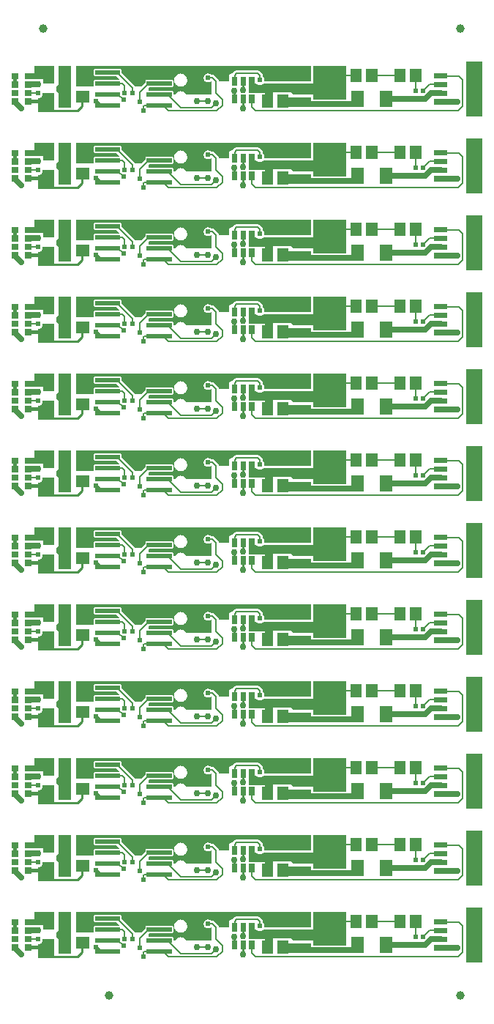
<source format=gbr>
G04 start of page 2 for group 0 idx 0 *
G04 Title: (unknown), top *
G04 Creator: pcb 4.0.2 *
G04 CreationDate: Sun May 15 03:05:21 2022 UTC *
G04 For: railfan *
G04 Format: Gerber/RS-274X *
G04 PCB-Dimensions (mil): 3000.00 5500.00 *
G04 PCB-Coordinate-Origin: lower left *
%MOIN*%
%FSLAX25Y25*%
%LNTOP*%
%ADD23C,0.0390*%
%ADD22C,0.0120*%
%ADD21C,0.0140*%
%ADD20C,0.0310*%
%ADD19C,0.0240*%
%ADD18C,0.0300*%
%ADD17C,0.0394*%
%ADD16C,0.0150*%
%ADD15C,0.0180*%
%ADD14C,0.0250*%
%ADD13C,0.0100*%
%ADD12C,0.0080*%
%ADD11C,0.0001*%
G54D11*G36*
X172000Y475500D02*X192000D01*
Y471000D01*
X172000D01*
Y475500D01*
G37*
G36*
X193000Y478000D02*X208000D01*
Y462500D01*
X193000D01*
Y478000D01*
G37*
G36*
X172000Y470000D02*X196000D01*
Y466000D01*
X172000D01*
Y470000D01*
G37*
G36*
X183000Y467000D02*X194500D01*
Y465000D01*
X184000D01*
X183000Y466000D01*
Y467000D01*
G37*
G36*
X270000Y480000D02*Y455000D01*
X262500D01*
Y480000D01*
X270000D01*
G37*
G36*
X171000Y470000D02*X174500D01*
Y459000D01*
X171000D01*
Y470000D01*
G37*
G36*
X192000Y463500D02*Y459500D01*
X177500D01*
Y463500D01*
X192000D01*
G37*
G36*
X270000Y445000D02*Y420000D01*
X262500D01*
Y445000D01*
X270000D01*
G37*
G36*
Y410000D02*Y385000D01*
X262500D01*
Y410000D01*
X270000D01*
G37*
G36*
X172000Y470000D02*Y465500D01*
X163530D01*
X163500Y465549D01*
Y470000D01*
X166888D01*
X166940Y469940D01*
X167203Y469715D01*
X167498Y469534D01*
X167818Y469401D01*
X168155Y469320D01*
X168500Y469293D01*
X168845Y469320D01*
X169182Y469401D01*
X169502Y469534D01*
X169797Y469715D01*
X170060Y469940D01*
X170112Y470000D01*
X172000D01*
G37*
G36*
X192000Y471000D02*X170642D01*
X170680Y471155D01*
X170700Y471500D01*
X170680Y471845D01*
X170599Y472182D01*
X170466Y472502D01*
X170285Y472797D01*
X170060Y473060D01*
X169900Y473197D01*
Y473445D01*
X169904Y473500D01*
X169887Y473720D01*
X169836Y473934D01*
X169751Y474138D01*
X169636Y474325D01*
X169636Y474326D01*
X169493Y474493D01*
X169451Y474529D01*
X168529Y475451D01*
X168493Y475493D01*
X168326Y475636D01*
X168325Y475636D01*
X168138Y475751D01*
X167934Y475836D01*
X167720Y475887D01*
X167500Y475904D01*
X167445Y475900D01*
X158055D01*
X158000Y475904D01*
X157780Y475887D01*
X157566Y475836D01*
X157362Y475751D01*
X157175Y475636D01*
X157174Y475636D01*
X157007Y475493D01*
X156971Y475451D01*
X156149Y474629D01*
X156107Y474593D01*
X156017Y474488D01*
X155665Y474486D01*
X155435Y474431D01*
X155217Y474341D01*
X155016Y474217D01*
X154836Y474064D01*
X154683Y473884D01*
X154559Y473683D01*
X154469Y473465D01*
X154414Y473235D01*
X154400Y473000D01*
X154407Y471000D01*
X151000D01*
Y478000D01*
X192000D01*
Y471000D01*
G37*
G36*
X143000Y478000D02*X154000D01*
Y471000D01*
X149904D01*
Y471000D01*
X149887Y471220D01*
X149836Y471434D01*
X149751Y471638D01*
X149636Y471825D01*
X149636Y471826D01*
X149493Y471993D01*
X149451Y472029D01*
X148029Y473451D01*
X147993Y473493D01*
X147826Y473636D01*
X147825Y473636D01*
X147638Y473751D01*
X147434Y473836D01*
X147220Y473887D01*
X147000Y473904D01*
X146945Y473900D01*
X146434D01*
X146419Y473919D01*
X146179Y474123D01*
X145911Y474288D01*
X145620Y474408D01*
X145314Y474481D01*
X145000Y474506D01*
X144686Y474481D01*
X144380Y474408D01*
X144089Y474288D01*
X143821Y474123D01*
X143581Y473919D01*
X143377Y473679D01*
X143212Y473411D01*
X143092Y473120D01*
X143019Y472814D01*
X143000Y472578D01*
Y478000D01*
G37*
G36*
X192000Y436000D02*X170642D01*
X170680Y436155D01*
X170700Y436500D01*
X170680Y436845D01*
X170599Y437182D01*
X170466Y437502D01*
X170285Y437797D01*
X170060Y438060D01*
X169900Y438197D01*
Y438445D01*
X169904Y438500D01*
X169887Y438720D01*
X169836Y438934D01*
X169751Y439138D01*
X169636Y439325D01*
X169636Y439326D01*
X169493Y439493D01*
X169451Y439529D01*
X168529Y440451D01*
X168493Y440493D01*
X168326Y440636D01*
X168325Y440636D01*
X168138Y440751D01*
X167934Y440836D01*
X167720Y440887D01*
X167500Y440904D01*
X167445Y440900D01*
X158055D01*
X158000Y440904D01*
X157780Y440887D01*
X157566Y440836D01*
X157362Y440751D01*
X157175Y440636D01*
X157174Y440636D01*
X157007Y440493D01*
X156971Y440451D01*
X156149Y439629D01*
X156107Y439593D01*
X156017Y439488D01*
X155665Y439486D01*
X155435Y439431D01*
X155217Y439341D01*
X155016Y439217D01*
X154836Y439064D01*
X154683Y438884D01*
X154559Y438683D01*
X154469Y438465D01*
X154414Y438235D01*
X154400Y438000D01*
X154407Y436000D01*
X151000D01*
Y443000D01*
X192000D01*
Y436000D01*
G37*
G36*
X143000Y443000D02*X154000D01*
Y436000D01*
X149904D01*
Y436000D01*
X149887Y436220D01*
X149836Y436434D01*
X149751Y436638D01*
X149636Y436825D01*
X149636Y436826D01*
X149493Y436993D01*
X149451Y437029D01*
X148029Y438451D01*
X147993Y438493D01*
X147826Y438636D01*
X147825Y438636D01*
X147638Y438751D01*
X147434Y438836D01*
X147220Y438887D01*
X147000Y438904D01*
X146945Y438900D01*
X146434D01*
X146419Y438919D01*
X146179Y439123D01*
X145911Y439288D01*
X145620Y439408D01*
X145314Y439481D01*
X145000Y439506D01*
X144686Y439481D01*
X144380Y439408D01*
X144089Y439288D01*
X143821Y439123D01*
X143581Y438919D01*
X143377Y438679D01*
X143212Y438411D01*
X143092Y438120D01*
X143019Y437814D01*
X143000Y437578D01*
Y443000D01*
G37*
G36*
X172000Y440500D02*X192000D01*
Y436000D01*
X172000D01*
Y440500D01*
G37*
G36*
X171000Y435000D02*X174500D01*
Y424000D01*
X171000D01*
Y435000D01*
G37*
G36*
X172000D02*Y430500D01*
X163530D01*
X163500Y430549D01*
Y435000D01*
X166888D01*
X166940Y434940D01*
X167203Y434715D01*
X167498Y434534D01*
X167818Y434401D01*
X168155Y434320D01*
X168500Y434293D01*
X168845Y434320D01*
X169182Y434401D01*
X169502Y434534D01*
X169797Y434715D01*
X170060Y434940D01*
X170112Y435000D01*
X172000D01*
G37*
G36*
X196000D01*
Y431000D01*
X172000D01*
Y435000D01*
G37*
G36*
X192000Y428500D02*Y424500D01*
X177500D01*
Y428500D01*
X192000D01*
G37*
G36*
X193000Y443000D02*X208000D01*
Y427500D01*
X193000D01*
Y443000D01*
G37*
G36*
X183000Y432000D02*X194500D01*
Y430000D01*
X184000D01*
X183000Y431000D01*
Y432000D01*
G37*
G36*
X172000Y405500D02*X192000D01*
Y401000D01*
X172000D01*
Y405500D01*
G37*
G36*
X193000Y408000D02*X208000D01*
Y392500D01*
X193000D01*
Y408000D01*
G37*
G36*
X172000Y400000D02*X196000D01*
Y396000D01*
X172000D01*
Y400000D01*
G37*
G36*
X183000Y397000D02*X194500D01*
Y395000D01*
X184000D01*
X183000Y396000D01*
Y397000D01*
G37*
G36*
X192000Y401000D02*X170642D01*
X170680Y401155D01*
X170700Y401500D01*
X170680Y401845D01*
X170599Y402182D01*
X170466Y402502D01*
X170285Y402797D01*
X170060Y403060D01*
X169900Y403197D01*
Y403445D01*
X169904Y403500D01*
X169887Y403720D01*
X169836Y403934D01*
X169751Y404138D01*
X169636Y404325D01*
X169636Y404326D01*
X169493Y404493D01*
X169451Y404529D01*
X168529Y405451D01*
X168493Y405493D01*
X168326Y405636D01*
X168325Y405636D01*
X168138Y405751D01*
X167934Y405836D01*
X167720Y405887D01*
X167500Y405904D01*
X167445Y405900D01*
X158055D01*
X158000Y405904D01*
X157780Y405887D01*
X157566Y405836D01*
X157362Y405751D01*
X157175Y405636D01*
X157174Y405636D01*
X157007Y405493D01*
X156971Y405451D01*
X156149Y404629D01*
X156107Y404593D01*
X156017Y404488D01*
X155665Y404486D01*
X155435Y404431D01*
X155217Y404341D01*
X155016Y404217D01*
X154836Y404064D01*
X154683Y403884D01*
X154559Y403683D01*
X154469Y403465D01*
X154414Y403235D01*
X154400Y403000D01*
X154407Y401000D01*
X151000D01*
Y408000D01*
X192000D01*
Y401000D01*
G37*
G36*
X143000Y408000D02*X154000D01*
Y401000D01*
X149904D01*
Y401000D01*
X149887Y401220D01*
X149836Y401434D01*
X149751Y401638D01*
X149636Y401825D01*
X149636Y401826D01*
X149493Y401993D01*
X149451Y402029D01*
X148029Y403451D01*
X147993Y403493D01*
X147826Y403636D01*
X147825Y403636D01*
X147638Y403751D01*
X147434Y403836D01*
X147220Y403887D01*
X147000Y403904D01*
X146945Y403900D01*
X146434D01*
X146419Y403919D01*
X146179Y404123D01*
X145911Y404288D01*
X145620Y404408D01*
X145314Y404481D01*
X145000Y404506D01*
X144686Y404481D01*
X144380Y404408D01*
X144089Y404288D01*
X143821Y404123D01*
X143581Y403919D01*
X143377Y403679D01*
X143212Y403411D01*
X143092Y403120D01*
X143019Y402814D01*
X143000Y402578D01*
Y408000D01*
G37*
G36*
Y373000D02*X154000D01*
Y366000D01*
X149904D01*
Y366000D01*
X149887Y366220D01*
X149836Y366434D01*
X149751Y366638D01*
X149636Y366825D01*
X149636Y366826D01*
X149493Y366993D01*
X149451Y367029D01*
X148029Y368451D01*
X147993Y368493D01*
X147826Y368636D01*
X147825Y368636D01*
X147638Y368751D01*
X147434Y368836D01*
X147220Y368887D01*
X147000Y368904D01*
X146945Y368900D01*
X146434D01*
X146419Y368919D01*
X146179Y369123D01*
X145911Y369288D01*
X145620Y369408D01*
X145314Y369481D01*
X145000Y369506D01*
X144686Y369481D01*
X144380Y369408D01*
X144089Y369288D01*
X143821Y369123D01*
X143581Y368919D01*
X143377Y368679D01*
X143212Y368411D01*
X143092Y368120D01*
X143019Y367814D01*
X143000Y367578D01*
Y373000D01*
G37*
G36*
X171000Y400000D02*X174500D01*
Y389000D01*
X171000D01*
Y400000D01*
G37*
G36*
Y365000D02*X174500D01*
Y354000D01*
X171000D01*
Y365000D01*
G37*
G36*
Y330000D02*X174500D01*
Y319000D01*
X171000D01*
Y330000D01*
G37*
G36*
X172000Y400000D02*Y395500D01*
X163530D01*
X163500Y395549D01*
Y400000D01*
X166888D01*
X166940Y399940D01*
X167203Y399715D01*
X167498Y399534D01*
X167818Y399401D01*
X168155Y399320D01*
X168500Y399293D01*
X168845Y399320D01*
X169182Y399401D01*
X169502Y399534D01*
X169797Y399715D01*
X170060Y399940D01*
X170112Y400000D01*
X172000D01*
G37*
G36*
Y365000D02*Y360500D01*
X163530D01*
X163500Y360549D01*
Y365000D01*
X166888D01*
X166940Y364940D01*
X167203Y364715D01*
X167498Y364534D01*
X167818Y364401D01*
X168155Y364320D01*
X168500Y364293D01*
X168845Y364320D01*
X169182Y364401D01*
X169502Y364534D01*
X169797Y364715D01*
X170060Y364940D01*
X170112Y365000D01*
X172000D01*
G37*
G36*
Y330000D02*Y325500D01*
X163530D01*
X163500Y325549D01*
Y330000D01*
X166888D01*
X166940Y329940D01*
X167203Y329715D01*
X167498Y329534D01*
X167818Y329401D01*
X168155Y329320D01*
X168500Y329293D01*
X168845Y329320D01*
X169182Y329401D01*
X169502Y329534D01*
X169797Y329715D01*
X170060Y329940D01*
X170112Y330000D01*
X172000D01*
G37*
G36*
X192000Y393500D02*Y389500D01*
X177500D01*
Y393500D01*
X192000D01*
G37*
G36*
X172000Y370500D02*X192000D01*
Y366000D01*
X172000D01*
Y370500D01*
G37*
G36*
X193000Y373000D02*X208000D01*
Y357500D01*
X193000D01*
Y373000D01*
G37*
G36*
X172000Y365000D02*X196000D01*
Y361000D01*
X172000D01*
Y365000D01*
G37*
G36*
X183000Y362000D02*X194500D01*
Y360000D01*
X184000D01*
X183000Y361000D01*
Y362000D01*
G37*
G36*
X192000Y358500D02*Y354500D01*
X177500D01*
Y358500D01*
X192000D01*
G37*
G36*
Y366000D02*X170642D01*
X170680Y366155D01*
X170700Y366500D01*
X170680Y366845D01*
X170599Y367182D01*
X170466Y367502D01*
X170285Y367797D01*
X170060Y368060D01*
X169900Y368197D01*
Y368445D01*
X169904Y368500D01*
X169887Y368720D01*
X169836Y368934D01*
X169751Y369138D01*
X169636Y369325D01*
X169636Y369326D01*
X169493Y369493D01*
X169451Y369529D01*
X168529Y370451D01*
X168493Y370493D01*
X168326Y370636D01*
X168325Y370636D01*
X168138Y370751D01*
X167934Y370836D01*
X167720Y370887D01*
X167500Y370904D01*
X167445Y370900D01*
X158055D01*
X158000Y370904D01*
X157780Y370887D01*
X157566Y370836D01*
X157362Y370751D01*
X157175Y370636D01*
X157174Y370636D01*
X157007Y370493D01*
X156971Y370451D01*
X156149Y369629D01*
X156107Y369593D01*
X156017Y369488D01*
X155665Y369486D01*
X155435Y369431D01*
X155217Y369341D01*
X155016Y369217D01*
X154836Y369064D01*
X154683Y368884D01*
X154559Y368683D01*
X154469Y368465D01*
X154414Y368235D01*
X154400Y368000D01*
X154407Y366000D01*
X151000D01*
Y373000D01*
X192000D01*
Y366000D01*
G37*
G36*
X270000Y375000D02*Y350000D01*
X262500D01*
Y375000D01*
X270000D01*
G37*
G36*
Y340000D02*Y315000D01*
X262500D01*
Y340000D01*
X270000D01*
G37*
G36*
Y305000D02*Y280000D01*
X262500D01*
Y305000D01*
X270000D01*
G37*
G36*
Y270000D02*Y245000D01*
X262500D01*
Y270000D01*
X270000D01*
G37*
G36*
Y235000D02*Y210000D01*
X262500D01*
Y235000D01*
X270000D01*
G37*
G36*
Y200000D02*Y175000D01*
X262500D01*
Y200000D01*
X270000D01*
G37*
G36*
Y165000D02*Y140000D01*
X262500D01*
Y165000D01*
X270000D01*
G37*
G36*
Y130000D02*Y105000D01*
X262500D01*
Y130000D01*
X270000D01*
G37*
G36*
Y95000D02*Y70000D01*
X262500D01*
Y95000D01*
X270000D01*
G37*
G36*
X75000Y478000D02*Y472000D01*
X66000D01*
Y478000D01*
X75000D01*
G37*
G36*
X77000D02*X82500D01*
Y459000D01*
X77000D01*
Y478000D01*
G37*
G36*
X85000D02*X92000D01*
Y468500D01*
X85000D01*
Y478000D01*
G37*
G36*
X78000Y465500D02*X77000D01*
X76000Y466500D01*
Y468500D01*
X77000Y469500D01*
X78000D01*
Y465500D01*
G37*
G36*
X75000Y478000D02*Y472000D01*
X66000D01*
Y478000D01*
X75000D01*
G37*
G36*
X96467Y473402D02*X96500Y473400D01*
X103116Y473404D01*
X104920Y471600D01*
X102033Y471598D01*
X102000Y471600D01*
X93406Y471594D01*
X93314Y471572D01*
X93227Y471536D01*
X93146Y471487D01*
X93074Y471426D01*
X93013Y471354D01*
X92964Y471273D01*
X92928Y471186D01*
X92906Y471094D01*
X92900Y471000D01*
X92906Y468906D01*
X92928Y468814D01*
X92964Y468727D01*
X93013Y468646D01*
X93074Y468574D01*
X93146Y468513D01*
X93168Y468500D01*
X86000D01*
Y478000D01*
X126500D01*
Y471599D01*
X125533Y471598D01*
X125500Y471600D01*
X116906Y471594D01*
X116814Y471572D01*
X116727Y471536D01*
X116646Y471487D01*
X116574Y471426D01*
X116513Y471354D01*
X116464Y471273D01*
X116428Y471186D01*
X116406Y471094D01*
X116400Y471000D01*
X116402Y470382D01*
X114520Y468500D01*
X111808D01*
X111751Y468638D01*
X111636Y468825D01*
X111636Y468826D01*
X111493Y468993D01*
X111451Y469029D01*
X105598Y474882D01*
X105594Y476094D01*
X105572Y476186D01*
X105536Y476273D01*
X105487Y476354D01*
X105426Y476426D01*
X105354Y476487D01*
X105273Y476536D01*
X105186Y476572D01*
X105094Y476594D01*
X105000Y476600D01*
X102033Y476598D01*
X102000Y476600D01*
X93406Y476594D01*
X93314Y476572D01*
X93227Y476536D01*
X93146Y476487D01*
X93074Y476426D01*
X93013Y476354D01*
X92964Y476273D01*
X92928Y476186D01*
X92906Y476094D01*
X92900Y476000D01*
X92906Y473906D01*
X92928Y473814D01*
X92964Y473727D01*
X93013Y473646D01*
X93074Y473574D01*
X93146Y473513D01*
X93227Y473464D01*
X93314Y473428D01*
X93406Y473406D01*
X93500Y473400D01*
X96467Y473402D01*
G37*
G36*
X126500Y468404D02*Y466599D01*
X125533Y466598D01*
X125500Y466600D01*
X118000Y466595D01*
Y468020D01*
X118381Y468401D01*
X119968Y468402D01*
X120000Y468400D01*
X126500Y468404D01*
G37*
G36*
X132495Y478000D02*X146500D01*
Y473900D01*
X146434D01*
X146419Y473919D01*
X146179Y474123D01*
X145911Y474288D01*
X145620Y474408D01*
X145314Y474481D01*
X145000Y474506D01*
X144686Y474481D01*
X144380Y474408D01*
X144089Y474288D01*
X143821Y474123D01*
X143581Y473919D01*
X143377Y473679D01*
X143212Y473411D01*
X143092Y473120D01*
X143019Y472814D01*
X142994Y472500D01*
X143019Y472186D01*
X143092Y471880D01*
X143212Y471589D01*
X143377Y471321D01*
X143581Y471081D01*
X143821Y470877D01*
X144089Y470712D01*
X144380Y470592D01*
X144686Y470519D01*
X145000Y470494D01*
X145314Y470519D01*
X145620Y470592D01*
X145911Y470712D01*
X146179Y470877D01*
X146419Y471081D01*
X146428Y471092D01*
X146500Y471020D01*
Y465000D01*
X135041D01*
X134894Y465239D01*
X134592Y465592D01*
X134239Y465894D01*
X133843Y466137D01*
X133414Y466314D01*
X132963Y466423D01*
X132500Y466459D01*
X132495Y466459D01*
Y468541D01*
X132500Y468541D01*
X132963Y468577D01*
X133414Y468686D01*
X133843Y468863D01*
X134239Y469106D01*
X134592Y469408D01*
X134894Y469761D01*
X135137Y470157D01*
X135314Y470586D01*
X135423Y471037D01*
X135450Y471500D01*
X135423Y471963D01*
X135314Y472414D01*
X135137Y472843D01*
X134894Y473239D01*
X134592Y473592D01*
X134239Y473894D01*
X133843Y474137D01*
X133414Y474314D01*
X132963Y474423D01*
X132500Y474459D01*
X132495Y474459D01*
Y478000D01*
G37*
G36*
X123000D02*X132495D01*
Y474459D01*
X132037Y474423D01*
X131586Y474314D01*
X131157Y474137D01*
X130761Y473894D01*
X130408Y473592D01*
X130106Y473239D01*
X129863Y472843D01*
X129686Y472414D01*
X129577Y471963D01*
X129541Y471500D01*
X129577Y471037D01*
X129686Y470586D01*
X129863Y470157D01*
X130106Y469761D01*
X130408Y469408D01*
X130761Y469106D01*
X131157Y468863D01*
X131586Y468686D01*
X132037Y468577D01*
X132495Y468541D01*
Y466459D01*
X132037Y466423D01*
X131586Y466314D01*
X131157Y466137D01*
X130761Y465894D01*
X130408Y465592D01*
X130106Y465239D01*
X129959Y465000D01*
X129097D01*
X129094Y466094D01*
X129072Y466186D01*
X129036Y466273D01*
X128987Y466354D01*
X128926Y466426D01*
X128854Y466487D01*
X128773Y466536D01*
X128686Y466572D01*
X128594Y466594D01*
X128500Y466600D01*
X125533Y466598D01*
X125500Y466600D01*
X123000Y466598D01*
Y468402D01*
X128594Y468406D01*
X128686Y468428D01*
X128773Y468464D01*
X128854Y468513D01*
X128926Y468574D01*
X128987Y468646D01*
X129036Y468727D01*
X129072Y468814D01*
X129094Y468906D01*
X129100Y469000D01*
X129094Y471094D01*
X129072Y471186D01*
X129036Y471273D01*
X128987Y471354D01*
X128926Y471426D01*
X128854Y471487D01*
X128773Y471536D01*
X128686Y471572D01*
X128594Y471594D01*
X128500Y471600D01*
X125533Y471598D01*
X125500Y471600D01*
X123000Y471598D01*
Y478000D01*
G37*
G36*
X75000Y457000D02*X67500D01*
Y463293D01*
X67845Y463320D01*
X68182Y463401D01*
X68502Y463534D01*
X68797Y463715D01*
X69060Y463940D01*
X69285Y464203D01*
X69466Y464498D01*
X69599Y464818D01*
X69680Y465155D01*
X69700Y465500D01*
X75000D01*
Y457000D01*
G37*
G36*
X96467Y438402D02*X96500Y438400D01*
X103116Y438404D01*
X104920Y436600D01*
X102033Y436598D01*
X102000Y436600D01*
X93406Y436594D01*
X93314Y436572D01*
X93227Y436536D01*
X93146Y436487D01*
X93074Y436426D01*
X93013Y436354D01*
X92964Y436273D01*
X92928Y436186D01*
X92906Y436094D01*
X92900Y436000D01*
X92906Y433906D01*
X92928Y433814D01*
X92964Y433727D01*
X93013Y433646D01*
X93074Y433574D01*
X93146Y433513D01*
X93168Y433500D01*
X86000D01*
Y443000D01*
X126500D01*
Y436599D01*
X125533Y436598D01*
X125500Y436600D01*
X116906Y436594D01*
X116814Y436572D01*
X116727Y436536D01*
X116646Y436487D01*
X116574Y436426D01*
X116513Y436354D01*
X116464Y436273D01*
X116428Y436186D01*
X116406Y436094D01*
X116400Y436000D01*
X116402Y435382D01*
X114520Y433500D01*
X111808D01*
X111751Y433638D01*
X111636Y433825D01*
X111636Y433826D01*
X111493Y433993D01*
X111451Y434029D01*
X105598Y439882D01*
X105594Y441094D01*
X105572Y441186D01*
X105536Y441273D01*
X105487Y441354D01*
X105426Y441426D01*
X105354Y441487D01*
X105273Y441536D01*
X105186Y441572D01*
X105094Y441594D01*
X105000Y441600D01*
X102033Y441598D01*
X102000Y441600D01*
X93406Y441594D01*
X93314Y441572D01*
X93227Y441536D01*
X93146Y441487D01*
X93074Y441426D01*
X93013Y441354D01*
X92964Y441273D01*
X92928Y441186D01*
X92906Y441094D01*
X92900Y441000D01*
X92906Y438906D01*
X92928Y438814D01*
X92964Y438727D01*
X93013Y438646D01*
X93074Y438574D01*
X93146Y438513D01*
X93227Y438464D01*
X93314Y438428D01*
X93406Y438406D01*
X93500Y438400D01*
X96467Y438402D01*
G37*
G36*
X126500Y433404D02*Y431599D01*
X125533Y431598D01*
X125500Y431600D01*
X118000Y431595D01*
Y433020D01*
X118381Y433401D01*
X119968Y433402D01*
X120000Y433400D01*
X126500Y433404D01*
G37*
G36*
X75000Y443000D02*Y437000D01*
X66000D01*
Y443000D01*
X75000D01*
G37*
G36*
X77000D02*X82500D01*
Y424000D01*
X77000D01*
Y443000D01*
G37*
G36*
X85000D02*X92000D01*
Y433500D01*
X85000D01*
Y443000D01*
G37*
G36*
X78000Y430500D02*X77000D01*
X76000Y431500D01*
Y433500D01*
X77000Y434500D01*
X78000D01*
Y430500D01*
G37*
G36*
X75000Y443000D02*Y437000D01*
X66000D01*
Y443000D01*
X75000D01*
G37*
G36*
Y422000D02*X67500D01*
Y428293D01*
X67845Y428320D01*
X68182Y428401D01*
X68502Y428534D01*
X68797Y428715D01*
X69060Y428940D01*
X69285Y429203D01*
X69466Y429498D01*
X69599Y429818D01*
X69680Y430155D01*
X69700Y430500D01*
X75000D01*
Y422000D01*
G37*
G36*
X132495Y443000D02*X146500D01*
Y438900D01*
X146434D01*
X146419Y438919D01*
X146179Y439123D01*
X145911Y439288D01*
X145620Y439408D01*
X145314Y439481D01*
X145000Y439506D01*
X144686Y439481D01*
X144380Y439408D01*
X144089Y439288D01*
X143821Y439123D01*
X143581Y438919D01*
X143377Y438679D01*
X143212Y438411D01*
X143092Y438120D01*
X143019Y437814D01*
X142994Y437500D01*
X143019Y437186D01*
X143092Y436880D01*
X143212Y436589D01*
X143377Y436321D01*
X143581Y436081D01*
X143821Y435877D01*
X144089Y435712D01*
X144380Y435592D01*
X144686Y435519D01*
X145000Y435494D01*
X145314Y435519D01*
X145620Y435592D01*
X145911Y435712D01*
X146179Y435877D01*
X146419Y436081D01*
X146428Y436092D01*
X146500Y436020D01*
Y430000D01*
X135041D01*
X134894Y430239D01*
X134592Y430592D01*
X134239Y430894D01*
X133843Y431137D01*
X133414Y431314D01*
X132963Y431423D01*
X132500Y431459D01*
X132495Y431459D01*
Y433541D01*
X132500Y433541D01*
X132963Y433577D01*
X133414Y433686D01*
X133843Y433863D01*
X134239Y434106D01*
X134592Y434408D01*
X134894Y434761D01*
X135137Y435157D01*
X135314Y435586D01*
X135423Y436037D01*
X135450Y436500D01*
X135423Y436963D01*
X135314Y437414D01*
X135137Y437843D01*
X134894Y438239D01*
X134592Y438592D01*
X134239Y438894D01*
X133843Y439137D01*
X133414Y439314D01*
X132963Y439423D01*
X132500Y439459D01*
X132495Y439459D01*
Y443000D01*
G37*
G36*
X123000D02*X132495D01*
Y439459D01*
X132037Y439423D01*
X131586Y439314D01*
X131157Y439137D01*
X130761Y438894D01*
X130408Y438592D01*
X130106Y438239D01*
X129863Y437843D01*
X129686Y437414D01*
X129577Y436963D01*
X129541Y436500D01*
X129577Y436037D01*
X129686Y435586D01*
X129863Y435157D01*
X130106Y434761D01*
X130408Y434408D01*
X130761Y434106D01*
X131157Y433863D01*
X131586Y433686D01*
X132037Y433577D01*
X132495Y433541D01*
Y431459D01*
X132037Y431423D01*
X131586Y431314D01*
X131157Y431137D01*
X130761Y430894D01*
X130408Y430592D01*
X130106Y430239D01*
X129959Y430000D01*
X129097D01*
X129094Y431094D01*
X129072Y431186D01*
X129036Y431273D01*
X128987Y431354D01*
X128926Y431426D01*
X128854Y431487D01*
X128773Y431536D01*
X128686Y431572D01*
X128594Y431594D01*
X128500Y431600D01*
X125533Y431598D01*
X125500Y431600D01*
X123000Y431598D01*
Y433402D01*
X128594Y433406D01*
X128686Y433428D01*
X128773Y433464D01*
X128854Y433513D01*
X128926Y433574D01*
X128987Y433646D01*
X129036Y433727D01*
X129072Y433814D01*
X129094Y433906D01*
X129100Y434000D01*
X129094Y436094D01*
X129072Y436186D01*
X129036Y436273D01*
X128987Y436354D01*
X128926Y436426D01*
X128854Y436487D01*
X128773Y436536D01*
X128686Y436572D01*
X128594Y436594D01*
X128500Y436600D01*
X125533Y436598D01*
X125500Y436600D01*
X123000Y436598D01*
Y443000D01*
G37*
G36*
X96467Y403402D02*X96500Y403400D01*
X103116Y403404D01*
X104920Y401600D01*
X102033Y401598D01*
X102000Y401600D01*
X93406Y401594D01*
X93314Y401572D01*
X93227Y401536D01*
X93146Y401487D01*
X93074Y401426D01*
X93013Y401354D01*
X92964Y401273D01*
X92928Y401186D01*
X92906Y401094D01*
X92900Y401000D01*
X92906Y398906D01*
X92928Y398814D01*
X92964Y398727D01*
X93013Y398646D01*
X93074Y398574D01*
X93146Y398513D01*
X93168Y398500D01*
X86000D01*
Y408000D01*
X126500D01*
Y401599D01*
X125533Y401598D01*
X125500Y401600D01*
X116906Y401594D01*
X116814Y401572D01*
X116727Y401536D01*
X116646Y401487D01*
X116574Y401426D01*
X116513Y401354D01*
X116464Y401273D01*
X116428Y401186D01*
X116406Y401094D01*
X116400Y401000D01*
X116402Y400382D01*
X114520Y398500D01*
X111808D01*
X111751Y398638D01*
X111636Y398825D01*
X111636Y398826D01*
X111493Y398993D01*
X111451Y399029D01*
X105598Y404882D01*
X105594Y406094D01*
X105572Y406186D01*
X105536Y406273D01*
X105487Y406354D01*
X105426Y406426D01*
X105354Y406487D01*
X105273Y406536D01*
X105186Y406572D01*
X105094Y406594D01*
X105000Y406600D01*
X102033Y406598D01*
X102000Y406600D01*
X93406Y406594D01*
X93314Y406572D01*
X93227Y406536D01*
X93146Y406487D01*
X93074Y406426D01*
X93013Y406354D01*
X92964Y406273D01*
X92928Y406186D01*
X92906Y406094D01*
X92900Y406000D01*
X92906Y403906D01*
X92928Y403814D01*
X92964Y403727D01*
X93013Y403646D01*
X93074Y403574D01*
X93146Y403513D01*
X93227Y403464D01*
X93314Y403428D01*
X93406Y403406D01*
X93500Y403400D01*
X96467Y403402D01*
G37*
G36*
X126500Y398404D02*Y396599D01*
X125533Y396598D01*
X125500Y396600D01*
X118000Y396595D01*
Y398020D01*
X118381Y398401D01*
X119968Y398402D01*
X120000Y398400D01*
X126500Y398404D01*
G37*
G36*
X132495Y408000D02*X146500D01*
Y403900D01*
X146434D01*
X146419Y403919D01*
X146179Y404123D01*
X145911Y404288D01*
X145620Y404408D01*
X145314Y404481D01*
X145000Y404506D01*
X144686Y404481D01*
X144380Y404408D01*
X144089Y404288D01*
X143821Y404123D01*
X143581Y403919D01*
X143377Y403679D01*
X143212Y403411D01*
X143092Y403120D01*
X143019Y402814D01*
X142994Y402500D01*
X143019Y402186D01*
X143092Y401880D01*
X143212Y401589D01*
X143377Y401321D01*
X143581Y401081D01*
X143821Y400877D01*
X144089Y400712D01*
X144380Y400592D01*
X144686Y400519D01*
X145000Y400494D01*
X145314Y400519D01*
X145620Y400592D01*
X145911Y400712D01*
X146179Y400877D01*
X146419Y401081D01*
X146428Y401092D01*
X146500Y401020D01*
Y395000D01*
X135041D01*
X134894Y395239D01*
X134592Y395592D01*
X134239Y395894D01*
X133843Y396137D01*
X133414Y396314D01*
X132963Y396423D01*
X132500Y396459D01*
X132495Y396459D01*
Y398541D01*
X132500Y398541D01*
X132963Y398577D01*
X133414Y398686D01*
X133843Y398863D01*
X134239Y399106D01*
X134592Y399408D01*
X134894Y399761D01*
X135137Y400157D01*
X135314Y400586D01*
X135423Y401037D01*
X135450Y401500D01*
X135423Y401963D01*
X135314Y402414D01*
X135137Y402843D01*
X134894Y403239D01*
X134592Y403592D01*
X134239Y403894D01*
X133843Y404137D01*
X133414Y404314D01*
X132963Y404423D01*
X132500Y404459D01*
X132495Y404459D01*
Y408000D01*
G37*
G36*
X123000D02*X132495D01*
Y404459D01*
X132037Y404423D01*
X131586Y404314D01*
X131157Y404137D01*
X130761Y403894D01*
X130408Y403592D01*
X130106Y403239D01*
X129863Y402843D01*
X129686Y402414D01*
X129577Y401963D01*
X129541Y401500D01*
X129577Y401037D01*
X129686Y400586D01*
X129863Y400157D01*
X130106Y399761D01*
X130408Y399408D01*
X130761Y399106D01*
X131157Y398863D01*
X131586Y398686D01*
X132037Y398577D01*
X132495Y398541D01*
Y396459D01*
X132037Y396423D01*
X131586Y396314D01*
X131157Y396137D01*
X130761Y395894D01*
X130408Y395592D01*
X130106Y395239D01*
X129959Y395000D01*
X129097D01*
X129094Y396094D01*
X129072Y396186D01*
X129036Y396273D01*
X128987Y396354D01*
X128926Y396426D01*
X128854Y396487D01*
X128773Y396536D01*
X128686Y396572D01*
X128594Y396594D01*
X128500Y396600D01*
X125533Y396598D01*
X125500Y396600D01*
X123000Y396598D01*
Y398402D01*
X128594Y398406D01*
X128686Y398428D01*
X128773Y398464D01*
X128854Y398513D01*
X128926Y398574D01*
X128987Y398646D01*
X129036Y398727D01*
X129072Y398814D01*
X129094Y398906D01*
X129100Y399000D01*
X129094Y401094D01*
X129072Y401186D01*
X129036Y401273D01*
X128987Y401354D01*
X128926Y401426D01*
X128854Y401487D01*
X128773Y401536D01*
X128686Y401572D01*
X128594Y401594D01*
X128500Y401600D01*
X125533Y401598D01*
X125500Y401600D01*
X123000Y401598D01*
Y408000D01*
G37*
G36*
X192000Y331000D02*X170642D01*
X170680Y331155D01*
X170700Y331500D01*
X170680Y331845D01*
X170599Y332182D01*
X170466Y332502D01*
X170285Y332797D01*
X170060Y333060D01*
X169900Y333197D01*
Y333445D01*
X169904Y333500D01*
X169887Y333720D01*
X169836Y333934D01*
X169751Y334138D01*
X169636Y334325D01*
X169636Y334326D01*
X169493Y334493D01*
X169451Y334529D01*
X168529Y335451D01*
X168493Y335493D01*
X168326Y335636D01*
X168325Y335636D01*
X168138Y335751D01*
X167934Y335836D01*
X167720Y335887D01*
X167500Y335904D01*
X167445Y335900D01*
X158055D01*
X158000Y335904D01*
X157780Y335887D01*
X157566Y335836D01*
X157362Y335751D01*
X157175Y335636D01*
X157174Y335636D01*
X157007Y335493D01*
X156971Y335451D01*
X156149Y334629D01*
X156107Y334593D01*
X156017Y334488D01*
X155665Y334486D01*
X155435Y334431D01*
X155217Y334341D01*
X155016Y334217D01*
X154836Y334064D01*
X154683Y333884D01*
X154559Y333683D01*
X154469Y333465D01*
X154414Y333235D01*
X154400Y333000D01*
X154407Y331000D01*
X151000D01*
Y338000D01*
X192000D01*
Y331000D01*
G37*
G36*
X143000Y338000D02*X154000D01*
Y331000D01*
X149904D01*
Y331000D01*
X149887Y331220D01*
X149836Y331434D01*
X149751Y331638D01*
X149636Y331825D01*
X149636Y331826D01*
X149493Y331993D01*
X149451Y332029D01*
X148029Y333451D01*
X147993Y333493D01*
X147826Y333636D01*
X147825Y333636D01*
X147638Y333751D01*
X147434Y333836D01*
X147220Y333887D01*
X147000Y333904D01*
X146945Y333900D01*
X146434D01*
X146419Y333919D01*
X146179Y334123D01*
X145911Y334288D01*
X145620Y334408D01*
X145314Y334481D01*
X145000Y334506D01*
X144686Y334481D01*
X144380Y334408D01*
X144089Y334288D01*
X143821Y334123D01*
X143581Y333919D01*
X143377Y333679D01*
X143212Y333411D01*
X143092Y333120D01*
X143019Y332814D01*
X143000Y332578D01*
Y338000D01*
G37*
G36*
X172000Y335500D02*X192000D01*
Y331000D01*
X172000D01*
Y335500D01*
G37*
G36*
X193000Y338000D02*X208000D01*
Y322500D01*
X193000D01*
Y338000D01*
G37*
G36*
X172000Y330000D02*X196000D01*
Y326000D01*
X172000D01*
Y330000D01*
G37*
G36*
X183000Y327000D02*X194500D01*
Y325000D01*
X184000D01*
X183000Y326000D01*
Y327000D01*
G37*
G36*
X192000Y323500D02*Y319500D01*
X177500D01*
Y323500D01*
X192000D01*
G37*
G36*
X172000Y300500D02*X192000D01*
Y296000D01*
X172000D01*
Y300500D01*
G37*
G36*
X193000Y303000D02*X208000D01*
Y287500D01*
X193000D01*
Y303000D01*
G37*
G36*
Y268000D02*X208000D01*
Y252500D01*
X193000D01*
Y268000D01*
G37*
G36*
X171000Y295000D02*X174500D01*
Y284000D01*
X171000D01*
Y295000D01*
G37*
G36*
X172000D02*Y290500D01*
X163530D01*
X163500Y290549D01*
Y295000D01*
X166888D01*
X166940Y294940D01*
X167203Y294715D01*
X167498Y294534D01*
X167818Y294401D01*
X168155Y294320D01*
X168500Y294293D01*
X168845Y294320D01*
X169182Y294401D01*
X169502Y294534D01*
X169797Y294715D01*
X170060Y294940D01*
X170112Y295000D01*
X172000D01*
G37*
G36*
X196000D01*
Y291000D01*
X172000D01*
Y295000D01*
G37*
G36*
X183000Y292000D02*X194500D01*
Y290000D01*
X184000D01*
X183000Y291000D01*
Y292000D01*
G37*
G36*
X192000Y288500D02*Y284500D01*
X177500D01*
Y288500D01*
X192000D01*
G37*
G36*
Y296000D02*X170642D01*
X170680Y296155D01*
X170700Y296500D01*
X170680Y296845D01*
X170599Y297182D01*
X170466Y297502D01*
X170285Y297797D01*
X170060Y298060D01*
X169900Y298197D01*
Y298445D01*
X169904Y298500D01*
X169887Y298720D01*
X169836Y298934D01*
X169751Y299138D01*
X169636Y299325D01*
X169636Y299326D01*
X169493Y299493D01*
X169451Y299529D01*
X168529Y300451D01*
X168493Y300493D01*
X168326Y300636D01*
X168325Y300636D01*
X168138Y300751D01*
X167934Y300836D01*
X167720Y300887D01*
X167500Y300904D01*
X167445Y300900D01*
X158055D01*
X158000Y300904D01*
X157780Y300887D01*
X157566Y300836D01*
X157362Y300751D01*
X157175Y300636D01*
X157174Y300636D01*
X157007Y300493D01*
X156971Y300451D01*
X156149Y299629D01*
X156107Y299593D01*
X156017Y299488D01*
X155665Y299486D01*
X155435Y299431D01*
X155217Y299341D01*
X155016Y299217D01*
X154836Y299064D01*
X154683Y298884D01*
X154559Y298683D01*
X154469Y298465D01*
X154414Y298235D01*
X154400Y298000D01*
X154407Y296000D01*
X151000D01*
Y303000D01*
X192000D01*
Y296000D01*
G37*
G36*
X143000Y303000D02*X154000D01*
Y296000D01*
X149904D01*
Y296000D01*
X149887Y296220D01*
X149836Y296434D01*
X149751Y296638D01*
X149636Y296825D01*
X149636Y296826D01*
X149493Y296993D01*
X149451Y297029D01*
X148029Y298451D01*
X147993Y298493D01*
X147826Y298636D01*
X147825Y298636D01*
X147638Y298751D01*
X147434Y298836D01*
X147220Y298887D01*
X147000Y298904D01*
X146945Y298900D01*
X146434D01*
X146419Y298919D01*
X146179Y299123D01*
X145911Y299288D01*
X145620Y299408D01*
X145314Y299481D01*
X145000Y299506D01*
X144686Y299481D01*
X144380Y299408D01*
X144089Y299288D01*
X143821Y299123D01*
X143581Y298919D01*
X143377Y298679D01*
X143212Y298411D01*
X143092Y298120D01*
X143019Y297814D01*
X143000Y297578D01*
Y303000D01*
G37*
G36*
X172000Y265500D02*X192000D01*
Y261000D01*
X172000D01*
Y265500D01*
G37*
G36*
X171000Y260000D02*X174500D01*
Y249000D01*
X171000D01*
Y260000D01*
G37*
G36*
X172000D02*Y255500D01*
X163530D01*
X163500Y255549D01*
Y260000D01*
X166888D01*
X166940Y259940D01*
X167203Y259715D01*
X167498Y259534D01*
X167818Y259401D01*
X168155Y259320D01*
X168500Y259293D01*
X168845Y259320D01*
X169182Y259401D01*
X169502Y259534D01*
X169797Y259715D01*
X170060Y259940D01*
X170112Y260000D01*
X172000D01*
G37*
G36*
X196000D01*
Y256000D01*
X172000D01*
Y260000D01*
G37*
G36*
X183000Y257000D02*X194500D01*
Y255000D01*
X184000D01*
X183000Y256000D01*
Y257000D01*
G37*
G36*
X192000Y253500D02*Y249500D01*
X177500D01*
Y253500D01*
X192000D01*
G37*
G36*
Y261000D02*X170642D01*
X170680Y261155D01*
X170700Y261500D01*
X170680Y261845D01*
X170599Y262182D01*
X170466Y262502D01*
X170285Y262797D01*
X170060Y263060D01*
X169900Y263197D01*
Y263445D01*
X169904Y263500D01*
X169887Y263720D01*
X169836Y263934D01*
X169751Y264138D01*
X169636Y264325D01*
X169636Y264326D01*
X169493Y264493D01*
X169451Y264529D01*
X168529Y265451D01*
X168493Y265493D01*
X168326Y265636D01*
X168325Y265636D01*
X168138Y265751D01*
X167934Y265836D01*
X167720Y265887D01*
X167500Y265904D01*
X167445Y265900D01*
X158055D01*
X158000Y265904D01*
X157780Y265887D01*
X157566Y265836D01*
X157362Y265751D01*
X157175Y265636D01*
X157174Y265636D01*
X157007Y265493D01*
X156971Y265451D01*
X156149Y264629D01*
X156107Y264593D01*
X156017Y264488D01*
X155665Y264486D01*
X155435Y264431D01*
X155217Y264341D01*
X155016Y264217D01*
X154836Y264064D01*
X154683Y263884D01*
X154559Y263683D01*
X154469Y263465D01*
X154414Y263235D01*
X154400Y263000D01*
X154407Y261000D01*
X151000D01*
Y268000D01*
X192000D01*
Y261000D01*
G37*
G36*
X143000Y268000D02*X154000D01*
Y261000D01*
X149904D01*
Y261000D01*
X149887Y261220D01*
X149836Y261434D01*
X149751Y261638D01*
X149636Y261825D01*
X149636Y261826D01*
X149493Y261993D01*
X149451Y262029D01*
X148029Y263451D01*
X147993Y263493D01*
X147826Y263636D01*
X147825Y263636D01*
X147638Y263751D01*
X147434Y263836D01*
X147220Y263887D01*
X147000Y263904D01*
X146945Y263900D01*
X146434D01*
X146419Y263919D01*
X146179Y264123D01*
X145911Y264288D01*
X145620Y264408D01*
X145314Y264481D01*
X145000Y264506D01*
X144686Y264481D01*
X144380Y264408D01*
X144089Y264288D01*
X143821Y264123D01*
X143581Y263919D01*
X143377Y263679D01*
X143212Y263411D01*
X143092Y263120D01*
X143019Y262814D01*
X143000Y262578D01*
Y268000D01*
G37*
G36*
X85000Y408000D02*X92000D01*
Y398500D01*
X85000D01*
Y408000D01*
G37*
G36*
Y338000D02*X92000D01*
Y328500D01*
X85000D01*
Y338000D01*
G37*
G36*
Y303000D02*X92000D01*
Y293500D01*
X85000D01*
Y303000D01*
G37*
G36*
X75000Y408000D02*Y402000D01*
X66000D01*
Y408000D01*
X75000D01*
G37*
G36*
X77000D02*X82500D01*
Y389000D01*
X77000D01*
Y408000D01*
G37*
G36*
X78000Y395500D02*X77000D01*
X76000Y396500D01*
Y398500D01*
X77000Y399500D01*
X78000D01*
Y395500D01*
G37*
G36*
X75000Y408000D02*Y402000D01*
X66000D01*
Y408000D01*
X75000D01*
G37*
G36*
Y387000D02*X67500D01*
Y393293D01*
X67845Y393320D01*
X68182Y393401D01*
X68502Y393534D01*
X68797Y393715D01*
X69060Y393940D01*
X69285Y394203D01*
X69466Y394498D01*
X69599Y394818D01*
X69680Y395155D01*
X69700Y395500D01*
X75000D01*
Y387000D01*
G37*
G36*
X77000Y373000D02*X82500D01*
Y354000D01*
X77000D01*
Y373000D01*
G37*
G36*
X78000Y360500D02*X77000D01*
X76000Y361500D01*
Y363500D01*
X77000Y364500D01*
X78000D01*
Y360500D01*
G37*
G36*
X77000Y338000D02*X82500D01*
Y319000D01*
X77000D01*
Y338000D01*
G37*
G36*
X78000Y325500D02*X77000D01*
X76000Y326500D01*
Y328500D01*
X77000Y329500D01*
X78000D01*
Y325500D01*
G37*
G36*
X85000Y373000D02*X92000D01*
Y363500D01*
X85000D01*
Y373000D01*
G37*
G36*
X92900Y371000D02*X92906Y368906D01*
X92928Y368814D01*
X92964Y368727D01*
X93013Y368646D01*
X93074Y368574D01*
X93146Y368513D01*
X93227Y368464D01*
X93314Y368428D01*
X93406Y368406D01*
X93500Y368400D01*
X96467Y368402D01*
X96500Y368400D01*
X103116Y368404D01*
X104920Y366600D01*
X102033Y366598D01*
X102000Y366600D01*
X93406Y366594D01*
X93314Y366572D01*
X93227Y366536D01*
X93146Y366487D01*
X93074Y366426D01*
X93013Y366354D01*
X92964Y366273D01*
X92928Y366186D01*
X92906Y366094D01*
X92900Y366000D01*
X92906Y363906D01*
X92928Y363814D01*
X92964Y363727D01*
X93013Y363646D01*
X93074Y363574D01*
X93146Y363513D01*
X93168Y363500D01*
X86000D01*
Y373000D01*
X126500D01*
Y366599D01*
X125533Y366598D01*
X125500Y366600D01*
X116906Y366594D01*
X116814Y366572D01*
X116727Y366536D01*
X116646Y366487D01*
X116574Y366426D01*
X116513Y366354D01*
X116464Y366273D01*
X116428Y366186D01*
X116406Y366094D01*
X116400Y366000D01*
X116402Y365382D01*
X114520Y363500D01*
X111808D01*
X111751Y363638D01*
X111636Y363825D01*
X111636Y363826D01*
X111493Y363993D01*
X111451Y364029D01*
X105598Y369882D01*
X105594Y371094D01*
X105572Y371186D01*
X105536Y371273D01*
X105487Y371354D01*
X105426Y371426D01*
X105354Y371487D01*
X105273Y371536D01*
X105186Y371572D01*
X105094Y371594D01*
X105000Y371600D01*
X102033Y371598D01*
X102000Y371600D01*
X93406Y371594D01*
X93314Y371572D01*
X93227Y371536D01*
X93146Y371487D01*
X93074Y371426D01*
X93013Y371354D01*
X92964Y371273D01*
X92928Y371186D01*
X92906Y371094D01*
X92900Y371000D01*
G37*
G36*
X126500Y363404D02*Y361599D01*
X125533Y361598D01*
X125500Y361600D01*
X118000Y361595D01*
Y363020D01*
X118381Y363401D01*
X119968Y363402D01*
X120000Y363400D01*
X126500Y363404D01*
G37*
G36*
X132495Y373000D02*X146500D01*
Y368900D01*
X146434D01*
X146419Y368919D01*
X146179Y369123D01*
X145911Y369288D01*
X145620Y369408D01*
X145314Y369481D01*
X145000Y369506D01*
X144686Y369481D01*
X144380Y369408D01*
X144089Y369288D01*
X143821Y369123D01*
X143581Y368919D01*
X143377Y368679D01*
X143212Y368411D01*
X143092Y368120D01*
X143019Y367814D01*
X142994Y367500D01*
X143019Y367186D01*
X143092Y366880D01*
X143212Y366589D01*
X143377Y366321D01*
X143581Y366081D01*
X143821Y365877D01*
X144089Y365712D01*
X144380Y365592D01*
X144686Y365519D01*
X145000Y365494D01*
X145314Y365519D01*
X145620Y365592D01*
X145911Y365712D01*
X146179Y365877D01*
X146419Y366081D01*
X146428Y366092D01*
X146500Y366020D01*
Y360000D01*
X135041D01*
X134894Y360239D01*
X134592Y360592D01*
X134239Y360894D01*
X133843Y361137D01*
X133414Y361314D01*
X132963Y361423D01*
X132500Y361459D01*
X132495Y361459D01*
Y363541D01*
X132500Y363541D01*
X132963Y363577D01*
X133414Y363686D01*
X133843Y363863D01*
X134239Y364106D01*
X134592Y364408D01*
X134894Y364761D01*
X135137Y365157D01*
X135314Y365586D01*
X135423Y366037D01*
X135450Y366500D01*
X135423Y366963D01*
X135314Y367414D01*
X135137Y367843D01*
X134894Y368239D01*
X134592Y368592D01*
X134239Y368894D01*
X133843Y369137D01*
X133414Y369314D01*
X132963Y369423D01*
X132500Y369459D01*
X132495Y369459D01*
Y373000D01*
G37*
G36*
X123000D02*X132495D01*
Y369459D01*
X132037Y369423D01*
X131586Y369314D01*
X131157Y369137D01*
X130761Y368894D01*
X130408Y368592D01*
X130106Y368239D01*
X129863Y367843D01*
X129686Y367414D01*
X129577Y366963D01*
X129541Y366500D01*
X129577Y366037D01*
X129686Y365586D01*
X129863Y365157D01*
X130106Y364761D01*
X130408Y364408D01*
X130761Y364106D01*
X131157Y363863D01*
X131586Y363686D01*
X132037Y363577D01*
X132495Y363541D01*
Y361459D01*
X132037Y361423D01*
X131586Y361314D01*
X131157Y361137D01*
X130761Y360894D01*
X130408Y360592D01*
X130106Y360239D01*
X129959Y360000D01*
X129097D01*
X129094Y361094D01*
X129072Y361186D01*
X129036Y361273D01*
X128987Y361354D01*
X128926Y361426D01*
X128854Y361487D01*
X128773Y361536D01*
X128686Y361572D01*
X128594Y361594D01*
X128500Y361600D01*
X125533Y361598D01*
X125500Y361600D01*
X123000Y361598D01*
Y363402D01*
X128594Y363406D01*
X128686Y363428D01*
X128773Y363464D01*
X128854Y363513D01*
X128926Y363574D01*
X128987Y363646D01*
X129036Y363727D01*
X129072Y363814D01*
X129094Y363906D01*
X129100Y364000D01*
X129094Y366094D01*
X129072Y366186D01*
X129036Y366273D01*
X128987Y366354D01*
X128926Y366426D01*
X128854Y366487D01*
X128773Y366536D01*
X128686Y366572D01*
X128594Y366594D01*
X128500Y366600D01*
X125533Y366598D01*
X125500Y366600D01*
X123000Y366598D01*
Y373000D01*
G37*
G36*
X75000D02*Y367000D01*
X66000D01*
Y373000D01*
X75000D01*
G37*
G36*
Y367000D01*
X66000D01*
Y373000D01*
X75000D01*
G37*
G36*
Y317000D02*X67500D01*
Y323293D01*
X67845Y323320D01*
X68182Y323401D01*
X68502Y323534D01*
X68797Y323715D01*
X69060Y323940D01*
X69285Y324203D01*
X69466Y324498D01*
X69599Y324818D01*
X69680Y325155D01*
X69700Y325500D01*
X75000D01*
Y317000D01*
G37*
G36*
Y303000D02*Y297000D01*
X66000D01*
Y303000D01*
X75000D01*
G37*
G36*
Y297000D01*
X66000D01*
Y303000D01*
X75000D01*
G37*
G36*
Y352000D02*X67500D01*
Y358293D01*
X67845Y358320D01*
X68182Y358401D01*
X68502Y358534D01*
X68797Y358715D01*
X69060Y358940D01*
X69285Y359203D01*
X69466Y359498D01*
X69599Y359818D01*
X69680Y360155D01*
X69700Y360500D01*
X75000D01*
Y352000D01*
G37*
G36*
Y338000D02*Y332000D01*
X66000D01*
Y338000D01*
X75000D01*
G37*
G36*
Y332000D01*
X66000D01*
Y338000D01*
X75000D01*
G37*
G36*
X92900Y336000D02*X92906Y333906D01*
X92928Y333814D01*
X92964Y333727D01*
X93013Y333646D01*
X93074Y333574D01*
X93146Y333513D01*
X93227Y333464D01*
X93314Y333428D01*
X93406Y333406D01*
X93500Y333400D01*
X96467Y333402D01*
X96500Y333400D01*
X103116Y333404D01*
X104920Y331600D01*
X102033Y331598D01*
X102000Y331600D01*
X93406Y331594D01*
X93314Y331572D01*
X93227Y331536D01*
X93146Y331487D01*
X93074Y331426D01*
X93013Y331354D01*
X92964Y331273D01*
X92928Y331186D01*
X92906Y331094D01*
X92900Y331000D01*
X92906Y328906D01*
X92928Y328814D01*
X92964Y328727D01*
X93013Y328646D01*
X93074Y328574D01*
X93146Y328513D01*
X93168Y328500D01*
X86000D01*
Y338000D01*
X126500D01*
Y331599D01*
X125533Y331598D01*
X125500Y331600D01*
X116906Y331594D01*
X116814Y331572D01*
X116727Y331536D01*
X116646Y331487D01*
X116574Y331426D01*
X116513Y331354D01*
X116464Y331273D01*
X116428Y331186D01*
X116406Y331094D01*
X116400Y331000D01*
X116402Y330382D01*
X114520Y328500D01*
X111808D01*
X111751Y328638D01*
X111636Y328825D01*
X111636Y328826D01*
X111493Y328993D01*
X111451Y329029D01*
X105598Y334882D01*
X105594Y336094D01*
X105572Y336186D01*
X105536Y336273D01*
X105487Y336354D01*
X105426Y336426D01*
X105354Y336487D01*
X105273Y336536D01*
X105186Y336572D01*
X105094Y336594D01*
X105000Y336600D01*
X102033Y336598D01*
X102000Y336600D01*
X93406Y336594D01*
X93314Y336572D01*
X93227Y336536D01*
X93146Y336487D01*
X93074Y336426D01*
X93013Y336354D01*
X92964Y336273D01*
X92928Y336186D01*
X92906Y336094D01*
X92900Y336000D01*
G37*
G36*
X126500Y328404D02*Y326599D01*
X125533Y326598D01*
X125500Y326600D01*
X118000Y326595D01*
Y328020D01*
X118381Y328401D01*
X119968Y328402D01*
X120000Y328400D01*
X126500Y328404D01*
G37*
G36*
X132495Y338000D02*X146500D01*
Y333900D01*
X146434D01*
X146419Y333919D01*
X146179Y334123D01*
X145911Y334288D01*
X145620Y334408D01*
X145314Y334481D01*
X145000Y334506D01*
X144686Y334481D01*
X144380Y334408D01*
X144089Y334288D01*
X143821Y334123D01*
X143581Y333919D01*
X143377Y333679D01*
X143212Y333411D01*
X143092Y333120D01*
X143019Y332814D01*
X142994Y332500D01*
X143019Y332186D01*
X143092Y331880D01*
X143212Y331589D01*
X143377Y331321D01*
X143581Y331081D01*
X143821Y330877D01*
X144089Y330712D01*
X144380Y330592D01*
X144686Y330519D01*
X145000Y330494D01*
X145314Y330519D01*
X145620Y330592D01*
X145911Y330712D01*
X146179Y330877D01*
X146419Y331081D01*
X146428Y331092D01*
X146500Y331020D01*
Y325000D01*
X135041D01*
X134894Y325239D01*
X134592Y325592D01*
X134239Y325894D01*
X133843Y326137D01*
X133414Y326314D01*
X132963Y326423D01*
X132500Y326459D01*
X132495Y326459D01*
Y328541D01*
X132500Y328541D01*
X132963Y328577D01*
X133414Y328686D01*
X133843Y328863D01*
X134239Y329106D01*
X134592Y329408D01*
X134894Y329761D01*
X135137Y330157D01*
X135314Y330586D01*
X135423Y331037D01*
X135450Y331500D01*
X135423Y331963D01*
X135314Y332414D01*
X135137Y332843D01*
X134894Y333239D01*
X134592Y333592D01*
X134239Y333894D01*
X133843Y334137D01*
X133414Y334314D01*
X132963Y334423D01*
X132500Y334459D01*
X132495Y334459D01*
Y338000D01*
G37*
G36*
X123000D02*X132495D01*
Y334459D01*
X132037Y334423D01*
X131586Y334314D01*
X131157Y334137D01*
X130761Y333894D01*
X130408Y333592D01*
X130106Y333239D01*
X129863Y332843D01*
X129686Y332414D01*
X129577Y331963D01*
X129541Y331500D01*
X129577Y331037D01*
X129686Y330586D01*
X129863Y330157D01*
X130106Y329761D01*
X130408Y329408D01*
X130761Y329106D01*
X131157Y328863D01*
X131586Y328686D01*
X132037Y328577D01*
X132495Y328541D01*
Y326459D01*
X132037Y326423D01*
X131586Y326314D01*
X131157Y326137D01*
X130761Y325894D01*
X130408Y325592D01*
X130106Y325239D01*
X129959Y325000D01*
X129097D01*
X129094Y326094D01*
X129072Y326186D01*
X129036Y326273D01*
X128987Y326354D01*
X128926Y326426D01*
X128854Y326487D01*
X128773Y326536D01*
X128686Y326572D01*
X128594Y326594D01*
X128500Y326600D01*
X125533Y326598D01*
X125500Y326600D01*
X123000Y326598D01*
Y328402D01*
X128594Y328406D01*
X128686Y328428D01*
X128773Y328464D01*
X128854Y328513D01*
X128926Y328574D01*
X128987Y328646D01*
X129036Y328727D01*
X129072Y328814D01*
X129094Y328906D01*
X129100Y329000D01*
X129094Y331094D01*
X129072Y331186D01*
X129036Y331273D01*
X128987Y331354D01*
X128926Y331426D01*
X128854Y331487D01*
X128773Y331536D01*
X128686Y331572D01*
X128594Y331594D01*
X128500Y331600D01*
X125533Y331598D01*
X125500Y331600D01*
X123000Y331598D01*
Y338000D01*
G37*
G36*
X92900Y301000D02*X92906Y298906D01*
X92928Y298814D01*
X92964Y298727D01*
X93013Y298646D01*
X93074Y298574D01*
X93146Y298513D01*
X93227Y298464D01*
X93314Y298428D01*
X93406Y298406D01*
X93500Y298400D01*
X96467Y298402D01*
X96500Y298400D01*
X103116Y298404D01*
X104920Y296600D01*
X102033Y296598D01*
X102000Y296600D01*
X93406Y296594D01*
X93314Y296572D01*
X93227Y296536D01*
X93146Y296487D01*
X93074Y296426D01*
X93013Y296354D01*
X92964Y296273D01*
X92928Y296186D01*
X92906Y296094D01*
X92900Y296000D01*
X92906Y293906D01*
X92928Y293814D01*
X92964Y293727D01*
X93013Y293646D01*
X93074Y293574D01*
X93146Y293513D01*
X93168Y293500D01*
X86000D01*
Y303000D01*
X126500D01*
Y296599D01*
X125533Y296598D01*
X125500Y296600D01*
X116906Y296594D01*
X116814Y296572D01*
X116727Y296536D01*
X116646Y296487D01*
X116574Y296426D01*
X116513Y296354D01*
X116464Y296273D01*
X116428Y296186D01*
X116406Y296094D01*
X116400Y296000D01*
X116402Y295382D01*
X114520Y293500D01*
X111808D01*
X111751Y293638D01*
X111636Y293825D01*
X111636Y293826D01*
X111493Y293993D01*
X111451Y294029D01*
X105598Y299882D01*
X105594Y301094D01*
X105572Y301186D01*
X105536Y301273D01*
X105487Y301354D01*
X105426Y301426D01*
X105354Y301487D01*
X105273Y301536D01*
X105186Y301572D01*
X105094Y301594D01*
X105000Y301600D01*
X102033Y301598D01*
X102000Y301600D01*
X93406Y301594D01*
X93314Y301572D01*
X93227Y301536D01*
X93146Y301487D01*
X93074Y301426D01*
X93013Y301354D01*
X92964Y301273D01*
X92928Y301186D01*
X92906Y301094D01*
X92900Y301000D01*
G37*
G36*
X77000Y303000D02*X82500D01*
Y284000D01*
X77000D01*
Y303000D01*
G37*
G36*
X126500Y293404D02*Y291599D01*
X125533Y291598D01*
X125500Y291600D01*
X118000Y291595D01*
Y293020D01*
X118381Y293401D01*
X119968Y293402D01*
X120000Y293400D01*
X126500Y293404D01*
G37*
G36*
X132495Y303000D02*X146500D01*
Y298900D01*
X146434D01*
X146419Y298919D01*
X146179Y299123D01*
X145911Y299288D01*
X145620Y299408D01*
X145314Y299481D01*
X145000Y299506D01*
X144686Y299481D01*
X144380Y299408D01*
X144089Y299288D01*
X143821Y299123D01*
X143581Y298919D01*
X143377Y298679D01*
X143212Y298411D01*
X143092Y298120D01*
X143019Y297814D01*
X142994Y297500D01*
X143019Y297186D01*
X143092Y296880D01*
X143212Y296589D01*
X143377Y296321D01*
X143581Y296081D01*
X143821Y295877D01*
X144089Y295712D01*
X144380Y295592D01*
X144686Y295519D01*
X145000Y295494D01*
X145314Y295519D01*
X145620Y295592D01*
X145911Y295712D01*
X146179Y295877D01*
X146419Y296081D01*
X146428Y296092D01*
X146500Y296020D01*
Y290000D01*
X135041D01*
X134894Y290239D01*
X134592Y290592D01*
X134239Y290894D01*
X133843Y291137D01*
X133414Y291314D01*
X132963Y291423D01*
X132500Y291459D01*
X132495Y291459D01*
Y293541D01*
X132500Y293541D01*
X132963Y293577D01*
X133414Y293686D01*
X133843Y293863D01*
X134239Y294106D01*
X134592Y294408D01*
X134894Y294761D01*
X135137Y295157D01*
X135314Y295586D01*
X135423Y296037D01*
X135450Y296500D01*
X135423Y296963D01*
X135314Y297414D01*
X135137Y297843D01*
X134894Y298239D01*
X134592Y298592D01*
X134239Y298894D01*
X133843Y299137D01*
X133414Y299314D01*
X132963Y299423D01*
X132500Y299459D01*
X132495Y299459D01*
Y303000D01*
G37*
G36*
X123000D02*X132495D01*
Y299459D01*
X132037Y299423D01*
X131586Y299314D01*
X131157Y299137D01*
X130761Y298894D01*
X130408Y298592D01*
X130106Y298239D01*
X129863Y297843D01*
X129686Y297414D01*
X129577Y296963D01*
X129541Y296500D01*
X129577Y296037D01*
X129686Y295586D01*
X129863Y295157D01*
X130106Y294761D01*
X130408Y294408D01*
X130761Y294106D01*
X131157Y293863D01*
X131586Y293686D01*
X132037Y293577D01*
X132495Y293541D01*
Y291459D01*
X132037Y291423D01*
X131586Y291314D01*
X131157Y291137D01*
X130761Y290894D01*
X130408Y290592D01*
X130106Y290239D01*
X129959Y290000D01*
X129097D01*
X129094Y291094D01*
X129072Y291186D01*
X129036Y291273D01*
X128987Y291354D01*
X128926Y291426D01*
X128854Y291487D01*
X128773Y291536D01*
X128686Y291572D01*
X128594Y291594D01*
X128500Y291600D01*
X125533Y291598D01*
X125500Y291600D01*
X123000Y291598D01*
Y293402D01*
X128594Y293406D01*
X128686Y293428D01*
X128773Y293464D01*
X128854Y293513D01*
X128926Y293574D01*
X128987Y293646D01*
X129036Y293727D01*
X129072Y293814D01*
X129094Y293906D01*
X129100Y294000D01*
X129094Y296094D01*
X129072Y296186D01*
X129036Y296273D01*
X128987Y296354D01*
X128926Y296426D01*
X128854Y296487D01*
X128773Y296536D01*
X128686Y296572D01*
X128594Y296594D01*
X128500Y296600D01*
X125533Y296598D01*
X125500Y296600D01*
X123000Y296598D01*
Y303000D01*
G37*
G36*
X78000Y290500D02*X77000D01*
X76000Y291500D01*
Y293500D01*
X77000Y294500D01*
X78000D01*
Y290500D01*
G37*
G36*
X75000Y282000D02*X67500D01*
Y288293D01*
X67845Y288320D01*
X68182Y288401D01*
X68502Y288534D01*
X68797Y288715D01*
X69060Y288940D01*
X69285Y289203D01*
X69466Y289498D01*
X69599Y289818D01*
X69680Y290155D01*
X69700Y290500D01*
X75000D01*
Y282000D01*
G37*
G36*
Y268000D02*Y262000D01*
X66000D01*
Y268000D01*
X75000D01*
G37*
G36*
Y262000D01*
X66000D01*
Y268000D01*
X75000D01*
G37*
G36*
Y247000D02*X67500D01*
Y253293D01*
X67845Y253320D01*
X68182Y253401D01*
X68502Y253534D01*
X68797Y253715D01*
X69060Y253940D01*
X69285Y254203D01*
X69466Y254498D01*
X69599Y254818D01*
X69680Y255155D01*
X69700Y255500D01*
X75000D01*
Y247000D01*
G37*
G36*
Y233000D02*Y227000D01*
X66000D01*
Y233000D01*
X75000D01*
G37*
G36*
Y227000D01*
X66000D01*
Y233000D01*
X75000D01*
G37*
G36*
X77000Y268000D02*X82500D01*
Y249000D01*
X77000D01*
Y268000D01*
G37*
G36*
X78000Y255500D02*X77000D01*
X76000Y256500D01*
Y258500D01*
X77000Y259500D01*
X78000D01*
Y255500D01*
G37*
G36*
X77000Y233000D02*X82500D01*
Y214000D01*
X77000D01*
Y233000D01*
G37*
G36*
X85000D02*X92000D01*
Y223500D01*
X85000D01*
Y233000D01*
G37*
G36*
X78000Y220500D02*X77000D01*
X76000Y221500D01*
Y223500D01*
X77000Y224500D01*
X78000D01*
Y220500D01*
G37*
G36*
X85000Y268000D02*X92000D01*
Y258500D01*
X85000D01*
Y268000D01*
G37*
G36*
X96467Y263402D02*X96500Y263400D01*
X103116Y263404D01*
X104920Y261600D01*
X102033Y261598D01*
X102000Y261600D01*
X93406Y261594D01*
X93314Y261572D01*
X93227Y261536D01*
X93146Y261487D01*
X93074Y261426D01*
X93013Y261354D01*
X92964Y261273D01*
X92928Y261186D01*
X92906Y261094D01*
X92900Y261000D01*
X92906Y258906D01*
X92928Y258814D01*
X92964Y258727D01*
X93013Y258646D01*
X93074Y258574D01*
X93146Y258513D01*
X93168Y258500D01*
X86000D01*
Y268000D01*
X126500D01*
Y261599D01*
X125533Y261598D01*
X125500Y261600D01*
X116906Y261594D01*
X116814Y261572D01*
X116727Y261536D01*
X116646Y261487D01*
X116574Y261426D01*
X116513Y261354D01*
X116464Y261273D01*
X116428Y261186D01*
X116406Y261094D01*
X116400Y261000D01*
X116402Y260382D01*
X114520Y258500D01*
X111808D01*
X111751Y258638D01*
X111636Y258825D01*
X111636Y258826D01*
X111493Y258993D01*
X111451Y259029D01*
X105598Y264882D01*
X105594Y266094D01*
X105572Y266186D01*
X105536Y266273D01*
X105487Y266354D01*
X105426Y266426D01*
X105354Y266487D01*
X105273Y266536D01*
X105186Y266572D01*
X105094Y266594D01*
X105000Y266600D01*
X102033Y266598D01*
X102000Y266600D01*
X93406Y266594D01*
X93314Y266572D01*
X93227Y266536D01*
X93146Y266487D01*
X93074Y266426D01*
X93013Y266354D01*
X92964Y266273D01*
X92928Y266186D01*
X92906Y266094D01*
X92900Y266000D01*
X92906Y263906D01*
X92928Y263814D01*
X92964Y263727D01*
X93013Y263646D01*
X93074Y263574D01*
X93146Y263513D01*
X93227Y263464D01*
X93314Y263428D01*
X93406Y263406D01*
X93500Y263400D01*
X96467Y263402D01*
G37*
G36*
X126500Y258404D02*Y256599D01*
X125533Y256598D01*
X125500Y256600D01*
X118000Y256595D01*
Y258020D01*
X118381Y258401D01*
X119968Y258402D01*
X120000Y258400D01*
X126500Y258404D01*
G37*
G36*
X132495Y268000D02*X146500D01*
Y263900D01*
X146434D01*
X146419Y263919D01*
X146179Y264123D01*
X145911Y264288D01*
X145620Y264408D01*
X145314Y264481D01*
X145000Y264506D01*
X144686Y264481D01*
X144380Y264408D01*
X144089Y264288D01*
X143821Y264123D01*
X143581Y263919D01*
X143377Y263679D01*
X143212Y263411D01*
X143092Y263120D01*
X143019Y262814D01*
X142994Y262500D01*
X143019Y262186D01*
X143092Y261880D01*
X143212Y261589D01*
X143377Y261321D01*
X143581Y261081D01*
X143821Y260877D01*
X144089Y260712D01*
X144380Y260592D01*
X144686Y260519D01*
X145000Y260494D01*
X145314Y260519D01*
X145620Y260592D01*
X145911Y260712D01*
X146179Y260877D01*
X146419Y261081D01*
X146428Y261092D01*
X146500Y261020D01*
Y255000D01*
X135041D01*
X134894Y255239D01*
X134592Y255592D01*
X134239Y255894D01*
X133843Y256137D01*
X133414Y256314D01*
X132963Y256423D01*
X132500Y256459D01*
X132495Y256459D01*
Y258541D01*
X132500Y258541D01*
X132963Y258577D01*
X133414Y258686D01*
X133843Y258863D01*
X134239Y259106D01*
X134592Y259408D01*
X134894Y259761D01*
X135137Y260157D01*
X135314Y260586D01*
X135423Y261037D01*
X135450Y261500D01*
X135423Y261963D01*
X135314Y262414D01*
X135137Y262843D01*
X134894Y263239D01*
X134592Y263592D01*
X134239Y263894D01*
X133843Y264137D01*
X133414Y264314D01*
X132963Y264423D01*
X132500Y264459D01*
X132495Y264459D01*
Y268000D01*
G37*
G36*
X123000D02*X132495D01*
Y264459D01*
X132037Y264423D01*
X131586Y264314D01*
X131157Y264137D01*
X130761Y263894D01*
X130408Y263592D01*
X130106Y263239D01*
X129863Y262843D01*
X129686Y262414D01*
X129577Y261963D01*
X129541Y261500D01*
X129577Y261037D01*
X129686Y260586D01*
X129863Y260157D01*
X130106Y259761D01*
X130408Y259408D01*
X130761Y259106D01*
X131157Y258863D01*
X131586Y258686D01*
X132037Y258577D01*
X132495Y258541D01*
Y256459D01*
X132037Y256423D01*
X131586Y256314D01*
X131157Y256137D01*
X130761Y255894D01*
X130408Y255592D01*
X130106Y255239D01*
X129959Y255000D01*
X129097D01*
X129094Y256094D01*
X129072Y256186D01*
X129036Y256273D01*
X128987Y256354D01*
X128926Y256426D01*
X128854Y256487D01*
X128773Y256536D01*
X128686Y256572D01*
X128594Y256594D01*
X128500Y256600D01*
X125533Y256598D01*
X125500Y256600D01*
X123000Y256598D01*
Y258402D01*
X128594Y258406D01*
X128686Y258428D01*
X128773Y258464D01*
X128854Y258513D01*
X128926Y258574D01*
X128987Y258646D01*
X129036Y258727D01*
X129072Y258814D01*
X129094Y258906D01*
X129100Y259000D01*
X129094Y261094D01*
X129072Y261186D01*
X129036Y261273D01*
X128987Y261354D01*
X128926Y261426D01*
X128854Y261487D01*
X128773Y261536D01*
X128686Y261572D01*
X128594Y261594D01*
X128500Y261600D01*
X125533Y261598D01*
X125500Y261600D01*
X123000Y261598D01*
Y268000D01*
G37*
G36*
X96467Y228402D02*X96500Y228400D01*
X103116Y228404D01*
X104920Y226600D01*
X102033Y226598D01*
X102000Y226600D01*
X93406Y226594D01*
X93314Y226572D01*
X93227Y226536D01*
X93146Y226487D01*
X93074Y226426D01*
X93013Y226354D01*
X92964Y226273D01*
X92928Y226186D01*
X92906Y226094D01*
X92900Y226000D01*
X92906Y223906D01*
X92928Y223814D01*
X92964Y223727D01*
X93013Y223646D01*
X93074Y223574D01*
X93146Y223513D01*
X93168Y223500D01*
X86000D01*
Y233000D01*
X126500D01*
Y226599D01*
X125533Y226598D01*
X125500Y226600D01*
X116906Y226594D01*
X116814Y226572D01*
X116727Y226536D01*
X116646Y226487D01*
X116574Y226426D01*
X116513Y226354D01*
X116464Y226273D01*
X116428Y226186D01*
X116406Y226094D01*
X116400Y226000D01*
X116402Y225382D01*
X114520Y223500D01*
X111808D01*
X111751Y223638D01*
X111636Y223825D01*
X111636Y223826D01*
X111493Y223993D01*
X111451Y224029D01*
X105598Y229882D01*
X105594Y231094D01*
X105572Y231186D01*
X105536Y231273D01*
X105487Y231354D01*
X105426Y231426D01*
X105354Y231487D01*
X105273Y231536D01*
X105186Y231572D01*
X105094Y231594D01*
X105000Y231600D01*
X102033Y231598D01*
X102000Y231600D01*
X93406Y231594D01*
X93314Y231572D01*
X93227Y231536D01*
X93146Y231487D01*
X93074Y231426D01*
X93013Y231354D01*
X92964Y231273D01*
X92928Y231186D01*
X92906Y231094D01*
X92900Y231000D01*
X92906Y228906D01*
X92928Y228814D01*
X92964Y228727D01*
X93013Y228646D01*
X93074Y228574D01*
X93146Y228513D01*
X93227Y228464D01*
X93314Y228428D01*
X93406Y228406D01*
X93500Y228400D01*
X96467Y228402D01*
G37*
G36*
X126500Y223404D02*Y221599D01*
X125533Y221598D01*
X125500Y221600D01*
X118000Y221595D01*
Y223020D01*
X118381Y223401D01*
X119968Y223402D01*
X120000Y223400D01*
X126500Y223404D01*
G37*
G36*
X132495Y233000D02*X146500D01*
Y228900D01*
X146434D01*
X146419Y228919D01*
X146179Y229123D01*
X145911Y229288D01*
X145620Y229408D01*
X145314Y229481D01*
X145000Y229506D01*
X144686Y229481D01*
X144380Y229408D01*
X144089Y229288D01*
X143821Y229123D01*
X143581Y228919D01*
X143377Y228679D01*
X143212Y228411D01*
X143092Y228120D01*
X143019Y227814D01*
X142994Y227500D01*
X143019Y227186D01*
X143092Y226880D01*
X143212Y226589D01*
X143377Y226321D01*
X143581Y226081D01*
X143821Y225877D01*
X144089Y225712D01*
X144380Y225592D01*
X144686Y225519D01*
X145000Y225494D01*
X145314Y225519D01*
X145620Y225592D01*
X145911Y225712D01*
X146179Y225877D01*
X146419Y226081D01*
X146428Y226092D01*
X146500Y226020D01*
Y220000D01*
X135041D01*
X134894Y220239D01*
X134592Y220592D01*
X134239Y220894D01*
X133843Y221137D01*
X133414Y221314D01*
X132963Y221423D01*
X132500Y221459D01*
X132495Y221459D01*
Y223541D01*
X132500Y223541D01*
X132963Y223577D01*
X133414Y223686D01*
X133843Y223863D01*
X134239Y224106D01*
X134592Y224408D01*
X134894Y224761D01*
X135137Y225157D01*
X135314Y225586D01*
X135423Y226037D01*
X135450Y226500D01*
X135423Y226963D01*
X135314Y227414D01*
X135137Y227843D01*
X134894Y228239D01*
X134592Y228592D01*
X134239Y228894D01*
X133843Y229137D01*
X133414Y229314D01*
X132963Y229423D01*
X132500Y229459D01*
X132495Y229459D01*
Y233000D01*
G37*
G36*
X123000D02*X132495D01*
Y229459D01*
X132037Y229423D01*
X131586Y229314D01*
X131157Y229137D01*
X130761Y228894D01*
X130408Y228592D01*
X130106Y228239D01*
X129863Y227843D01*
X129686Y227414D01*
X129577Y226963D01*
X129541Y226500D01*
X129577Y226037D01*
X129686Y225586D01*
X129863Y225157D01*
X130106Y224761D01*
X130408Y224408D01*
X130761Y224106D01*
X131157Y223863D01*
X131586Y223686D01*
X132037Y223577D01*
X132495Y223541D01*
Y221459D01*
X132037Y221423D01*
X131586Y221314D01*
X131157Y221137D01*
X130761Y220894D01*
X130408Y220592D01*
X130106Y220239D01*
X129959Y220000D01*
X129097D01*
X129094Y221094D01*
X129072Y221186D01*
X129036Y221273D01*
X128987Y221354D01*
X128926Y221426D01*
X128854Y221487D01*
X128773Y221536D01*
X128686Y221572D01*
X128594Y221594D01*
X128500Y221600D01*
X125533Y221598D01*
X125500Y221600D01*
X123000Y221598D01*
Y223402D01*
X128594Y223406D01*
X128686Y223428D01*
X128773Y223464D01*
X128854Y223513D01*
X128926Y223574D01*
X128987Y223646D01*
X129036Y223727D01*
X129072Y223814D01*
X129094Y223906D01*
X129100Y224000D01*
X129094Y226094D01*
X129072Y226186D01*
X129036Y226273D01*
X128987Y226354D01*
X128926Y226426D01*
X128854Y226487D01*
X128773Y226536D01*
X128686Y226572D01*
X128594Y226594D01*
X128500Y226600D01*
X125533Y226598D01*
X125500Y226600D01*
X123000Y226598D01*
Y233000D01*
G37*
G36*
X75000Y212000D02*X67500D01*
Y218293D01*
X67845Y218320D01*
X68182Y218401D01*
X68502Y218534D01*
X68797Y218715D01*
X69060Y218940D01*
X69285Y219203D01*
X69466Y219498D01*
X69599Y219818D01*
X69680Y220155D01*
X69700Y220500D01*
X75000D01*
Y212000D01*
G37*
G36*
Y198000D02*Y192000D01*
X66000D01*
Y198000D01*
X75000D01*
G37*
G36*
X77000D02*X82500D01*
Y179000D01*
X77000D01*
Y198000D01*
G37*
G36*
X85000D02*X92000D01*
Y188500D01*
X85000D01*
Y198000D01*
G37*
G36*
X78000Y185500D02*X77000D01*
X76000Y186500D01*
Y188500D01*
X77000Y189500D01*
X78000D01*
Y185500D01*
G37*
G36*
X75000Y198000D02*Y192000D01*
X66000D01*
Y198000D01*
X75000D01*
G37*
G36*
X92900Y196000D02*X92906Y193906D01*
X92928Y193814D01*
X92964Y193727D01*
X93013Y193646D01*
X93074Y193574D01*
X93146Y193513D01*
X93227Y193464D01*
X93314Y193428D01*
X93406Y193406D01*
X93500Y193400D01*
X96467Y193402D01*
X96500Y193400D01*
X103116Y193404D01*
X104920Y191600D01*
X102033Y191598D01*
X102000Y191600D01*
X93406Y191594D01*
X93314Y191572D01*
X93227Y191536D01*
X93146Y191487D01*
X93074Y191426D01*
X93013Y191354D01*
X92964Y191273D01*
X92928Y191186D01*
X92906Y191094D01*
X92900Y191000D01*
X92906Y188906D01*
X92928Y188814D01*
X92964Y188727D01*
X93013Y188646D01*
X93074Y188574D01*
X93146Y188513D01*
X93168Y188500D01*
X86000D01*
Y198000D01*
X126500D01*
Y191599D01*
X125533Y191598D01*
X125500Y191600D01*
X116906Y191594D01*
X116814Y191572D01*
X116727Y191536D01*
X116646Y191487D01*
X116574Y191426D01*
X116513Y191354D01*
X116464Y191273D01*
X116428Y191186D01*
X116406Y191094D01*
X116400Y191000D01*
X116402Y190382D01*
X114520Y188500D01*
X111808D01*
X111751Y188638D01*
X111636Y188825D01*
X111636Y188826D01*
X111493Y188993D01*
X111451Y189029D01*
X105598Y194882D01*
X105594Y196094D01*
X105572Y196186D01*
X105536Y196273D01*
X105487Y196354D01*
X105426Y196426D01*
X105354Y196487D01*
X105273Y196536D01*
X105186Y196572D01*
X105094Y196594D01*
X105000Y196600D01*
X102033Y196598D01*
X102000Y196600D01*
X93406Y196594D01*
X93314Y196572D01*
X93227Y196536D01*
X93146Y196487D01*
X93074Y196426D01*
X93013Y196354D01*
X92964Y196273D01*
X92928Y196186D01*
X92906Y196094D01*
X92900Y196000D01*
G37*
G36*
X126500Y188404D02*Y186599D01*
X125533Y186598D01*
X125500Y186600D01*
X118000Y186595D01*
Y188020D01*
X118381Y188401D01*
X119968Y188402D01*
X120000Y188400D01*
X126500Y188404D01*
G37*
G36*
X132495Y198000D02*X146500D01*
Y193900D01*
X146434D01*
X146419Y193919D01*
X146179Y194123D01*
X145911Y194288D01*
X145620Y194408D01*
X145314Y194481D01*
X145000Y194506D01*
X144686Y194481D01*
X144380Y194408D01*
X144089Y194288D01*
X143821Y194123D01*
X143581Y193919D01*
X143377Y193679D01*
X143212Y193411D01*
X143092Y193120D01*
X143019Y192814D01*
X142994Y192500D01*
X143019Y192186D01*
X143092Y191880D01*
X143212Y191589D01*
X143377Y191321D01*
X143581Y191081D01*
X143821Y190877D01*
X144089Y190712D01*
X144380Y190592D01*
X144686Y190519D01*
X145000Y190494D01*
X145314Y190519D01*
X145620Y190592D01*
X145911Y190712D01*
X146179Y190877D01*
X146419Y191081D01*
X146428Y191092D01*
X146500Y191020D01*
Y185000D01*
X135041D01*
X134894Y185239D01*
X134592Y185592D01*
X134239Y185894D01*
X133843Y186137D01*
X133414Y186314D01*
X132963Y186423D01*
X132500Y186459D01*
X132495Y186459D01*
Y188541D01*
X132500Y188541D01*
X132963Y188577D01*
X133414Y188686D01*
X133843Y188863D01*
X134239Y189106D01*
X134592Y189408D01*
X134894Y189761D01*
X135137Y190157D01*
X135314Y190586D01*
X135423Y191037D01*
X135450Y191500D01*
X135423Y191963D01*
X135314Y192414D01*
X135137Y192843D01*
X134894Y193239D01*
X134592Y193592D01*
X134239Y193894D01*
X133843Y194137D01*
X133414Y194314D01*
X132963Y194423D01*
X132500Y194459D01*
X132495Y194459D01*
Y198000D01*
G37*
G36*
X123000D02*X132495D01*
Y194459D01*
X132037Y194423D01*
X131586Y194314D01*
X131157Y194137D01*
X130761Y193894D01*
X130408Y193592D01*
X130106Y193239D01*
X129863Y192843D01*
X129686Y192414D01*
X129577Y191963D01*
X129541Y191500D01*
X129577Y191037D01*
X129686Y190586D01*
X129863Y190157D01*
X130106Y189761D01*
X130408Y189408D01*
X130761Y189106D01*
X131157Y188863D01*
X131586Y188686D01*
X132037Y188577D01*
X132495Y188541D01*
Y186459D01*
X132037Y186423D01*
X131586Y186314D01*
X131157Y186137D01*
X130761Y185894D01*
X130408Y185592D01*
X130106Y185239D01*
X129959Y185000D01*
X129097D01*
X129094Y186094D01*
X129072Y186186D01*
X129036Y186273D01*
X128987Y186354D01*
X128926Y186426D01*
X128854Y186487D01*
X128773Y186536D01*
X128686Y186572D01*
X128594Y186594D01*
X128500Y186600D01*
X125533Y186598D01*
X125500Y186600D01*
X123000Y186598D01*
Y188402D01*
X128594Y188406D01*
X128686Y188428D01*
X128773Y188464D01*
X128854Y188513D01*
X128926Y188574D01*
X128987Y188646D01*
X129036Y188727D01*
X129072Y188814D01*
X129094Y188906D01*
X129100Y189000D01*
X129094Y191094D01*
X129072Y191186D01*
X129036Y191273D01*
X128987Y191354D01*
X128926Y191426D01*
X128854Y191487D01*
X128773Y191536D01*
X128686Y191572D01*
X128594Y191594D01*
X128500Y191600D01*
X125533Y191598D01*
X125500Y191600D01*
X123000Y191598D01*
Y198000D01*
G37*
G36*
X75000Y177000D02*X67500D01*
Y183293D01*
X67845Y183320D01*
X68182Y183401D01*
X68502Y183534D01*
X68797Y183715D01*
X69060Y183940D01*
X69285Y184203D01*
X69466Y184498D01*
X69599Y184818D01*
X69680Y185155D01*
X69700Y185500D01*
X75000D01*
Y177000D01*
G37*
G36*
Y163000D02*Y157000D01*
X66000D01*
Y163000D01*
X75000D01*
G37*
G36*
X77000D02*X82500D01*
Y144000D01*
X77000D01*
Y163000D01*
G37*
G36*
X85000D02*X92000D01*
Y153500D01*
X85000D01*
Y163000D01*
G37*
G36*
X78000Y150500D02*X77000D01*
X76000Y151500D01*
Y153500D01*
X77000Y154500D01*
X78000D01*
Y150500D01*
G37*
G36*
X75000Y163000D02*Y157000D01*
X66000D01*
Y163000D01*
X75000D01*
G37*
G36*
X96467Y158402D02*X96500Y158400D01*
X103116Y158404D01*
X104920Y156600D01*
X102033Y156598D01*
X102000Y156600D01*
X93406Y156594D01*
X93314Y156572D01*
X93227Y156536D01*
X93146Y156487D01*
X93074Y156426D01*
X93013Y156354D01*
X92964Y156273D01*
X92928Y156186D01*
X92906Y156094D01*
X92900Y156000D01*
X92906Y153906D01*
X92928Y153814D01*
X92964Y153727D01*
X93013Y153646D01*
X93074Y153574D01*
X93146Y153513D01*
X93168Y153500D01*
X86000D01*
Y163000D01*
X126500D01*
Y156599D01*
X125533Y156598D01*
X125500Y156600D01*
X116906Y156594D01*
X116814Y156572D01*
X116727Y156536D01*
X116646Y156487D01*
X116574Y156426D01*
X116513Y156354D01*
X116464Y156273D01*
X116428Y156186D01*
X116406Y156094D01*
X116400Y156000D01*
X116402Y155382D01*
X114520Y153500D01*
X111808D01*
X111751Y153638D01*
X111636Y153825D01*
X111636Y153826D01*
X111493Y153993D01*
X111451Y154029D01*
X105598Y159882D01*
X105594Y161094D01*
X105572Y161186D01*
X105536Y161273D01*
X105487Y161354D01*
X105426Y161426D01*
X105354Y161487D01*
X105273Y161536D01*
X105186Y161572D01*
X105094Y161594D01*
X105000Y161600D01*
X102033Y161598D01*
X102000Y161600D01*
X93406Y161594D01*
X93314Y161572D01*
X93227Y161536D01*
X93146Y161487D01*
X93074Y161426D01*
X93013Y161354D01*
X92964Y161273D01*
X92928Y161186D01*
X92906Y161094D01*
X92900Y161000D01*
X92906Y158906D01*
X92928Y158814D01*
X92964Y158727D01*
X93013Y158646D01*
X93074Y158574D01*
X93146Y158513D01*
X93227Y158464D01*
X93314Y158428D01*
X93406Y158406D01*
X93500Y158400D01*
X96467Y158402D01*
G37*
G36*
X126500Y153404D02*Y151599D01*
X125533Y151598D01*
X125500Y151600D01*
X118000Y151595D01*
Y153020D01*
X118381Y153401D01*
X119968Y153402D01*
X120000Y153400D01*
X126500Y153404D01*
G37*
G36*
X132495Y163000D02*X146500D01*
Y158900D01*
X146434D01*
X146419Y158919D01*
X146179Y159123D01*
X145911Y159288D01*
X145620Y159408D01*
X145314Y159481D01*
X145000Y159506D01*
X144686Y159481D01*
X144380Y159408D01*
X144089Y159288D01*
X143821Y159123D01*
X143581Y158919D01*
X143377Y158679D01*
X143212Y158411D01*
X143092Y158120D01*
X143019Y157814D01*
X142994Y157500D01*
X143019Y157186D01*
X143092Y156880D01*
X143212Y156589D01*
X143377Y156321D01*
X143581Y156081D01*
X143821Y155877D01*
X144089Y155712D01*
X144380Y155592D01*
X144686Y155519D01*
X145000Y155494D01*
X145314Y155519D01*
X145620Y155592D01*
X145911Y155712D01*
X146179Y155877D01*
X146419Y156081D01*
X146428Y156092D01*
X146500Y156020D01*
Y150000D01*
X135041D01*
X134894Y150239D01*
X134592Y150592D01*
X134239Y150894D01*
X133843Y151137D01*
X133414Y151314D01*
X132963Y151423D01*
X132500Y151459D01*
X132495Y151459D01*
Y153541D01*
X132500Y153541D01*
X132963Y153577D01*
X133414Y153686D01*
X133843Y153863D01*
X134239Y154106D01*
X134592Y154408D01*
X134894Y154761D01*
X135137Y155157D01*
X135314Y155586D01*
X135423Y156037D01*
X135450Y156500D01*
X135423Y156963D01*
X135314Y157414D01*
X135137Y157843D01*
X134894Y158239D01*
X134592Y158592D01*
X134239Y158894D01*
X133843Y159137D01*
X133414Y159314D01*
X132963Y159423D01*
X132500Y159459D01*
X132495Y159459D01*
Y163000D01*
G37*
G36*
X123000D02*X132495D01*
Y159459D01*
X132037Y159423D01*
X131586Y159314D01*
X131157Y159137D01*
X130761Y158894D01*
X130408Y158592D01*
X130106Y158239D01*
X129863Y157843D01*
X129686Y157414D01*
X129577Y156963D01*
X129541Y156500D01*
X129577Y156037D01*
X129686Y155586D01*
X129863Y155157D01*
X130106Y154761D01*
X130408Y154408D01*
X130761Y154106D01*
X131157Y153863D01*
X131586Y153686D01*
X132037Y153577D01*
X132495Y153541D01*
Y151459D01*
X132037Y151423D01*
X131586Y151314D01*
X131157Y151137D01*
X130761Y150894D01*
X130408Y150592D01*
X130106Y150239D01*
X129959Y150000D01*
X129097D01*
X129094Y151094D01*
X129072Y151186D01*
X129036Y151273D01*
X128987Y151354D01*
X128926Y151426D01*
X128854Y151487D01*
X128773Y151536D01*
X128686Y151572D01*
X128594Y151594D01*
X128500Y151600D01*
X125533Y151598D01*
X125500Y151600D01*
X123000Y151598D01*
Y153402D01*
X128594Y153406D01*
X128686Y153428D01*
X128773Y153464D01*
X128854Y153513D01*
X128926Y153574D01*
X128987Y153646D01*
X129036Y153727D01*
X129072Y153814D01*
X129094Y153906D01*
X129100Y154000D01*
X129094Y156094D01*
X129072Y156186D01*
X129036Y156273D01*
X128987Y156354D01*
X128926Y156426D01*
X128854Y156487D01*
X128773Y156536D01*
X128686Y156572D01*
X128594Y156594D01*
X128500Y156600D01*
X125533Y156598D01*
X125500Y156600D01*
X123000Y156598D01*
Y163000D01*
G37*
G36*
X75000Y142000D02*X67500D01*
Y148293D01*
X67845Y148320D01*
X68182Y148401D01*
X68502Y148534D01*
X68797Y148715D01*
X69060Y148940D01*
X69285Y149203D01*
X69466Y149498D01*
X69599Y149818D01*
X69680Y150155D01*
X69700Y150500D01*
X75000D01*
Y142000D01*
G37*
G36*
Y128000D02*Y122000D01*
X66000D01*
Y128000D01*
X75000D01*
G37*
G36*
X77000D02*X82500D01*
Y109000D01*
X77000D01*
Y128000D01*
G37*
G36*
X85000D02*X92000D01*
Y118500D01*
X85000D01*
Y128000D01*
G37*
G36*
X78000Y115500D02*X77000D01*
X76000Y116500D01*
Y118500D01*
X77000Y119500D01*
X78000D01*
Y115500D01*
G37*
G36*
X75000Y128000D02*Y122000D01*
X66000D01*
Y128000D01*
X75000D01*
G37*
G36*
X96467Y123402D02*X96500Y123400D01*
X103116Y123404D01*
X104920Y121600D01*
X102033Y121598D01*
X102000Y121600D01*
X93406Y121594D01*
X93314Y121572D01*
X93227Y121536D01*
X93146Y121487D01*
X93074Y121426D01*
X93013Y121354D01*
X92964Y121273D01*
X92928Y121186D01*
X92906Y121094D01*
X92900Y121000D01*
X92906Y118906D01*
X92928Y118814D01*
X92964Y118727D01*
X93013Y118646D01*
X93074Y118574D01*
X93146Y118513D01*
X93168Y118500D01*
X86000D01*
Y128000D01*
X126500D01*
Y121599D01*
X125533Y121598D01*
X125500Y121600D01*
X116906Y121594D01*
X116814Y121572D01*
X116727Y121536D01*
X116646Y121487D01*
X116574Y121426D01*
X116513Y121354D01*
X116464Y121273D01*
X116428Y121186D01*
X116406Y121094D01*
X116400Y121000D01*
X116402Y120382D01*
X114520Y118500D01*
X111808D01*
X111751Y118638D01*
X111636Y118825D01*
X111636Y118826D01*
X111493Y118993D01*
X111451Y119029D01*
X105598Y124882D01*
X105594Y126094D01*
X105572Y126186D01*
X105536Y126273D01*
X105487Y126354D01*
X105426Y126426D01*
X105354Y126487D01*
X105273Y126536D01*
X105186Y126572D01*
X105094Y126594D01*
X105000Y126600D01*
X102033Y126598D01*
X102000Y126600D01*
X93406Y126594D01*
X93314Y126572D01*
X93227Y126536D01*
X93146Y126487D01*
X93074Y126426D01*
X93013Y126354D01*
X92964Y126273D01*
X92928Y126186D01*
X92906Y126094D01*
X92900Y126000D01*
X92906Y123906D01*
X92928Y123814D01*
X92964Y123727D01*
X93013Y123646D01*
X93074Y123574D01*
X93146Y123513D01*
X93227Y123464D01*
X93314Y123428D01*
X93406Y123406D01*
X93500Y123400D01*
X96467Y123402D01*
G37*
G36*
X126500Y118404D02*Y116599D01*
X125533Y116598D01*
X125500Y116600D01*
X118000Y116595D01*
Y118020D01*
X118381Y118401D01*
X119968Y118402D01*
X120000Y118400D01*
X126500Y118404D01*
G37*
G36*
X132495Y128000D02*X146500D01*
Y123900D01*
X146434D01*
X146419Y123919D01*
X146179Y124123D01*
X145911Y124288D01*
X145620Y124408D01*
X145314Y124481D01*
X145000Y124506D01*
X144686Y124481D01*
X144380Y124408D01*
X144089Y124288D01*
X143821Y124123D01*
X143581Y123919D01*
X143377Y123679D01*
X143212Y123411D01*
X143092Y123120D01*
X143019Y122814D01*
X142994Y122500D01*
X143019Y122186D01*
X143092Y121880D01*
X143212Y121589D01*
X143377Y121321D01*
X143581Y121081D01*
X143821Y120877D01*
X144089Y120712D01*
X144380Y120592D01*
X144686Y120519D01*
X145000Y120494D01*
X145314Y120519D01*
X145620Y120592D01*
X145911Y120712D01*
X146179Y120877D01*
X146419Y121081D01*
X146428Y121092D01*
X146500Y121020D01*
Y115000D01*
X135041D01*
X134894Y115239D01*
X134592Y115592D01*
X134239Y115894D01*
X133843Y116137D01*
X133414Y116314D01*
X132963Y116423D01*
X132500Y116459D01*
X132495Y116459D01*
Y118541D01*
X132500Y118541D01*
X132963Y118577D01*
X133414Y118686D01*
X133843Y118863D01*
X134239Y119106D01*
X134592Y119408D01*
X134894Y119761D01*
X135137Y120157D01*
X135314Y120586D01*
X135423Y121037D01*
X135450Y121500D01*
X135423Y121963D01*
X135314Y122414D01*
X135137Y122843D01*
X134894Y123239D01*
X134592Y123592D01*
X134239Y123894D01*
X133843Y124137D01*
X133414Y124314D01*
X132963Y124423D01*
X132500Y124459D01*
X132495Y124459D01*
Y128000D01*
G37*
G36*
X123000D02*X132495D01*
Y124459D01*
X132037Y124423D01*
X131586Y124314D01*
X131157Y124137D01*
X130761Y123894D01*
X130408Y123592D01*
X130106Y123239D01*
X129863Y122843D01*
X129686Y122414D01*
X129577Y121963D01*
X129541Y121500D01*
X129577Y121037D01*
X129686Y120586D01*
X129863Y120157D01*
X130106Y119761D01*
X130408Y119408D01*
X130761Y119106D01*
X131157Y118863D01*
X131586Y118686D01*
X132037Y118577D01*
X132495Y118541D01*
Y116459D01*
X132037Y116423D01*
X131586Y116314D01*
X131157Y116137D01*
X130761Y115894D01*
X130408Y115592D01*
X130106Y115239D01*
X129959Y115000D01*
X129097D01*
X129094Y116094D01*
X129072Y116186D01*
X129036Y116273D01*
X128987Y116354D01*
X128926Y116426D01*
X128854Y116487D01*
X128773Y116536D01*
X128686Y116572D01*
X128594Y116594D01*
X128500Y116600D01*
X125533Y116598D01*
X125500Y116600D01*
X123000Y116598D01*
Y118402D01*
X128594Y118406D01*
X128686Y118428D01*
X128773Y118464D01*
X128854Y118513D01*
X128926Y118574D01*
X128987Y118646D01*
X129036Y118727D01*
X129072Y118814D01*
X129094Y118906D01*
X129100Y119000D01*
X129094Y121094D01*
X129072Y121186D01*
X129036Y121273D01*
X128987Y121354D01*
X128926Y121426D01*
X128854Y121487D01*
X128773Y121536D01*
X128686Y121572D01*
X128594Y121594D01*
X128500Y121600D01*
X125533Y121598D01*
X125500Y121600D01*
X123000Y121598D01*
Y128000D01*
G37*
G36*
X75000Y107000D02*X67500D01*
Y113293D01*
X67845Y113320D01*
X68182Y113401D01*
X68502Y113534D01*
X68797Y113715D01*
X69060Y113940D01*
X69285Y114203D01*
X69466Y114498D01*
X69599Y114818D01*
X69680Y115155D01*
X69700Y115500D01*
X75000D01*
Y107000D01*
G37*
G36*
Y93000D02*Y87000D01*
X66000D01*
Y93000D01*
X75000D01*
G37*
G36*
X77000D02*X82500D01*
Y74000D01*
X77000D01*
Y93000D01*
G37*
G36*
X85000D02*X92000D01*
Y83500D01*
X85000D01*
Y93000D01*
G37*
G36*
X78000Y80500D02*X77000D01*
X76000Y81500D01*
Y83500D01*
X77000Y84500D01*
X78000D01*
Y80500D01*
G37*
G36*
X75000Y93000D02*Y87000D01*
X66000D01*
Y93000D01*
X75000D01*
G37*
G36*
X96467Y88402D02*X96500Y88400D01*
X103116Y88404D01*
X104920Y86600D01*
X102033Y86598D01*
X102000Y86600D01*
X93406Y86594D01*
X93314Y86572D01*
X93227Y86536D01*
X93146Y86487D01*
X93074Y86426D01*
X93013Y86354D01*
X92964Y86273D01*
X92928Y86186D01*
X92906Y86094D01*
X92900Y86000D01*
X92906Y83906D01*
X92928Y83814D01*
X92964Y83727D01*
X93013Y83646D01*
X93074Y83574D01*
X93146Y83513D01*
X93168Y83500D01*
X86000D01*
Y93000D01*
X126500D01*
Y86599D01*
X125533Y86598D01*
X125500Y86600D01*
X116906Y86594D01*
X116814Y86572D01*
X116727Y86536D01*
X116646Y86487D01*
X116574Y86426D01*
X116513Y86354D01*
X116464Y86273D01*
X116428Y86186D01*
X116406Y86094D01*
X116400Y86000D01*
X116402Y85382D01*
X114520Y83500D01*
X111808D01*
X111751Y83638D01*
X111636Y83825D01*
X111636Y83826D01*
X111493Y83993D01*
X111451Y84029D01*
X105598Y89882D01*
X105594Y91094D01*
X105572Y91186D01*
X105536Y91273D01*
X105487Y91354D01*
X105426Y91426D01*
X105354Y91487D01*
X105273Y91536D01*
X105186Y91572D01*
X105094Y91594D01*
X105000Y91600D01*
X102033Y91598D01*
X102000Y91600D01*
X93406Y91594D01*
X93314Y91572D01*
X93227Y91536D01*
X93146Y91487D01*
X93074Y91426D01*
X93013Y91354D01*
X92964Y91273D01*
X92928Y91186D01*
X92906Y91094D01*
X92900Y91000D01*
X92906Y88906D01*
X92928Y88814D01*
X92964Y88727D01*
X93013Y88646D01*
X93074Y88574D01*
X93146Y88513D01*
X93227Y88464D01*
X93314Y88428D01*
X93406Y88406D01*
X93500Y88400D01*
X96467Y88402D01*
G37*
G36*
X119967Y83402D02*X120000Y83400D01*
X126500Y83404D01*
Y81599D01*
X125533Y81598D01*
X125500Y81600D01*
X118000Y81595D01*
Y83020D01*
X118381Y83401D01*
X119967Y83402D01*
G37*
G36*
X132495Y93000D02*X146500D01*
Y88900D01*
X146434D01*
X146419Y88919D01*
X146179Y89123D01*
X145911Y89288D01*
X145620Y89408D01*
X145314Y89481D01*
X145000Y89506D01*
X144686Y89481D01*
X144380Y89408D01*
X144089Y89288D01*
X143821Y89123D01*
X143581Y88919D01*
X143377Y88679D01*
X143212Y88411D01*
X143092Y88120D01*
X143019Y87814D01*
X142994Y87500D01*
X143019Y87186D01*
X143092Y86880D01*
X143212Y86589D01*
X143377Y86321D01*
X143581Y86081D01*
X143821Y85877D01*
X144089Y85712D01*
X144380Y85592D01*
X144686Y85519D01*
X145000Y85494D01*
X145314Y85519D01*
X145620Y85592D01*
X145911Y85712D01*
X146179Y85877D01*
X146419Y86081D01*
X146428Y86092D01*
X146500Y86020D01*
Y80000D01*
X135041D01*
X134894Y80239D01*
X134592Y80592D01*
X134239Y80894D01*
X133843Y81137D01*
X133414Y81314D01*
X132963Y81423D01*
X132500Y81459D01*
X132495Y81459D01*
Y83541D01*
X132500Y83541D01*
X132963Y83577D01*
X133414Y83686D01*
X133843Y83863D01*
X134239Y84106D01*
X134592Y84408D01*
X134894Y84761D01*
X135137Y85157D01*
X135314Y85586D01*
X135423Y86037D01*
X135450Y86500D01*
X135423Y86963D01*
X135314Y87414D01*
X135137Y87843D01*
X134894Y88239D01*
X134592Y88592D01*
X134239Y88894D01*
X133843Y89137D01*
X133414Y89314D01*
X132963Y89423D01*
X132500Y89459D01*
X132495Y89459D01*
Y93000D01*
G37*
G36*
X123000D02*X132495D01*
Y89459D01*
X132037Y89423D01*
X131586Y89314D01*
X131157Y89137D01*
X130761Y88894D01*
X130408Y88592D01*
X130106Y88239D01*
X129863Y87843D01*
X129686Y87414D01*
X129577Y86963D01*
X129541Y86500D01*
X129577Y86037D01*
X129686Y85586D01*
X129863Y85157D01*
X130106Y84761D01*
X130408Y84408D01*
X130761Y84106D01*
X131157Y83863D01*
X131586Y83686D01*
X132037Y83577D01*
X132495Y83541D01*
Y81459D01*
X132037Y81423D01*
X131586Y81314D01*
X131157Y81137D01*
X130761Y80894D01*
X130408Y80592D01*
X130106Y80239D01*
X129959Y80000D01*
X129097D01*
X129094Y81094D01*
X129072Y81186D01*
X129036Y81273D01*
X128987Y81354D01*
X128926Y81426D01*
X128854Y81487D01*
X128773Y81536D01*
X128686Y81572D01*
X128594Y81594D01*
X128500Y81600D01*
X125533Y81598D01*
X125500Y81600D01*
X123000Y81598D01*
Y83402D01*
X128594Y83406D01*
X128686Y83428D01*
X128773Y83464D01*
X128854Y83513D01*
X128926Y83574D01*
X128987Y83646D01*
X129036Y83727D01*
X129072Y83814D01*
X129094Y83906D01*
X129100Y84000D01*
X129094Y86094D01*
X129072Y86186D01*
X129036Y86273D01*
X128987Y86354D01*
X128926Y86426D01*
X128854Y86487D01*
X128773Y86536D01*
X128686Y86572D01*
X128594Y86594D01*
X128500Y86600D01*
X125533Y86598D01*
X125500Y86600D01*
X123000Y86598D01*
Y93000D01*
G37*
G36*
X75000Y72000D02*X67500D01*
Y78293D01*
X67845Y78320D01*
X68182Y78401D01*
X68502Y78534D01*
X68797Y78715D01*
X69060Y78940D01*
X69285Y79203D01*
X69466Y79498D01*
X69599Y79818D01*
X69680Y80155D01*
X69700Y80500D01*
X75000D01*
Y72000D01*
G37*
G36*
X172000Y230500D02*X192000D01*
Y226000D01*
X172000D01*
Y230500D01*
G37*
G36*
Y225000D02*X196000D01*
Y221000D01*
X172000D01*
Y225000D01*
G37*
G36*
X183000Y222000D02*X194500D01*
Y220000D01*
X184000D01*
X183000Y221000D01*
Y222000D01*
G37*
G36*
X192000Y218500D02*Y214500D01*
X177500D01*
Y218500D01*
X192000D01*
G37*
G36*
Y226000D02*X170642D01*
X170680Y226155D01*
X170700Y226500D01*
X170680Y226845D01*
X170599Y227182D01*
X170466Y227502D01*
X170285Y227797D01*
X170060Y228060D01*
X169900Y228197D01*
Y228445D01*
X169904Y228500D01*
X169887Y228720D01*
X169836Y228934D01*
X169751Y229138D01*
X169636Y229325D01*
X169636Y229326D01*
X169493Y229493D01*
X169451Y229529D01*
X168529Y230451D01*
X168493Y230493D01*
X168326Y230636D01*
X168325Y230636D01*
X168138Y230751D01*
X167934Y230836D01*
X167720Y230887D01*
X167500Y230904D01*
X167445Y230900D01*
X158055D01*
X158000Y230904D01*
X157780Y230887D01*
X157566Y230836D01*
X157362Y230751D01*
X157175Y230636D01*
X157174Y230636D01*
X157007Y230493D01*
X156971Y230451D01*
X156149Y229629D01*
X156107Y229593D01*
X156017Y229488D01*
X155665Y229486D01*
X155435Y229431D01*
X155217Y229341D01*
X155016Y229217D01*
X154836Y229064D01*
X154683Y228884D01*
X154559Y228683D01*
X154469Y228465D01*
X154414Y228235D01*
X154400Y228000D01*
X154407Y226000D01*
X151000D01*
Y233000D01*
X192000D01*
Y226000D01*
G37*
G36*
X143000Y233000D02*X154000D01*
Y226000D01*
X149904D01*
Y226000D01*
X149887Y226220D01*
X149836Y226434D01*
X149751Y226638D01*
X149636Y226825D01*
X149636Y226826D01*
X149493Y226993D01*
X149451Y227029D01*
X148029Y228451D01*
X147993Y228493D01*
X147826Y228636D01*
X147825Y228636D01*
X147638Y228751D01*
X147434Y228836D01*
X147220Y228887D01*
X147000Y228904D01*
X146945Y228900D01*
X146434D01*
X146419Y228919D01*
X146179Y229123D01*
X145911Y229288D01*
X145620Y229408D01*
X145314Y229481D01*
X145000Y229506D01*
X144686Y229481D01*
X144380Y229408D01*
X144089Y229288D01*
X143821Y229123D01*
X143581Y228919D01*
X143377Y228679D01*
X143212Y228411D01*
X143092Y228120D01*
X143019Y227814D01*
X143000Y227578D01*
Y233000D01*
G37*
G36*
X193000D02*X208000D01*
Y217500D01*
X193000D01*
Y233000D01*
G37*
G36*
Y198000D02*X208000D01*
Y182500D01*
X193000D01*
Y198000D01*
G37*
G36*
X171000Y225000D02*X174500D01*
Y214000D01*
X171000D01*
Y225000D01*
G37*
G36*
X172000D02*Y220500D01*
X163530D01*
X163500Y220549D01*
Y225000D01*
X166888D01*
X166940Y224940D01*
X167203Y224715D01*
X167498Y224534D01*
X167818Y224401D01*
X168155Y224320D01*
X168500Y224293D01*
X168845Y224320D01*
X169182Y224401D01*
X169502Y224534D01*
X169797Y224715D01*
X170060Y224940D01*
X170112Y225000D01*
X172000D01*
G37*
G36*
Y195500D02*X192000D01*
Y191000D01*
X172000D01*
Y195500D01*
G37*
G36*
X171000Y190000D02*X174500D01*
Y179000D01*
X171000D01*
Y190000D01*
G37*
G36*
X172000D02*Y185500D01*
X163530D01*
X163500Y185549D01*
Y190000D01*
X166888D01*
X166940Y189940D01*
X167203Y189715D01*
X167498Y189534D01*
X167818Y189401D01*
X168155Y189320D01*
X168500Y189293D01*
X168845Y189320D01*
X169182Y189401D01*
X169502Y189534D01*
X169797Y189715D01*
X170060Y189940D01*
X170112Y190000D01*
X172000D01*
G37*
G36*
X196000D01*
Y186000D01*
X172000D01*
Y190000D01*
G37*
G36*
X183000Y187000D02*X194500D01*
Y185000D01*
X184000D01*
X183000Y186000D01*
Y187000D01*
G37*
G36*
X192000Y183500D02*Y179500D01*
X177500D01*
Y183500D01*
X192000D01*
G37*
G36*
Y191000D02*X170642D01*
X170680Y191155D01*
X170700Y191500D01*
X170680Y191845D01*
X170599Y192182D01*
X170466Y192502D01*
X170285Y192797D01*
X170060Y193060D01*
X169900Y193197D01*
Y193445D01*
X169904Y193500D01*
X169887Y193720D01*
X169836Y193934D01*
X169751Y194138D01*
X169636Y194325D01*
X169636Y194326D01*
X169493Y194493D01*
X169451Y194529D01*
X168529Y195451D01*
X168493Y195493D01*
X168326Y195636D01*
X168325Y195636D01*
X168138Y195751D01*
X167934Y195836D01*
X167720Y195887D01*
X167500Y195904D01*
X167445Y195900D01*
X158055D01*
X158000Y195904D01*
X157780Y195887D01*
X157566Y195836D01*
X157362Y195751D01*
X157175Y195636D01*
X157174Y195636D01*
X157007Y195493D01*
X156971Y195451D01*
X156149Y194629D01*
X156107Y194593D01*
X156017Y194488D01*
X155665Y194486D01*
X155435Y194431D01*
X155217Y194341D01*
X155016Y194217D01*
X154836Y194064D01*
X154683Y193884D01*
X154559Y193683D01*
X154469Y193465D01*
X154414Y193235D01*
X154400Y193000D01*
X154407Y191000D01*
X151000D01*
Y198000D01*
X192000D01*
Y191000D01*
G37*
G36*
X143000Y198000D02*X154000D01*
Y191000D01*
X149904D01*
Y191000D01*
X149887Y191220D01*
X149836Y191434D01*
X149751Y191638D01*
X149636Y191825D01*
X149636Y191826D01*
X149493Y191993D01*
X149451Y192029D01*
X148029Y193451D01*
X147993Y193493D01*
X147826Y193636D01*
X147825Y193636D01*
X147638Y193751D01*
X147434Y193836D01*
X147220Y193887D01*
X147000Y193904D01*
X146945Y193900D01*
X146434D01*
X146419Y193919D01*
X146179Y194123D01*
X145911Y194288D01*
X145620Y194408D01*
X145314Y194481D01*
X145000Y194506D01*
X144686Y194481D01*
X144380Y194408D01*
X144089Y194288D01*
X143821Y194123D01*
X143581Y193919D01*
X143377Y193679D01*
X143212Y193411D01*
X143092Y193120D01*
X143019Y192814D01*
X143000Y192578D01*
Y198000D01*
G37*
G36*
X172000Y160500D02*X192000D01*
Y156000D01*
X172000D01*
Y160500D01*
G37*
G36*
Y155000D02*X196000D01*
Y151000D01*
X172000D01*
Y155000D01*
G37*
G36*
X183000Y152000D02*X194500D01*
Y150000D01*
X184000D01*
X183000Y151000D01*
Y152000D01*
G37*
G36*
X192000Y148500D02*Y144500D01*
X177500D01*
Y148500D01*
X192000D01*
G37*
G36*
Y156000D02*X170642D01*
X170680Y156155D01*
X170700Y156500D01*
X170680Y156845D01*
X170599Y157182D01*
X170466Y157502D01*
X170285Y157797D01*
X170060Y158060D01*
X169900Y158197D01*
Y158445D01*
X169904Y158500D01*
X169887Y158720D01*
X169836Y158934D01*
X169751Y159138D01*
X169636Y159325D01*
X169636Y159326D01*
X169493Y159493D01*
X169451Y159529D01*
X168529Y160451D01*
X168493Y160493D01*
X168326Y160636D01*
X168325Y160636D01*
X168138Y160751D01*
X167934Y160836D01*
X167720Y160887D01*
X167500Y160904D01*
X167445Y160900D01*
X158055D01*
X158000Y160904D01*
X157780Y160887D01*
X157566Y160836D01*
X157362Y160751D01*
X157175Y160636D01*
X157174Y160636D01*
X157007Y160493D01*
X156971Y160451D01*
X156149Y159629D01*
X156107Y159593D01*
X156017Y159488D01*
X155665Y159486D01*
X155435Y159431D01*
X155217Y159341D01*
X155016Y159217D01*
X154836Y159064D01*
X154683Y158884D01*
X154559Y158683D01*
X154469Y158465D01*
X154414Y158235D01*
X154400Y158000D01*
X154407Y156000D01*
X151000D01*
Y163000D01*
X192000D01*
Y156000D01*
G37*
G36*
X143000Y163000D02*X154000D01*
Y156000D01*
X149904D01*
Y156000D01*
X149887Y156220D01*
X149836Y156434D01*
X149751Y156638D01*
X149636Y156825D01*
X149636Y156826D01*
X149493Y156993D01*
X149451Y157029D01*
X148029Y158451D01*
X147993Y158493D01*
X147826Y158636D01*
X147825Y158636D01*
X147638Y158751D01*
X147434Y158836D01*
X147220Y158887D01*
X147000Y158904D01*
X146945Y158900D01*
X146434D01*
X146419Y158919D01*
X146179Y159123D01*
X145911Y159288D01*
X145620Y159408D01*
X145314Y159481D01*
X145000Y159506D01*
X144686Y159481D01*
X144380Y159408D01*
X144089Y159288D01*
X143821Y159123D01*
X143581Y158919D01*
X143377Y158679D01*
X143212Y158411D01*
X143092Y158120D01*
X143019Y157814D01*
X143000Y157578D01*
Y163000D01*
G37*
G36*
X193000D02*X208000D01*
Y147500D01*
X193000D01*
Y163000D01*
G37*
G36*
Y128000D02*X208000D01*
Y112500D01*
X193000D01*
Y128000D01*
G37*
G36*
X171000Y155000D02*X174500D01*
Y144000D01*
X171000D01*
Y155000D01*
G37*
G36*
X172000D02*Y150500D01*
X163530D01*
X163500Y150549D01*
Y155000D01*
X166888D01*
X166940Y154940D01*
X167203Y154715D01*
X167498Y154534D01*
X167818Y154401D01*
X168155Y154320D01*
X168500Y154293D01*
X168845Y154320D01*
X169182Y154401D01*
X169502Y154534D01*
X169797Y154715D01*
X170060Y154940D01*
X170112Y155000D01*
X172000D01*
G37*
G36*
Y125500D02*X192000D01*
Y121000D01*
X172000D01*
Y125500D01*
G37*
G36*
X171000Y120000D02*X174500D01*
Y109000D01*
X171000D01*
Y120000D01*
G37*
G36*
X172000D02*Y115500D01*
X163530D01*
X163500Y115549D01*
Y120000D01*
X166888D01*
X166940Y119940D01*
X167203Y119715D01*
X167498Y119534D01*
X167818Y119401D01*
X168155Y119320D01*
X168500Y119293D01*
X168845Y119320D01*
X169182Y119401D01*
X169502Y119534D01*
X169797Y119715D01*
X170060Y119940D01*
X170112Y120000D01*
X172000D01*
G37*
G36*
X196000D01*
Y116000D01*
X172000D01*
Y120000D01*
G37*
G36*
X183000Y117000D02*X194500D01*
Y115000D01*
X184000D01*
X183000Y116000D01*
Y117000D01*
G37*
G36*
X192000Y113500D02*Y109500D01*
X177500D01*
Y113500D01*
X192000D01*
G37*
G36*
Y121000D02*X170642D01*
X170680Y121155D01*
X170700Y121500D01*
X170680Y121845D01*
X170599Y122182D01*
X170466Y122502D01*
X170285Y122797D01*
X170060Y123060D01*
X169900Y123197D01*
Y123445D01*
X169904Y123500D01*
X169887Y123720D01*
X169836Y123934D01*
X169751Y124138D01*
X169636Y124325D01*
X169636Y124326D01*
X169493Y124493D01*
X169451Y124529D01*
X168529Y125451D01*
X168493Y125493D01*
X168326Y125636D01*
X168325Y125636D01*
X168138Y125751D01*
X167934Y125836D01*
X167720Y125887D01*
X167500Y125904D01*
X167445Y125900D01*
X158055D01*
X158000Y125904D01*
X157780Y125887D01*
X157566Y125836D01*
X157362Y125751D01*
X157175Y125636D01*
X157174Y125636D01*
X157007Y125493D01*
X156971Y125451D01*
X156149Y124629D01*
X156107Y124593D01*
X156017Y124488D01*
X155665Y124486D01*
X155435Y124431D01*
X155217Y124341D01*
X155016Y124217D01*
X154836Y124064D01*
X154683Y123884D01*
X154559Y123683D01*
X154469Y123465D01*
X154414Y123235D01*
X154400Y123000D01*
X154407Y121000D01*
X151000D01*
Y128000D01*
X192000D01*
Y121000D01*
G37*
G36*
X143000Y128000D02*X154000D01*
Y121000D01*
X149904D01*
Y121000D01*
X149887Y121220D01*
X149836Y121434D01*
X149751Y121638D01*
X149636Y121825D01*
X149636Y121826D01*
X149493Y121993D01*
X149451Y122029D01*
X148029Y123451D01*
X147993Y123493D01*
X147826Y123636D01*
X147825Y123636D01*
X147638Y123751D01*
X147434Y123836D01*
X147220Y123887D01*
X147000Y123904D01*
X146945Y123900D01*
X146434D01*
X146419Y123919D01*
X146179Y124123D01*
X145911Y124288D01*
X145620Y124408D01*
X145314Y124481D01*
X145000Y124506D01*
X144686Y124481D01*
X144380Y124408D01*
X144089Y124288D01*
X143821Y124123D01*
X143581Y123919D01*
X143377Y123679D01*
X143212Y123411D01*
X143092Y123120D01*
X143019Y122814D01*
X143000Y122578D01*
Y128000D01*
G37*
G36*
X172000Y90500D02*X192000D01*
Y86000D01*
X172000D01*
Y90500D01*
G37*
G36*
Y85000D02*X196000D01*
Y81000D01*
X172000D01*
Y85000D01*
G37*
G36*
X183000Y82000D02*X194500D01*
Y80000D01*
X184000D01*
X183000Y81000D01*
Y82000D01*
G37*
G36*
X192000Y78500D02*Y74500D01*
X177500D01*
Y78500D01*
X192000D01*
G37*
G36*
Y86000D02*X170642D01*
X170680Y86155D01*
X170700Y86500D01*
X170680Y86845D01*
X170599Y87182D01*
X170466Y87502D01*
X170285Y87797D01*
X170060Y88060D01*
X169900Y88197D01*
Y88445D01*
X169904Y88500D01*
X169887Y88720D01*
X169836Y88934D01*
X169751Y89138D01*
X169636Y89325D01*
X169636Y89326D01*
X169493Y89493D01*
X169451Y89529D01*
X168529Y90451D01*
X168493Y90493D01*
X168326Y90636D01*
X168325Y90636D01*
X168138Y90751D01*
X167934Y90836D01*
X167720Y90887D01*
X167500Y90904D01*
X167445Y90900D01*
X158055D01*
X158000Y90904D01*
X157780Y90887D01*
X157566Y90836D01*
X157362Y90751D01*
X157175Y90636D01*
X157174Y90636D01*
X157007Y90493D01*
X156971Y90451D01*
X156149Y89629D01*
X156107Y89593D01*
X156017Y89488D01*
X155665Y89486D01*
X155435Y89431D01*
X155217Y89341D01*
X155016Y89217D01*
X154836Y89064D01*
X154683Y88884D01*
X154559Y88683D01*
X154469Y88465D01*
X154414Y88235D01*
X154400Y88000D01*
X154407Y86000D01*
X151000D01*
Y93000D01*
X192000D01*
Y86000D01*
G37*
G36*
X143000Y93000D02*X154000D01*
Y86000D01*
X149904D01*
Y86000D01*
X149887Y86220D01*
X149836Y86434D01*
X149751Y86638D01*
X149636Y86825D01*
X149636Y86826D01*
X149493Y86993D01*
X149451Y87029D01*
X148029Y88451D01*
X147993Y88493D01*
X147826Y88636D01*
X147825Y88636D01*
X147638Y88751D01*
X147434Y88836D01*
X147220Y88887D01*
X147000Y88904D01*
X146945Y88900D01*
X146434D01*
X146419Y88919D01*
X146179Y89123D01*
X145911Y89288D01*
X145620Y89408D01*
X145314Y89481D01*
X145000Y89506D01*
X144686Y89481D01*
X144380Y89408D01*
X144089Y89288D01*
X143821Y89123D01*
X143581Y88919D01*
X143377Y88679D01*
X143212Y88411D01*
X143092Y88120D01*
X143019Y87814D01*
X143000Y87578D01*
Y93000D01*
G37*
G36*
X193000D02*X208000D01*
Y77500D01*
X193000D01*
Y93000D01*
G37*
G36*
X171000Y85000D02*X174500D01*
Y74000D01*
X171000D01*
Y85000D01*
G37*
G36*
X172000D02*Y80500D01*
X163530D01*
X163500Y80549D01*
Y85000D01*
X166888D01*
X166940Y84940D01*
X167203Y84715D01*
X167498Y84534D01*
X167818Y84401D01*
X168155Y84320D01*
X168500Y84293D01*
X168845Y84320D01*
X169182Y84401D01*
X169502Y84534D01*
X169797Y84715D01*
X170060Y84940D01*
X170112Y85000D01*
X172000D01*
G37*
G54D12*X140000Y392000D02*X145000D01*
X146500Y389000D02*X148500Y391000D01*
X151500Y392500D02*Y390000D01*
X149000Y387500D01*
X148500Y395500D02*X151500Y392500D01*
X148500Y395500D02*Y401000D01*
X147000Y402500D01*
X149000Y387500D02*X127000D01*
X146500Y389000D02*X132500D01*
X126500Y395000D01*
G54D13*X161000Y388500D02*Y392800D01*
G54D12*X164900D02*Y389100D01*
X166500Y387500D01*
G54D13*X161000Y397000D02*Y401000D01*
X157000Y396500D02*Y392800D01*
G54D12*X157100Y401000D02*Y403600D01*
X158000Y404500D01*
X167500D01*
X168500Y403500D01*
Y401500D01*
G54D13*X161000Y353500D02*Y357800D01*
X157000Y361500D02*Y357800D01*
X161000Y362000D02*Y366000D01*
G54D12*X157100D02*Y368600D01*
X158000Y369500D01*
X167500D01*
X168500Y368500D01*
Y366500D01*
X164900Y357800D02*Y354100D01*
G54D14*X213000Y355500D02*X178500D01*
G54D12*X164900Y354100D02*X166500Y352500D01*
X259000D01*
X261000Y354500D01*
X219543Y368500D02*X232457D01*
X212457D02*X205500D01*
G54D14*X244000Y358000D02*X226000D01*
G54D12*X239500Y361500D02*Y368500D01*
G54D14*X251000Y360531D02*X246531D01*
X244000Y358000D01*
X251000Y356594D02*X258500D01*
G54D12*X261000Y354500D02*Y366500D01*
X245969Y364469D02*X251000D01*
X261000Y366500D02*X259094Y368406D01*
X251000D01*
X243000Y361500D02*X245969Y364469D01*
X140000Y357000D02*X145000D01*
X146500Y354000D02*X148500Y356000D01*
X151500Y357500D02*Y355000D01*
X149000Y352500D01*
X148500Y360500D02*X151500Y357500D01*
X148500Y360500D02*Y366000D01*
X147000Y367500D01*
X145000D01*
X149000Y352500D02*X127000D01*
X146500Y354000D02*X132500D01*
X126500Y360000D01*
X127000Y387500D02*X124500Y390000D01*
X127000Y352500D02*X124500Y355000D01*
X115500Y352500D02*Y354500D01*
X116000Y355000D01*
X120000D01*
X114000Y356500D02*Y361000D01*
X118000Y365000D01*
G54D15*X99500Y390000D02*X96000D01*
X94000Y392000D01*
G54D13*X85500Y352500D02*X87500Y354500D01*
G54D15*X99500Y355000D02*X96000D01*
X94000Y357000D01*
G54D13*X87500Y354500D02*Y358957D01*
G54D12*X100750Y365000D02*X106000D01*
X106500Y357500D02*X104000Y360000D01*
X100750D01*
Y370000D02*X103500D01*
X107000Y364000D02*Y360500D01*
X103500Y370000D02*X110500Y363000D01*
X106000Y365000D02*X107000Y364000D01*
X110500Y363000D02*Y360500D01*
G54D13*X72500Y352500D02*X85500D01*
G54D14*X67500Y364500D02*X62992D01*
Y368228D02*X68500D01*
G54D12*X67500Y360500D02*X62992D01*
G54D15*Y356772D02*X72457D01*
G54D16*X57008Y368228D02*Y364409D01*
G54D14*X60000Y353500D02*X57000Y356500D01*
G54D13*X72500Y317500D02*X85500D01*
X87500Y319500D01*
Y323957D01*
G54D14*X67500Y329500D02*X62992D01*
Y333228D02*X68500D01*
G54D12*X67500Y325500D02*X62992D01*
G54D15*Y321772D02*X72457D01*
G54D16*X57008Y333228D02*Y329409D01*
G54D14*X60000Y318500D02*X57000Y321500D01*
G54D12*X127000Y317500D02*X124500Y320000D01*
G54D15*X99500D02*X96000D01*
X94000Y322000D01*
G54D12*X115500Y317500D02*Y319500D01*
X116000Y320000D01*
X120000D01*
X114000Y321500D02*Y326000D01*
X118000Y330000D01*
X110500Y328000D02*Y325500D01*
X107000Y329000D02*Y325500D01*
X100750Y330000D02*X106000D01*
X100750Y335000D02*X103500D01*
X110500Y328000D01*
X106000Y330000D02*X107000Y329000D01*
X106500Y322500D02*X104000Y325000D01*
X100750D01*
X140000Y322000D02*X145000D01*
X146500Y319000D02*X148500Y321000D01*
X149000Y317500D02*X127000D01*
X146500Y319000D02*X132500D01*
X126500Y325000D01*
X148500Y325500D02*X151500Y322500D01*
Y320000D01*
X149000Y317500D01*
G54D13*X161000Y318500D02*Y322800D01*
Y327000D02*Y331000D01*
X157000Y326500D02*Y322800D01*
G54D12*X157100Y331000D02*Y333600D01*
X164900Y322800D02*Y319100D01*
X166500Y317500D01*
X158000Y334500D02*X167500D01*
X168500Y333500D01*
Y331500D01*
X148500Y325500D02*Y331000D01*
X147000Y332500D01*
X145000D01*
X157100Y333600D02*X158000Y334500D01*
X219543Y333500D02*X232457D01*
X212457D02*X205500D01*
G54D14*X213000Y320500D02*X178500D01*
X251000Y325531D02*X246531D01*
X244000Y323000D02*X226000D01*
G54D12*X166500Y317500D02*X259000D01*
X261000Y319500D02*Y331500D01*
X259094Y333406D01*
X251000D01*
X243000Y326500D02*X245969Y329469D01*
X251000D01*
X239500Y326500D02*Y333500D01*
X259000Y317500D02*X261000Y319500D01*
G54D14*X246531Y325531D02*X244000Y323000D01*
X251000Y321594D02*X258500D01*
X244000Y288000D02*X226000D01*
X251000Y286594D02*X258500D01*
G54D12*X259000Y282500D02*X261000Y284500D01*
Y296500D01*
X259094Y298406D01*
G54D14*X251000Y290531D02*X246531D01*
X244000Y288000D01*
G54D12*X259094Y298406D02*X251000D01*
X243000Y291500D02*X245969Y294469D01*
X251000D01*
X239500Y291500D02*Y298500D01*
G54D14*X213000Y285500D02*X178500D01*
G54D12*X219543Y298500D02*X232457D01*
X212457D02*X205500D01*
X166500Y282500D02*X259000D01*
X140000Y462000D02*X145000D01*
X146500Y459000D02*X148500Y461000D01*
Y465500D02*X151500Y462500D01*
Y460000D01*
X149000Y457500D01*
X127000D01*
X146500Y459000D02*X132500D01*
X126500Y465000D01*
X127000Y457500D02*X124500Y460000D01*
X115500Y457500D02*Y459500D01*
X116000Y460000D01*
X120000D01*
X114000Y461500D02*Y466000D01*
X118000Y470000D01*
G54D15*X99500Y460000D02*X96000D01*
G54D12*X106500Y462500D02*X104000Y465000D01*
X100750D01*
G54D15*X96000Y460000D02*X94000Y462000D01*
G54D12*X100750Y470000D02*X106000D01*
X100750Y475000D02*X103500D01*
X110500Y468000D01*
Y465500D01*
X106000Y470000D02*X107000Y469000D01*
Y465500D01*
G54D13*X72500Y457500D02*X85500D01*
X87500Y459500D01*
G54D15*X62992Y461772D02*X72457D01*
G54D13*X87500Y459500D02*Y463957D01*
G54D14*X67500Y469500D02*X62992D01*
Y473228D02*X68500D01*
G54D12*X67500Y465500D02*X62992D01*
G54D16*X57008Y473228D02*Y469409D01*
G54D14*X60000Y458500D02*X57000Y461500D01*
G54D12*X148500Y430500D02*Y436000D01*
X149000Y422500D02*X127000D01*
X146500Y424000D02*X132500D01*
X126500Y430000D01*
X148500Y436000D02*X147000Y437500D01*
X145000D01*
X127000Y422500D02*X124500Y425000D01*
X115500Y422500D02*Y424500D01*
X116000Y425000D01*
X120000D01*
X114000Y426500D02*Y431000D01*
X118000Y435000D01*
X110500Y433000D02*Y430500D01*
X107000Y434000D02*Y430500D01*
X100750Y435000D02*X106000D01*
X100750Y440000D02*X103500D01*
X110500Y433000D01*
X106000Y435000D02*X107000Y434000D01*
X106500Y427500D02*X104000Y430000D01*
X100750D01*
G54D13*X161000Y458500D02*Y462800D01*
G54D12*X164900D02*Y459100D01*
X166500Y457500D01*
G54D14*X213000Y460500D02*X178500D01*
G54D12*X166500Y457500D02*X259000D01*
X261000Y459500D01*
G54D13*X161000Y467000D02*Y471000D01*
X157000Y466500D02*Y462800D01*
G54D12*X148500Y465500D02*Y471000D01*
X147000Y472500D01*
X145000D01*
X157100Y471000D02*Y473600D01*
X158000Y474500D01*
X167500D01*
X168500Y473500D01*
Y471500D01*
X219543Y473500D02*X232457D01*
X212457D02*X205500D01*
X243000Y466500D02*X245969Y469469D01*
X251000D01*
X239500Y466500D02*Y473500D01*
G54D14*X251000Y465531D02*X246531D01*
X244000Y463000D01*
X226000D01*
X251000Y461594D02*X258500D01*
G54D12*X261000Y459500D02*Y471500D01*
X259094Y473406D01*
X251000D01*
X140000Y427000D02*X145000D01*
X146500Y424000D02*X148500Y426000D01*
Y430500D02*X151500Y427500D01*
Y425000D01*
X149000Y422500D01*
G54D13*X161000Y423500D02*Y427800D01*
Y432000D02*Y436000D01*
X157000Y431500D02*Y427800D01*
G54D12*X164900D02*Y424100D01*
X166500Y422500D01*
X157100Y436000D02*Y438600D01*
X158000Y439500D02*X167500D01*
X168500Y438500D01*
Y436500D01*
X157100Y438600D02*X158000Y439500D01*
X219543Y438500D02*X232457D01*
X212457D02*X205500D01*
G54D14*X213000Y425500D02*X178500D01*
X251000Y430531D02*X246531D01*
X244000Y428000D01*
X226000D01*
X251000Y426594D02*X258500D01*
G54D12*X166500Y422500D02*X259000D01*
X261000Y424500D01*
Y436500D01*
X259094Y438406D01*
X251000D01*
X243000Y431500D02*X245969Y434469D01*
X251000D01*
X239500Y431500D02*Y438500D01*
G54D14*X213000Y390500D02*X178500D01*
G54D12*X212457Y403500D02*X205500D01*
X166500Y387500D02*X259000D01*
X245969Y399469D02*X251000D01*
X239500Y396500D02*Y403500D01*
X147000Y402500D02*X145000D01*
X219543Y403500D02*X232457D01*
X259000Y387500D02*X261000Y389500D01*
Y401500D01*
X259094Y403406D01*
G54D14*X251000Y395531D02*X246531D01*
X244000Y393000D01*
X226000D01*
X251000Y391594D02*X258500D01*
G54D12*X259094Y403406D02*X251000D01*
X243000Y396500D02*X245969Y399469D01*
G54D13*X72500Y422500D02*X85500D01*
X87500Y424500D01*
G54D15*X99500Y425000D02*X96000D01*
X94000Y427000D01*
G54D13*X87500Y424500D02*Y428957D01*
G54D14*X67500Y434500D02*X62992D01*
Y438228D02*X68500D01*
G54D12*X67500Y430500D02*X62992D01*
G54D15*Y426772D02*X72457D01*
G54D16*X57008Y438228D02*Y434409D01*
G54D14*X60000Y423500D02*X57000Y426500D01*
G54D13*X72500Y387500D02*X85500D01*
X87500Y389500D01*
Y393957D01*
G54D14*X67500Y399500D02*X62992D01*
Y403228D02*X68500D01*
G54D12*X67500Y395500D02*X62992D01*
G54D15*Y391772D02*X72457D01*
G54D16*X57008Y403228D02*Y399409D01*
G54D14*X60000Y388500D02*X57000Y391500D01*
G54D12*X115500Y387500D02*Y389500D01*
X114000Y391500D02*Y396000D01*
X118000Y400000D01*
X115500Y389500D02*X116000Y390000D01*
X120000D01*
X100750Y400000D02*X106000D01*
X106500Y392500D02*X104000Y395000D01*
X100750D01*
Y405000D02*X103500D01*
X107000Y399000D02*Y395500D01*
X103500Y405000D02*X110500Y398000D01*
X106000Y400000D02*X107000Y399000D01*
X110500Y398000D02*Y395500D01*
X140000Y287000D02*X145000D01*
X146500Y284000D02*X148500Y286000D01*
X151500Y287500D02*Y285000D01*
X149000Y282500D01*
X148500Y290500D02*X151500Y287500D01*
X148500Y290500D02*Y296000D01*
X147000Y297500D01*
X145000D01*
X149000Y282500D02*X127000D01*
X146500Y284000D02*X132500D01*
X126500Y290000D01*
G54D13*X161000Y283500D02*Y287800D01*
Y292000D02*Y296000D01*
G54D12*X164900Y287800D02*Y284100D01*
X166500Y282500D01*
G54D13*X157000Y291500D02*Y287800D01*
G54D12*X157100Y296000D02*Y298600D01*
X158000Y299500D01*
X167500D01*
X168500Y298500D01*
Y296500D01*
X140000Y252000D02*X145000D01*
X146500Y249000D02*X148500Y251000D01*
Y255500D02*X151500Y252500D01*
Y250000D01*
X132500Y249000D02*X126500Y255000D01*
X151500Y250000D02*X149000Y247500D01*
X127000D01*
X146500Y249000D02*X132500D01*
G54D13*X161000Y257000D02*Y261000D01*
X157000Y256500D02*Y252800D01*
G54D12*X157100Y261000D02*Y263600D01*
X158000Y264500D01*
X167500D01*
X168500Y263500D01*
Y261500D01*
X148500Y255500D02*Y261000D01*
X147000Y262500D01*
X145000D01*
G54D13*X161000Y248500D02*Y252800D01*
G54D12*X164900D02*Y249100D01*
X166500Y247500D01*
G54D14*X213000Y250500D02*X178500D01*
G54D12*X166500Y247500D02*X259000D01*
X261000Y249500D01*
X219543Y263500D02*X232457D01*
X212457D02*X205500D01*
G54D14*X251000Y255531D02*X246531D01*
G54D12*X245969Y259469D02*X251000D01*
G54D14*X246531Y255531D02*X244000Y253000D01*
G54D12*X243000Y256500D02*X245969Y259469D01*
X239500Y256500D02*Y263500D01*
G54D14*X244000Y253000D02*X226000D01*
X251000Y251594D02*X258500D01*
G54D12*X261000Y249500D02*Y261500D01*
X259094Y263406D01*
X251000D01*
X127000Y282500D02*X124500Y285000D01*
X115500Y282500D02*Y284500D01*
X116000Y285000D01*
X120000D01*
X114000Y286500D02*Y291000D01*
X118000Y295000D01*
G54D15*X99500Y285000D02*X96000D01*
X94000Y287000D01*
G54D12*X104000Y290000D02*X100750D01*
Y295000D02*X106000D01*
X100750Y300000D02*X103500D01*
X106500Y287500D02*X104000Y290000D01*
X103500Y300000D02*X110500Y293000D01*
Y290500D01*
X106000Y295000D02*X107000Y294000D01*
Y290500D01*
G54D13*X72500Y282500D02*X85500D01*
X87500Y284500D01*
Y288957D01*
G54D14*X67500Y294500D02*X62992D01*
Y298228D02*X68500D01*
G54D12*X67500Y290500D02*X62992D01*
G54D15*Y286772D02*X72457D01*
G54D16*X57008Y298228D02*Y294409D01*
G54D14*X60000Y283500D02*X57000Y286500D01*
G54D12*X127000Y247500D02*X124500Y250000D01*
G54D15*X99500D02*X96000D01*
X94000Y252000D01*
G54D12*X115500Y247500D02*Y249500D01*
X116000Y250000D01*
X120000D01*
X114000Y251500D02*Y256000D01*
X118000Y260000D01*
X110500Y258000D02*Y255500D01*
X107000Y259000D02*Y255500D01*
X100750Y260000D02*X106000D01*
X100750Y265000D02*X103500D01*
X110500Y258000D01*
X106000Y260000D02*X107000Y259000D01*
X106500Y252500D02*X104000Y255000D01*
G54D13*X72500Y247500D02*X85500D01*
X87500Y249500D01*
Y253957D01*
G54D14*X67500Y259500D02*X62992D01*
Y263228D02*X68500D01*
G54D12*X67500Y255500D02*X62992D01*
G54D15*Y251772D02*X72457D01*
G54D16*X57008Y263228D02*Y259409D01*
G54D14*X60000Y248500D02*X57000Y251500D01*
G54D12*X140000Y217000D02*X145000D01*
X146500Y214000D02*X148500Y216000D01*
Y220500D02*X151500Y217500D01*
Y215000D01*
X149000Y212500D01*
X132500Y214000D02*X126500Y220000D01*
X148500Y220500D02*Y226000D01*
X147000Y227500D01*
X145000D01*
X149000Y212500D02*X127000D01*
X146500Y214000D02*X132500D01*
G54D13*X161000Y222000D02*Y226000D01*
X157000Y221500D02*Y217800D01*
G54D12*X157100Y226000D02*Y228600D01*
X158000Y229500D01*
X167500D01*
X168500Y228500D01*
Y226500D01*
G54D13*X161000Y213500D02*Y217800D01*
G54D12*X164900D02*Y214100D01*
X166500Y212500D01*
G54D14*X213000Y215500D02*X178500D01*
G54D12*X166500Y212500D02*X259000D01*
X261000Y214500D01*
X219543Y228500D02*X232457D01*
X212457D02*X205500D01*
G54D14*X251000Y220531D02*X246531D01*
X251000Y216594D02*X258500D01*
G54D12*X243000Y221500D02*X245969Y224469D01*
X251000D01*
X239500Y221500D02*Y228500D01*
G54D14*X246531Y220531D02*X244000Y218000D01*
X226000D01*
G54D12*X261000Y214500D02*Y226500D01*
X259094Y228406D01*
X251000D01*
X104000Y255000D02*X100750D01*
G54D15*X99500Y215000D02*X96000D01*
X94000Y217000D01*
G54D12*X104000Y220000D02*X100750D01*
Y230000D02*X103500D01*
X127000Y212500D02*X124500Y215000D01*
X115500Y212500D02*Y214500D01*
X116000Y215000D01*
X120000D01*
X114000Y216500D02*Y221000D01*
X118000Y225000D01*
X100750D02*X106000D01*
X106500Y217500D02*X104000Y220000D01*
X103500Y230000D02*X110500Y223000D01*
X106000Y225000D02*X107000Y224000D01*
Y220500D01*
X110500Y223000D02*Y220500D01*
G54D13*X72500Y212500D02*X85500D01*
X87500Y214500D01*
Y218957D01*
G54D14*X67500Y224500D02*X62992D01*
Y228228D02*X68500D01*
G54D12*X67500Y220500D02*X62992D01*
G54D15*Y216772D02*X72457D01*
G54D16*X57008Y228228D02*Y224409D01*
G54D14*X60000Y213500D02*X57000Y216500D01*
G54D12*X140000Y182000D02*X145000D01*
X146500Y179000D02*X148500Y181000D01*
X151500Y182500D02*Y180000D01*
X149000Y177500D01*
X127000D01*
X146500Y179000D02*X132500D01*
X126500Y185000D01*
X148500Y185500D02*X151500Y182500D01*
G54D13*X157000Y186500D02*Y182800D01*
X161000Y178500D02*Y182800D01*
Y187000D02*Y191000D01*
G54D12*X157100D02*Y193600D01*
X158000Y194500D01*
X167500D01*
X168500Y193500D01*
Y191500D01*
X164900Y182800D02*Y179100D01*
X166500Y177500D01*
X148500Y185500D02*Y191000D01*
X147000Y192500D01*
X145000D01*
G54D14*X213000Y180500D02*X178500D01*
G54D12*X166500Y177500D02*X259000D01*
X261000Y179500D01*
X219543Y193500D02*X232457D01*
X212457D02*X205500D01*
G54D14*X244000Y183000D02*X226000D01*
G54D12*X239500Y186500D02*Y193500D01*
G54D14*X251000Y185531D02*X246531D01*
X244000Y183000D01*
X251000Y181594D02*X258500D01*
G54D12*X261000Y179500D02*Y191500D01*
X245969Y189469D02*X251000D01*
X261000Y191500D02*X259094Y193406D01*
X251000D01*
X243000Y186500D02*X245969Y189469D01*
G54D14*X213000Y145500D02*X178500D01*
G54D12*X219543Y158500D02*X232457D01*
X212457D02*X205500D01*
G54D14*X251000Y150531D02*X246531D01*
G54D12*X245969Y154469D02*X251000D01*
G54D14*X246531Y150531D02*X244000Y148000D01*
G54D12*X243000Y151500D02*X245969Y154469D01*
X239500Y151500D02*Y158500D01*
G54D14*X244000Y148000D02*X226000D01*
X251000Y146594D02*X258500D01*
G54D12*X259000Y142500D02*X261000Y144500D01*
Y156500D01*
X259094Y158406D01*
X251000D01*
X166500Y142500D02*X259000D01*
X149000D02*X127000D01*
X146500Y144000D02*X132500D01*
X148500Y150500D02*Y156000D01*
X147000Y157500D01*
X145000D01*
X132500Y144000D02*X126500Y150000D01*
X127000Y177500D02*X124500Y180000D01*
X115500Y177500D02*Y179500D01*
X116000Y180000D01*
X120000D01*
X114000Y181500D02*Y186000D01*
G54D15*X99500Y180000D02*X96000D01*
X94000Y182000D01*
G54D12*X114000Y186000D02*X118000Y190000D01*
X110500Y188000D02*Y185500D01*
X107000Y189000D02*Y185500D01*
X100750Y190000D02*X106000D01*
X100750Y195000D02*X103500D01*
X110500Y188000D01*
X106000Y190000D02*X107000Y189000D01*
X106500Y182500D02*X104000Y185000D01*
X100750D01*
G54D13*X72500Y177500D02*X85500D01*
X87500Y179500D01*
Y183957D01*
G54D14*X67500Y189500D02*X62992D01*
Y193228D02*X68500D01*
G54D12*X67500Y185500D02*X62992D01*
G54D15*Y181772D02*X72457D01*
G54D16*X57008Y193228D02*Y189409D01*
G54D14*X60000Y178500D02*X57000Y181500D01*
G54D12*X127000Y142500D02*X124500Y145000D01*
G54D15*X99500D02*X96000D01*
X94000Y147000D01*
G54D12*X115500Y142500D02*Y144500D01*
X116000Y145000D01*
X120000D01*
X114000Y146500D02*Y151000D01*
X118000Y155000D01*
X110500Y153000D02*Y150500D01*
X107000Y154000D02*Y150500D01*
X100750Y155000D02*X106000D01*
X100750Y160000D02*X103500D01*
X110500Y153000D01*
X106000Y155000D02*X107000Y154000D01*
X106500Y147500D02*X104000Y150000D01*
G54D13*X72500Y142500D02*X85500D01*
X87500Y144500D01*
Y148957D01*
G54D14*X67500Y154500D02*X62992D01*
Y158228D02*X68500D01*
G54D12*X67500Y150500D02*X62992D01*
G54D15*Y146772D02*X72457D01*
G54D16*X57008Y158228D02*Y154409D01*
G54D14*X60000Y143500D02*X57000Y146500D01*
G54D12*X140000Y147000D02*X145000D01*
X146500Y144000D02*X148500Y146000D01*
Y150500D02*X151500Y147500D01*
G54D13*X157000Y151500D02*Y147800D01*
G54D12*X151500Y147500D02*Y145000D01*
X149000Y142500D01*
G54D13*X161000Y143500D02*Y147800D01*
G54D12*X164900D02*Y144100D01*
X166500Y142500D01*
G54D13*X161000Y152000D02*Y156000D01*
G54D12*X157100D02*Y158600D01*
X158000Y159500D01*
X167500D01*
X168500Y158500D01*
Y156500D01*
G54D13*X161000Y108500D02*Y112800D01*
G54D12*X164900D02*Y109100D01*
X166500Y107500D01*
G54D14*X213000Y110500D02*X178500D01*
G54D13*X157000Y116500D02*Y112800D01*
G54D12*X166500Y107500D02*X259000D01*
X157100Y123600D02*X158000Y124500D01*
X167500D01*
X168500Y123500D01*
Y121500D01*
X219543Y123500D02*X232457D01*
X212457D02*X205500D01*
X239500Y116500D02*Y123500D01*
G54D14*X251000Y115531D02*X246531D01*
X251000Y111594D02*X258500D01*
G54D12*X259000Y107500D02*X261000Y109500D01*
X245969Y119469D02*X251000D01*
X261000Y109500D02*Y121500D01*
X259094Y123406D01*
X251000D01*
G54D14*X246531Y115531D02*X244000Y113000D01*
X226000D01*
G54D12*X243000Y116500D02*X245969Y119469D01*
X146500Y109000D02*X148500Y111000D01*
Y115500D02*X151500Y112500D01*
Y110000D01*
X149000Y107500D01*
G54D13*X161000Y117000D02*Y121000D01*
G54D12*X157100D02*Y123600D01*
X148500Y115500D02*Y121000D01*
X147000Y122500D01*
X145000D01*
X140000Y112000D02*X145000D01*
X149000Y107500D02*X127000D01*
X146500Y109000D02*X132500D01*
X126500Y115000D01*
X140000Y77000D02*X145000D01*
X146500Y74000D02*X148500Y76000D01*
X151500Y77500D02*Y75000D01*
X149000Y72500D01*
X127000D01*
X146500Y74000D02*X132500D01*
X126500Y80000D01*
X148500Y80500D02*X151500Y77500D01*
G54D13*X157000Y81500D02*Y77800D01*
X161000Y73500D02*Y77800D01*
Y82000D02*Y86000D01*
G54D12*X157100D02*Y88600D01*
X158000Y89500D01*
X167500D01*
X168500Y88500D01*
Y86500D01*
X164900Y77800D02*Y74100D01*
X166500Y72500D01*
X148500Y80500D02*Y86000D01*
X147000Y87500D01*
X145000D01*
G54D14*X213000Y75500D02*X178500D01*
G54D12*X166500Y72500D02*X259000D01*
X261000Y74500D01*
X219543Y88500D02*X232457D01*
X212457D02*X205500D01*
G54D14*X244000Y78000D02*X226000D01*
G54D12*X239500Y81500D02*Y88500D01*
G54D14*X251000Y80531D02*X246531D01*
X244000Y78000D01*
X251000Y76594D02*X258500D01*
G54D12*X261000Y74500D02*Y86500D01*
X245969Y84469D02*X251000D01*
X261000Y86500D02*X259094Y88406D01*
X251000D01*
X243000Y81500D02*X245969Y84469D01*
X104000Y150000D02*X100750D01*
G54D15*X99500Y110000D02*X96000D01*
X94000Y112000D01*
G54D12*X104000Y115000D02*X100750D01*
Y125000D02*X103500D01*
X127000Y107500D02*X124500Y110000D01*
X115500Y107500D02*Y109500D01*
X116000Y110000D01*
X120000D01*
X114000Y111500D02*Y116000D01*
X118000Y120000D01*
X100750D02*X106000D01*
X106500Y112500D02*X104000Y115000D01*
X103500Y125000D02*X110500Y118000D01*
X106000Y120000D02*X107000Y119000D01*
Y115500D01*
X110500Y118000D02*Y115500D01*
G54D13*X72500Y107500D02*X85500D01*
X87500Y109500D01*
Y113957D01*
G54D14*X67500Y119500D02*X62992D01*
Y123228D02*X68500D01*
G54D12*X67500Y115500D02*X62992D01*
G54D15*Y111772D02*X72457D01*
G54D16*X57008Y123228D02*Y119409D01*
G54D14*X60000Y108500D02*X57000Y111500D01*
G54D12*X127000Y72500D02*X124500Y75000D01*
X115500Y72500D02*Y74500D01*
X116000Y75000D01*
X120000D01*
X114000Y76500D02*Y81000D01*
G54D15*X99500Y75000D02*X96000D01*
X94000Y77000D01*
G54D12*X114000Y81000D02*X118000Y85000D01*
X110500Y83000D02*Y80500D01*
X107000Y84000D02*Y80500D01*
X100750Y85000D02*X106000D01*
X100750Y90000D02*X103500D01*
X110500Y83000D01*
X106000Y85000D02*X107000Y84000D01*
X106500Y77500D02*X104000Y80000D01*
X100750D01*
G54D13*X72500Y72500D02*X85500D01*
X87500Y74500D01*
Y78957D01*
G54D14*X67500Y84500D02*X62992D01*
Y88228D02*X68500D01*
G54D12*X67500Y80500D02*X62992D01*
G54D15*Y76772D02*X72457D01*
G54D16*X57008Y88228D02*Y84409D01*
G54D14*X60000Y73500D02*X57000Y76500D01*
G54D17*X260000Y55000D03*
X100000D03*
G54D11*G36*
X166100Y88000D02*X163700D01*
Y84000D01*
X166100D01*
Y88000D01*
G37*
G36*
X184126Y90296D02*Y86516D01*
X192000D01*
Y90296D01*
X184126D01*
G37*
G36*
Y84390D02*Y80610D01*
X199716D01*
Y84390D01*
X184126D01*
G37*
G36*
X120000Y81000D02*Y79000D01*
X128500D01*
Y81000D01*
X120000D01*
G37*
G36*
Y86000D02*Y84000D01*
X128500D01*
Y86000D01*
X120000D01*
G37*
G36*
X194835Y87225D02*Y77775D01*
X206175D01*
Y87225D01*
X194835D01*
G37*
G36*
X196255Y85805D02*X194835Y87225D01*
X191995Y84385D01*
X193415Y82965D01*
X196255Y85805D01*
G37*
G36*
X193415Y82035D02*X191995Y80615D01*
X194835Y77775D01*
X196255Y79195D01*
X193415Y82035D01*
G37*
G36*
X184126Y78484D02*Y74704D01*
X192000D01*
Y78484D01*
X184126D01*
G37*
G36*
X181602Y79952D02*X176484D01*
Y74048D01*
X181602D01*
Y79952D01*
G37*
G36*
X174516D02*X169398D01*
Y74048D01*
X174516D01*
Y79952D01*
G37*
G36*
X228750Y81750D02*X223250D01*
Y74250D01*
X228750D01*
Y81750D01*
G37*
G36*
X215750D02*X210250D01*
Y74250D01*
X215750D01*
Y81750D01*
G37*
G36*
X247949Y77775D02*Y75413D01*
X254051D01*
Y77775D01*
X247949D01*
G37*
G36*
Y81712D02*Y79350D01*
X254051D01*
Y81712D01*
X247949D01*
G37*
G36*
Y85650D02*Y83288D01*
X254051D01*
Y85650D01*
X247949D01*
G37*
G36*
Y89587D02*Y87225D01*
X254051D01*
Y89587D01*
X247949D01*
G37*
G36*
X262713Y73838D02*Y70000D01*
X269799D01*
Y73838D01*
X262713D01*
G37*
G36*
Y95000D02*Y91162D01*
X269799D01*
Y95000D01*
X262713D01*
G37*
G36*
X215016Y91452D02*X209898D01*
Y85548D01*
X215016D01*
Y91452D01*
G37*
G36*
X222102D02*X216984D01*
Y85548D01*
X222102D01*
Y91452D01*
G37*
G36*
X235016D02*X229898D01*
Y85548D01*
X235016D01*
Y91452D01*
G37*
G36*
X242102D02*X236984D01*
Y85548D01*
X242102D01*
Y91452D01*
G37*
G36*
X158300Y79800D02*X155900D01*
Y75800D01*
X158300D01*
Y79800D01*
G37*
G36*
X162200D02*X159800D01*
Y75800D01*
X162200D01*
Y79800D01*
G37*
G36*
X166100D02*X163700D01*
Y75800D01*
X166100D01*
Y79800D01*
G37*
G36*
X162200Y88000D02*X159800D01*
Y84000D01*
X162200D01*
Y88000D01*
G37*
G36*
X158300D02*X155900D01*
Y84000D01*
X158300D01*
Y88000D01*
G37*
G36*
X96500Y91000D02*Y89000D01*
X105000D01*
Y91000D01*
X96500D01*
G37*
G36*
X117000D02*Y89000D01*
X125500D01*
Y91000D01*
X117000D01*
G37*
G36*
X93500D02*Y89000D01*
X102000D01*
Y91000D01*
X93500D01*
G37*
G36*
X120000D02*Y89000D01*
X128500D01*
Y91000D01*
X120000D01*
G37*
G36*
X96500Y86000D02*Y84000D01*
X105000D01*
Y86000D01*
X96500D01*
G37*
G36*
Y81000D02*Y79000D01*
X105000D01*
Y81000D01*
X96500D01*
G37*
G36*
Y76000D02*Y74000D01*
X105000D01*
Y76000D01*
X96500D01*
G37*
G36*
X117000D02*Y74000D01*
X125500D01*
Y76000D01*
X117000D01*
G37*
G36*
Y81000D02*Y79000D01*
X125500D01*
Y81000D01*
X117000D01*
G37*
G36*
Y86000D02*Y84000D01*
X125500D01*
Y86000D01*
X117000D01*
G37*
G36*
X120000Y76000D02*Y74000D01*
X128500D01*
Y76000D01*
X120000D01*
G37*
G36*
X85048Y81516D02*Y76398D01*
X90952D01*
Y81516D01*
X85048D01*
G37*
G36*
X93500Y81000D02*Y79000D01*
X102000D01*
Y81000D01*
X93500D01*
G37*
G36*
Y76000D02*Y74000D01*
X102000D01*
Y76000D01*
X93500D01*
G37*
G36*
X85048Y88602D02*Y83484D01*
X90952D01*
Y88602D01*
X85048D01*
G37*
G36*
X82102Y90952D02*X76984D01*
Y85048D01*
X82102D01*
Y90952D01*
G37*
G36*
X93500Y86000D02*Y84000D01*
X102000D01*
Y86000D01*
X93500D01*
G37*
G36*
X75016Y79952D02*X69898D01*
Y74048D01*
X75016D01*
Y79952D01*
G37*
G36*
X82102D02*X76984D01*
Y74048D01*
X82102D01*
Y79952D01*
G37*
G36*
X61574Y78190D02*Y75354D01*
X64410D01*
Y78190D01*
X61574D01*
G37*
G36*
Y82008D02*Y79174D01*
X64410D01*
Y82008D01*
X61574D01*
G37*
G36*
Y85826D02*Y82992D01*
X64410D01*
Y85826D01*
X61574D01*
G37*
G36*
X75016Y90952D02*X69898D01*
Y85048D01*
X75016D01*
Y90952D01*
G37*
G36*
X61574Y89646D02*Y86810D01*
X64410D01*
Y89646D01*
X61574D01*
G37*
G36*
X55590D02*Y86810D01*
X58426D01*
Y89646D01*
X55590D01*
G37*
G36*
Y85826D02*Y82992D01*
X58426D01*
Y85826D01*
X55590D01*
G37*
G36*
Y82008D02*Y79174D01*
X58426D01*
Y82008D01*
X55590D01*
G37*
G36*
Y78190D02*Y75354D01*
X58426D01*
Y78190D01*
X55590D01*
G37*
G54D17*X70000Y495000D03*
G54D11*G36*
X85048Y466516D02*Y461398D01*
X90952D01*
Y466516D01*
X85048D01*
G37*
G36*
Y473602D02*Y468484D01*
X90952D01*
Y473602D01*
X85048D01*
G37*
G36*
X82102Y464952D02*X76984D01*
Y459048D01*
X82102D01*
Y464952D01*
G37*
G36*
Y475952D02*X76984D01*
Y470048D01*
X82102D01*
Y475952D01*
G37*
G36*
X96500Y466000D02*Y464000D01*
X105000D01*
Y466000D01*
X96500D01*
G37*
G36*
Y461000D02*Y459000D01*
X105000D01*
Y461000D01*
X96500D01*
G37*
G36*
X93500Y466000D02*Y464000D01*
X102000D01*
Y466000D01*
X93500D01*
G37*
G36*
Y461000D02*Y459000D01*
X102000D01*
Y461000D01*
X93500D01*
G37*
G36*
X96500Y476000D02*Y474000D01*
X105000D01*
Y476000D01*
X96500D01*
G37*
G36*
X93500D02*Y474000D01*
X102000D01*
Y476000D01*
X93500D01*
G37*
G36*
X96500Y471000D02*Y469000D01*
X105000D01*
Y471000D01*
X96500D01*
G37*
G36*
X93500D02*Y469000D01*
X102000D01*
Y471000D01*
X93500D01*
G37*
G36*
X75016Y464952D02*X69898D01*
Y459048D01*
X75016D01*
Y464952D01*
G37*
G36*
Y475952D02*X69898D01*
Y470048D01*
X75016D01*
Y475952D01*
G37*
G36*
X61574Y463190D02*Y460354D01*
X64410D01*
Y463190D01*
X61574D01*
G37*
G36*
Y467008D02*Y464173D01*
X64410D01*
Y467008D01*
X61574D01*
G37*
G36*
Y470827D02*Y467992D01*
X64410D01*
Y470827D01*
X61574D01*
G37*
G36*
Y474646D02*Y471810D01*
X64410D01*
Y474646D01*
X61574D01*
G37*
G36*
X55590D02*Y471810D01*
X58426D01*
Y474646D01*
X55590D01*
G37*
G36*
Y470827D02*Y467992D01*
X58426D01*
Y470827D01*
X55590D01*
G37*
G36*
Y467008D02*Y464173D01*
X58426D01*
Y467008D01*
X55590D01*
G37*
G36*
Y463190D02*Y460354D01*
X58426D01*
Y463190D01*
X55590D01*
G37*
G36*
X166100Y473000D02*X163700D01*
Y469000D01*
X166100D01*
Y473000D01*
G37*
G36*
Y464800D02*X163700D01*
Y460800D01*
X166100D01*
Y464800D01*
G37*
G36*
X162200Y473000D02*X159800D01*
Y469000D01*
X162200D01*
Y473000D01*
G37*
G36*
Y464800D02*X159800D01*
Y460800D01*
X162200D01*
Y464800D01*
G37*
G36*
X158300Y473000D02*X155900D01*
Y469000D01*
X158300D01*
Y473000D01*
G37*
G36*
Y464800D02*X155900D01*
Y460800D01*
X158300D01*
Y464800D01*
G37*
G36*
X117000Y461000D02*Y459000D01*
X125500D01*
Y461000D01*
X117000D01*
G37*
G36*
X120000D02*Y459000D01*
X128500D01*
Y461000D01*
X120000D01*
G37*
G36*
X117000Y466000D02*Y464000D01*
X125500D01*
Y466000D01*
X117000D01*
G37*
G36*
Y471000D02*Y469000D01*
X125500D01*
Y471000D01*
X117000D01*
G37*
G36*
Y476000D02*Y474000D01*
X125500D01*
Y476000D01*
X117000D01*
G37*
G36*
X120000Y466000D02*Y464000D01*
X128500D01*
Y466000D01*
X120000D01*
G37*
G36*
Y471000D02*Y469000D01*
X128500D01*
Y471000D01*
X120000D01*
G37*
G36*
Y476000D02*Y474000D01*
X128500D01*
Y476000D01*
X120000D01*
G37*
G36*
X158300Y429800D02*X155900D01*
Y425800D01*
X158300D01*
Y429800D01*
G37*
G36*
X162200D02*X159800D01*
Y425800D01*
X162200D01*
Y429800D01*
G37*
G36*
X166100D02*X163700D01*
Y425800D01*
X166100D01*
Y429800D01*
G37*
G36*
Y438000D02*X163700D01*
Y434000D01*
X166100D01*
Y438000D01*
G37*
G36*
X162200D02*X159800D01*
Y434000D01*
X162200D01*
Y438000D01*
G37*
G36*
X158300D02*X155900D01*
Y434000D01*
X158300D01*
Y438000D01*
G37*
G36*
X117000Y426000D02*Y424000D01*
X125500D01*
Y426000D01*
X117000D01*
G37*
G36*
Y431000D02*Y429000D01*
X125500D01*
Y431000D01*
X117000D01*
G37*
G36*
X120000Y426000D02*Y424000D01*
X128500D01*
Y426000D01*
X120000D01*
G37*
G36*
Y431000D02*Y429000D01*
X128500D01*
Y431000D01*
X120000D01*
G37*
G36*
X117000Y436000D02*Y434000D01*
X125500D01*
Y436000D01*
X117000D01*
G37*
G36*
Y441000D02*Y439000D01*
X125500D01*
Y441000D01*
X117000D01*
G37*
G36*
X120000Y436000D02*Y434000D01*
X128500D01*
Y436000D01*
X120000D01*
G37*
G36*
Y441000D02*Y439000D01*
X128500D01*
Y441000D01*
X120000D01*
G37*
G36*
X117000Y391000D02*Y389000D01*
X125500D01*
Y391000D01*
X117000D01*
G37*
G36*
X120000D02*Y389000D01*
X128500D01*
Y391000D01*
X120000D01*
G37*
G36*
X117000Y396000D02*Y394000D01*
X125500D01*
Y396000D01*
X117000D01*
G37*
G36*
Y401000D02*Y399000D01*
X125500D01*
Y401000D01*
X117000D01*
G37*
G36*
Y406000D02*Y404000D01*
X125500D01*
Y406000D01*
X117000D01*
G37*
G36*
X120000Y396000D02*Y394000D01*
X128500D01*
Y396000D01*
X120000D01*
G37*
G36*
Y401000D02*Y399000D01*
X128500D01*
Y401000D01*
X120000D01*
G37*
G36*
Y406000D02*Y404000D01*
X128500D01*
Y406000D01*
X120000D01*
G37*
G36*
X75016Y429952D02*X69898D01*
Y424048D01*
X75016D01*
Y429952D01*
G37*
G36*
X82102D02*X76984D01*
Y424048D01*
X82102D01*
Y429952D01*
G37*
G36*
X75016Y440952D02*X69898D01*
Y435048D01*
X75016D01*
Y440952D01*
G37*
G36*
X82102D02*X76984D01*
Y435048D01*
X82102D01*
Y440952D01*
G37*
G36*
X61574Y428190D02*Y425354D01*
X64410D01*
Y428190D01*
X61574D01*
G37*
G36*
Y432008D02*Y429173D01*
X64410D01*
Y432008D01*
X61574D01*
G37*
G36*
Y435827D02*Y432992D01*
X64410D01*
Y435827D01*
X61574D01*
G37*
G36*
Y439646D02*Y436810D01*
X64410D01*
Y439646D01*
X61574D01*
G37*
G36*
X55590D02*Y436810D01*
X58426D01*
Y439646D01*
X55590D01*
G37*
G36*
Y435827D02*Y432992D01*
X58426D01*
Y435827D01*
X55590D01*
G37*
G36*
Y432008D02*Y429173D01*
X58426D01*
Y432008D01*
X55590D01*
G37*
G36*
Y428190D02*Y425354D01*
X58426D01*
Y428190D01*
X55590D01*
G37*
G36*
X85048Y396516D02*Y391398D01*
X90952D01*
Y396516D01*
X85048D01*
G37*
G36*
Y403602D02*Y398484D01*
X90952D01*
Y403602D01*
X85048D01*
G37*
G36*
X82102Y394952D02*X76984D01*
Y389048D01*
X82102D01*
Y394952D01*
G37*
G36*
X96500Y401000D02*Y399000D01*
X105000D01*
Y401000D01*
X96500D01*
G37*
G36*
X93500D02*Y399000D01*
X102000D01*
Y401000D01*
X93500D01*
G37*
G36*
X96500Y396000D02*Y394000D01*
X105000D01*
Y396000D01*
X96500D01*
G37*
G36*
Y391000D02*Y389000D01*
X105000D01*
Y391000D01*
X96500D01*
G37*
G36*
X93500Y396000D02*Y394000D01*
X102000D01*
Y396000D01*
X93500D01*
G37*
G36*
Y391000D02*Y389000D01*
X102000D01*
Y391000D01*
X93500D01*
G37*
G36*
X96500Y406000D02*Y404000D01*
X105000D01*
Y406000D01*
X96500D01*
G37*
G36*
X93500D02*Y404000D01*
X102000D01*
Y406000D01*
X93500D01*
G37*
G36*
X75016Y405952D02*X69898D01*
Y400048D01*
X75016D01*
Y405952D01*
G37*
G36*
X82102D02*X76984D01*
Y400048D01*
X82102D01*
Y405952D01*
G37*
G36*
X75016Y394952D02*X69898D01*
Y389048D01*
X75016D01*
Y394952D01*
G37*
G36*
X61574Y393190D02*Y390354D01*
X64410D01*
Y393190D01*
X61574D01*
G37*
G36*
Y397008D02*Y394174D01*
X64410D01*
Y397008D01*
X61574D01*
G37*
G36*
Y400826D02*Y397992D01*
X64410D01*
Y400826D01*
X61574D01*
G37*
G36*
Y404646D02*Y401810D01*
X64410D01*
Y404646D01*
X61574D01*
G37*
G36*
X55590D02*Y401810D01*
X58426D01*
Y404646D01*
X55590D01*
G37*
G36*
Y400826D02*Y397992D01*
X58426D01*
Y400826D01*
X55590D01*
G37*
G36*
Y397008D02*Y394174D01*
X58426D01*
Y397008D01*
X55590D01*
G37*
G36*
Y393190D02*Y390354D01*
X58426D01*
Y393190D01*
X55590D01*
G37*
G36*
X85048Y431516D02*Y426398D01*
X90952D01*
Y431516D01*
X85048D01*
G37*
G36*
Y438602D02*Y433484D01*
X90952D01*
Y438602D01*
X85048D01*
G37*
G36*
X96500Y426000D02*Y424000D01*
X105000D01*
Y426000D01*
X96500D01*
G37*
G36*
X93500D02*Y424000D01*
X102000D01*
Y426000D01*
X93500D01*
G37*
G36*
X96500Y441000D02*Y439000D01*
X105000D01*
Y441000D01*
X96500D01*
G37*
G36*
X93500D02*Y439000D01*
X102000D01*
Y441000D01*
X93500D01*
G37*
G36*
X96500Y436000D02*Y434000D01*
X105000D01*
Y436000D01*
X96500D01*
G37*
G36*
Y431000D02*Y429000D01*
X105000D01*
Y431000D01*
X96500D01*
G37*
G36*
Y361000D02*Y359000D01*
X105000D01*
Y361000D01*
X96500D01*
G37*
G36*
X93500Y371000D02*Y369000D01*
X102000D01*
Y371000D01*
X93500D01*
G37*
G36*
Y366000D02*Y364000D01*
X102000D01*
Y366000D01*
X93500D01*
G37*
G36*
Y361000D02*Y359000D01*
X102000D01*
Y361000D01*
X93500D01*
G37*
G36*
Y356000D02*Y354000D01*
X102000D01*
Y356000D01*
X93500D01*
G37*
G36*
Y436000D02*Y434000D01*
X102000D01*
Y436000D01*
X93500D01*
G37*
G36*
Y431000D02*Y429000D01*
X102000D01*
Y431000D01*
X93500D01*
G37*
G36*
X166100Y403000D02*X163700D01*
Y399000D01*
X166100D01*
Y403000D01*
G37*
G36*
Y394800D02*X163700D01*
Y390800D01*
X166100D01*
Y394800D01*
G37*
G36*
X162200Y403000D02*X159800D01*
Y399000D01*
X162200D01*
Y403000D01*
G37*
G36*
Y394800D02*X159800D01*
Y390800D01*
X162200D01*
Y394800D01*
G37*
G36*
X158300Y403000D02*X155900D01*
Y399000D01*
X158300D01*
Y403000D01*
G37*
G36*
Y394800D02*X155900D01*
Y390800D01*
X158300D01*
Y394800D01*
G37*
G36*
X166100Y368000D02*X163700D01*
Y364000D01*
X166100D01*
Y368000D01*
G37*
G36*
Y359800D02*X163700D01*
Y355800D01*
X166100D01*
Y359800D01*
G37*
G36*
X162200Y368000D02*X159800D01*
Y364000D01*
X162200D01*
Y368000D01*
G37*
G36*
X158300D02*X155900D01*
Y364000D01*
X158300D01*
Y368000D01*
G37*
G36*
Y359800D02*X155900D01*
Y355800D01*
X158300D01*
Y359800D01*
G37*
G36*
X162200D02*X159800D01*
Y355800D01*
X162200D01*
Y359800D01*
G37*
G36*
X117000Y356000D02*Y354000D01*
X125500D01*
Y356000D01*
X117000D01*
G37*
G36*
X120000D02*Y354000D01*
X128500D01*
Y356000D01*
X120000D01*
G37*
G36*
X117000Y361000D02*Y359000D01*
X125500D01*
Y361000D01*
X117000D01*
G37*
G36*
X120000D02*Y359000D01*
X128500D01*
Y361000D01*
X120000D01*
G37*
G36*
X117000Y366000D02*Y364000D01*
X125500D01*
Y366000D01*
X117000D01*
G37*
G36*
Y371000D02*Y369000D01*
X125500D01*
Y371000D01*
X117000D01*
G37*
G36*
X120000Y366000D02*Y364000D01*
X128500D01*
Y366000D01*
X120000D01*
G37*
G36*
Y371000D02*Y369000D01*
X128500D01*
Y371000D01*
X120000D01*
G37*
G54D17*X260000Y495000D03*
G54D11*G36*
X247949Y466712D02*Y464350D01*
X254051D01*
Y466712D01*
X247949D01*
G37*
G36*
Y470650D02*Y468288D01*
X254051D01*
Y470650D01*
X247949D01*
G37*
G36*
Y474587D02*Y472225D01*
X254051D01*
Y474587D01*
X247949D01*
G37*
G36*
X262713Y458838D02*Y455000D01*
X269799D01*
Y458838D01*
X262713D01*
G37*
G36*
Y480000D02*Y476162D01*
X269799D01*
Y480000D01*
X262713D01*
G37*
G36*
X235016Y476452D02*X229898D01*
Y470548D01*
X235016D01*
Y476452D01*
G37*
G36*
X242102D02*X236984D01*
Y470548D01*
X242102D01*
Y476452D01*
G37*
G36*
X184126Y475296D02*Y471516D01*
X192000D01*
Y475296D01*
X184126D01*
G37*
G36*
Y469390D02*Y465610D01*
X199716D01*
Y469390D01*
X184126D01*
G37*
G36*
X194835Y472225D02*Y462775D01*
X206175D01*
Y472225D01*
X194835D01*
G37*
G36*
X196255Y470805D02*X194835Y472225D01*
X191995Y469385D01*
X193415Y467965D01*
X196255Y470805D01*
G37*
G36*
X193415Y467035D02*X191995Y465615D01*
X194835Y462775D01*
X196255Y464195D01*
X193415Y467035D01*
G37*
G36*
X184126Y463484D02*Y459704D01*
X192000D01*
Y463484D01*
X184126D01*
G37*
G36*
X181602Y464952D02*X176484D01*
Y459048D01*
X181602D01*
Y464952D01*
G37*
G36*
X174516D02*X169398D01*
Y459048D01*
X174516D01*
Y464952D01*
G37*
G36*
X228750Y466750D02*X223250D01*
Y459250D01*
X228750D01*
Y466750D01*
G37*
G36*
X215750D02*X210250D01*
Y459250D01*
X215750D01*
Y466750D01*
G37*
G36*
X215016Y476452D02*X209898D01*
Y470548D01*
X215016D01*
Y476452D01*
G37*
G36*
X222102D02*X216984D01*
Y470548D01*
X222102D01*
Y476452D01*
G37*
G36*
X215016Y441452D02*X209898D01*
Y435548D01*
X215016D01*
Y441452D01*
G37*
G36*
X222102D02*X216984D01*
Y435548D01*
X222102D01*
Y441452D01*
G37*
G36*
X235016D02*X229898D01*
Y435548D01*
X235016D01*
Y441452D01*
G37*
G36*
X262713Y445000D02*Y441162D01*
X269799D01*
Y445000D01*
X262713D01*
G37*
G36*
X242102Y441452D02*X236984D01*
Y435548D01*
X242102D01*
Y441452D01*
G37*
G36*
X247949Y462775D02*Y460413D01*
X254051D01*
Y462775D01*
X247949D01*
G37*
G36*
Y427775D02*Y425413D01*
X254051D01*
Y427775D01*
X247949D01*
G37*
G36*
Y431712D02*Y429350D01*
X254051D01*
Y431712D01*
X247949D01*
G37*
G36*
Y435650D02*Y433288D01*
X254051D01*
Y435650D01*
X247949D01*
G37*
G36*
Y439587D02*Y437225D01*
X254051D01*
Y439587D01*
X247949D01*
G37*
G36*
X262713Y423838D02*Y420000D01*
X269799D01*
Y423838D01*
X262713D01*
G37*
G36*
Y410000D02*Y406162D01*
X269799D01*
Y410000D01*
X262713D01*
G37*
G36*
X184126Y440296D02*Y436516D01*
X192000D01*
Y440296D01*
X184126D01*
G37*
G36*
Y434390D02*Y430610D01*
X199716D01*
Y434390D01*
X184126D01*
G37*
G36*
Y428484D02*Y424704D01*
X192000D01*
Y428484D01*
X184126D01*
G37*
G36*
X181602Y429952D02*X176484D01*
Y424048D01*
X181602D01*
Y429952D01*
G37*
G36*
X174516D02*X169398D01*
Y424048D01*
X174516D01*
Y429952D01*
G37*
G36*
X194835Y437225D02*Y427775D01*
X206175D01*
Y437225D01*
X194835D01*
G37*
G36*
X196255Y435805D02*X194835Y437225D01*
X191995Y434385D01*
X193415Y432965D01*
X196255Y435805D01*
G37*
G36*
X193415Y432035D02*X191995Y430615D01*
X194835Y427775D01*
X196255Y429195D01*
X193415Y432035D01*
G37*
G36*
X228750Y431750D02*X223250D01*
Y424250D01*
X228750D01*
Y431750D01*
G37*
G36*
X215750D02*X210250D01*
Y424250D01*
X215750D01*
Y431750D01*
G37*
G36*
X215016Y406452D02*X209898D01*
Y400548D01*
X215016D01*
Y406452D01*
G37*
G36*
X222102D02*X216984D01*
Y400548D01*
X222102D01*
Y406452D01*
G37*
G36*
X247949Y396712D02*Y394350D01*
X254051D01*
Y396712D01*
X247949D01*
G37*
G36*
Y400650D02*Y398288D01*
X254051D01*
Y400650D01*
X247949D01*
G37*
G36*
Y404587D02*Y402225D01*
X254051D01*
Y404587D01*
X247949D01*
G37*
G36*
X235016Y406452D02*X229898D01*
Y400548D01*
X235016D01*
Y406452D01*
G37*
G36*
X242102D02*X236984D01*
Y400548D01*
X242102D01*
Y406452D01*
G37*
G36*
X228750Y396750D02*X223250D01*
Y389250D01*
X228750D01*
Y396750D01*
G37*
G36*
X215750D02*X210250D01*
Y389250D01*
X215750D01*
Y396750D01*
G37*
G36*
X184126Y405296D02*Y401516D01*
X192000D01*
Y405296D01*
X184126D01*
G37*
G36*
Y399390D02*Y395610D01*
X199716D01*
Y399390D01*
X184126D01*
G37*
G36*
X194835Y402225D02*Y392775D01*
X206175D01*
Y402225D01*
X194835D01*
G37*
G36*
X196255Y400805D02*X194835Y402225D01*
X191995Y399385D01*
X193415Y397965D01*
X196255Y400805D01*
G37*
G36*
X193415Y397035D02*X191995Y395615D01*
X194835Y392775D01*
X196255Y394195D01*
X193415Y397035D01*
G37*
G36*
X184126Y393484D02*Y389704D01*
X192000D01*
Y393484D01*
X184126D01*
G37*
G36*
X181602Y394952D02*X176484D01*
Y389048D01*
X181602D01*
Y394952D01*
G37*
G36*
X174516D02*X169398D01*
Y389048D01*
X174516D01*
Y394952D01*
G37*
G36*
X85048Y361516D02*Y356398D01*
X90952D01*
Y361516D01*
X85048D01*
G37*
G36*
X75016Y359952D02*X69898D01*
Y354048D01*
X75016D01*
Y359952D01*
G37*
G36*
X82102D02*X76984D01*
Y354048D01*
X82102D01*
Y359952D01*
G37*
G36*
X85048Y368602D02*Y363484D01*
X90952D01*
Y368602D01*
X85048D01*
G37*
G36*
X75016Y370952D02*X69898D01*
Y365048D01*
X75016D01*
Y370952D01*
G37*
G36*
X82102D02*X76984D01*
Y365048D01*
X82102D01*
Y370952D01*
G37*
G36*
X96500Y371000D02*Y369000D01*
X105000D01*
Y371000D01*
X96500D01*
G37*
G36*
Y366000D02*Y364000D01*
X105000D01*
Y366000D01*
X96500D01*
G37*
G36*
Y356000D02*Y354000D01*
X105000D01*
Y356000D01*
X96500D01*
G37*
G36*
X61574Y362008D02*Y359174D01*
X64410D01*
Y362008D01*
X61574D01*
G37*
G36*
Y365826D02*Y362992D01*
X64410D01*
Y365826D01*
X61574D01*
G37*
G36*
Y369646D02*Y366810D01*
X64410D01*
Y369646D01*
X61574D01*
G37*
G36*
X55590D02*Y366810D01*
X58426D01*
Y369646D01*
X55590D01*
G37*
G36*
Y365826D02*Y362992D01*
X58426D01*
Y365826D01*
X55590D01*
G37*
G36*
Y362008D02*Y359174D01*
X58426D01*
Y362008D01*
X55590D01*
G37*
G36*
X61574Y358190D02*Y355354D01*
X64410D01*
Y358190D01*
X61574D01*
G37*
G36*
X55590D02*Y355354D01*
X58426D01*
Y358190D01*
X55590D01*
G37*
G36*
X85048Y326516D02*Y321398D01*
X90952D01*
Y326516D01*
X85048D01*
G37*
G36*
Y333602D02*Y328484D01*
X90952D01*
Y333602D01*
X85048D01*
G37*
G36*
X82102Y324952D02*X76984D01*
Y319048D01*
X82102D01*
Y324952D01*
G37*
G36*
Y335952D02*X76984D01*
Y330048D01*
X82102D01*
Y335952D01*
G37*
G36*
X93500Y336000D02*Y334000D01*
X102000D01*
Y336000D01*
X93500D01*
G37*
G36*
Y331000D02*Y329000D01*
X102000D01*
Y331000D01*
X93500D01*
G37*
G36*
Y326000D02*Y324000D01*
X102000D01*
Y326000D01*
X93500D01*
G37*
G36*
X75016Y324952D02*X69898D01*
Y319048D01*
X75016D01*
Y324952D01*
G37*
G36*
Y335952D02*X69898D01*
Y330048D01*
X75016D01*
Y335952D01*
G37*
G36*
X61574Y323190D02*Y320354D01*
X64410D01*
Y323190D01*
X61574D01*
G37*
G36*
Y327008D02*Y324174D01*
X64410D01*
Y327008D01*
X61574D01*
G37*
G36*
Y330826D02*Y327992D01*
X64410D01*
Y330826D01*
X61574D01*
G37*
G36*
Y334646D02*Y331810D01*
X64410D01*
Y334646D01*
X61574D01*
G37*
G36*
X55590D02*Y331810D01*
X58426D01*
Y334646D01*
X55590D01*
G37*
G36*
Y330826D02*Y327992D01*
X58426D01*
Y330826D01*
X55590D01*
G37*
G36*
Y327008D02*Y324174D01*
X58426D01*
Y327008D01*
X55590D01*
G37*
G36*
Y323190D02*Y320354D01*
X58426D01*
Y323190D01*
X55590D01*
G37*
G36*
X93500Y321000D02*Y319000D01*
X102000D01*
Y321000D01*
X93500D01*
G37*
G36*
Y301000D02*Y299000D01*
X102000D01*
Y301000D01*
X93500D01*
G37*
G36*
Y296000D02*Y294000D01*
X102000D01*
Y296000D01*
X93500D01*
G37*
G36*
Y291000D02*Y289000D01*
X102000D01*
Y291000D01*
X93500D01*
G37*
G36*
Y286000D02*Y284000D01*
X102000D01*
Y286000D01*
X93500D01*
G37*
G36*
X85048Y291516D02*Y286398D01*
X90952D01*
Y291516D01*
X85048D01*
G37*
G36*
Y298602D02*Y293484D01*
X90952D01*
Y298602D01*
X85048D01*
G37*
G36*
X82102Y289952D02*X76984D01*
Y284048D01*
X82102D01*
Y289952D01*
G37*
G36*
Y300952D02*X76984D01*
Y295048D01*
X82102D01*
Y300952D01*
G37*
G36*
X75016Y289952D02*X69898D01*
Y284048D01*
X75016D01*
Y289952D01*
G37*
G36*
Y300952D02*X69898D01*
Y295048D01*
X75016D01*
Y300952D01*
G37*
G36*
X61574Y288190D02*Y285354D01*
X64410D01*
Y288190D01*
X61574D01*
G37*
G36*
Y292008D02*Y289174D01*
X64410D01*
Y292008D01*
X61574D01*
G37*
G36*
Y295826D02*Y292992D01*
X64410D01*
Y295826D01*
X61574D01*
G37*
G36*
Y299646D02*Y296810D01*
X64410D01*
Y299646D01*
X61574D01*
G37*
G36*
X55590D02*Y296810D01*
X58426D01*
Y299646D01*
X55590D01*
G37*
G36*
Y295826D02*Y292992D01*
X58426D01*
Y295826D01*
X55590D01*
G37*
G36*
Y292008D02*Y289174D01*
X58426D01*
Y292008D01*
X55590D01*
G37*
G36*
Y288190D02*Y285354D01*
X58426D01*
Y288190D01*
X55590D01*
G37*
G36*
X85048Y256516D02*Y251398D01*
X90952D01*
Y256516D01*
X85048D01*
G37*
G36*
Y263602D02*Y258484D01*
X90952D01*
Y263602D01*
X85048D01*
G37*
G36*
X93500Y251000D02*Y249000D01*
X102000D01*
Y251000D01*
X93500D01*
G37*
G36*
X75016Y265952D02*X69898D01*
Y260048D01*
X75016D01*
Y265952D01*
G37*
G36*
X82102D02*X76984D01*
Y260048D01*
X82102D01*
Y265952D01*
G37*
G36*
X75016Y254952D02*X69898D01*
Y249048D01*
X75016D01*
Y254952D01*
G37*
G36*
X82102D02*X76984D01*
Y249048D01*
X82102D01*
Y254952D01*
G37*
G36*
X61574Y253190D02*Y250354D01*
X64410D01*
Y253190D01*
X61574D01*
G37*
G36*
X55590D02*Y250354D01*
X58426D01*
Y253190D01*
X55590D01*
G37*
G36*
X61574Y260826D02*Y257992D01*
X64410D01*
Y260826D01*
X61574D01*
G37*
G36*
X55590D02*Y257992D01*
X58426D01*
Y260826D01*
X55590D01*
G37*
G36*
X61574Y264646D02*Y261810D01*
X64410D01*
Y264646D01*
X61574D01*
G37*
G36*
X55590D02*Y261810D01*
X58426D01*
Y264646D01*
X55590D01*
G37*
G36*
X75016Y219952D02*X69898D01*
Y214048D01*
X75016D01*
Y219952D01*
G37*
G36*
Y230952D02*X69898D01*
Y225048D01*
X75016D01*
Y230952D01*
G37*
G36*
X82102Y219952D02*X76984D01*
Y214048D01*
X82102D01*
Y219952D01*
G37*
G36*
Y230952D02*X76984D01*
Y225048D01*
X82102D01*
Y230952D01*
G37*
G36*
X61574Y218190D02*Y215354D01*
X64410D01*
Y218190D01*
X61574D01*
G37*
G36*
Y222008D02*Y219174D01*
X64410D01*
Y222008D01*
X61574D01*
G37*
G36*
Y225826D02*Y222992D01*
X64410D01*
Y225826D01*
X61574D01*
G37*
G36*
Y229646D02*Y226810D01*
X64410D01*
Y229646D01*
X61574D01*
G37*
G36*
X55590D02*Y226810D01*
X58426D01*
Y229646D01*
X55590D01*
G37*
G36*
X61574Y257008D02*Y254174D01*
X64410D01*
Y257008D01*
X61574D01*
G37*
G36*
X55590D02*Y254174D01*
X58426D01*
Y257008D01*
X55590D01*
G37*
G36*
Y225826D02*Y222992D01*
X58426D01*
Y225826D01*
X55590D01*
G37*
G36*
Y222008D02*Y219174D01*
X58426D01*
Y222008D01*
X55590D01*
G37*
G36*
Y218190D02*Y215354D01*
X58426D01*
Y218190D01*
X55590D01*
G37*
G36*
X93500Y196000D02*Y194000D01*
X102000D01*
Y196000D01*
X93500D01*
G37*
G36*
Y191000D02*Y189000D01*
X102000D01*
Y191000D01*
X93500D01*
G37*
G36*
Y186000D02*Y184000D01*
X102000D01*
Y186000D01*
X93500D01*
G37*
G36*
X75016Y184952D02*X69898D01*
Y179048D01*
X75016D01*
Y184952D01*
G37*
G36*
X61574Y194646D02*Y191810D01*
X64410D01*
Y194646D01*
X61574D01*
G37*
G36*
X82102Y184952D02*X76984D01*
Y179048D01*
X82102D01*
Y184952D01*
G37*
G36*
X75016Y195952D02*X69898D01*
Y190048D01*
X75016D01*
Y195952D01*
G37*
G36*
X82102D02*X76984D01*
Y190048D01*
X82102D01*
Y195952D01*
G37*
G36*
X55590Y194646D02*Y191810D01*
X58426D01*
Y194646D01*
X55590D01*
G37*
G36*
Y190826D02*Y187992D01*
X58426D01*
Y190826D01*
X55590D01*
G37*
G36*
X61574Y183190D02*Y180354D01*
X64410D01*
Y183190D01*
X61574D01*
G37*
G36*
Y187008D02*Y184174D01*
X64410D01*
Y187008D01*
X61574D01*
G37*
G36*
Y190826D02*Y187992D01*
X64410D01*
Y190826D01*
X61574D01*
G37*
G36*
X55590Y187008D02*Y184174D01*
X58426D01*
Y187008D01*
X55590D01*
G37*
G36*
Y183190D02*Y180354D01*
X58426D01*
Y183190D01*
X55590D01*
G37*
G36*
X158300Y254800D02*X155900D01*
Y250800D01*
X158300D01*
Y254800D01*
G37*
G36*
X162200D02*X159800D01*
Y250800D01*
X162200D01*
Y254800D01*
G37*
G36*
X166100D02*X163700D01*
Y250800D01*
X166100D01*
Y254800D01*
G37*
G36*
Y228000D02*X163700D01*
Y224000D01*
X166100D01*
Y228000D01*
G37*
G36*
X158300Y219800D02*X155900D01*
Y215800D01*
X158300D01*
Y219800D01*
G37*
G36*
X162200D02*X159800D01*
Y215800D01*
X162200D01*
Y219800D01*
G37*
G36*
X166100D02*X163700D01*
Y215800D01*
X166100D01*
Y219800D01*
G37*
G36*
X162200Y228000D02*X159800D01*
Y224000D01*
X162200D01*
Y228000D01*
G37*
G36*
X158300D02*X155900D01*
Y224000D01*
X158300D01*
Y228000D01*
G37*
G36*
X96500Y266000D02*Y264000D01*
X105000D01*
Y266000D01*
X96500D01*
G37*
G36*
X93500D02*Y264000D01*
X102000D01*
Y266000D01*
X93500D01*
G37*
G36*
X96500Y261000D02*Y259000D01*
X105000D01*
Y261000D01*
X96500D01*
G37*
G36*
X93500D02*Y259000D01*
X102000D01*
Y261000D01*
X93500D01*
G37*
G36*
X96500Y256000D02*Y254000D01*
X105000D01*
Y256000D01*
X96500D01*
G37*
G36*
X93500D02*Y254000D01*
X102000D01*
Y256000D01*
X93500D01*
G37*
G36*
X117000D02*Y254000D01*
X125500D01*
Y256000D01*
X117000D01*
G37*
G36*
X120000Y251000D02*Y249000D01*
X128500D01*
Y251000D01*
X120000D01*
G37*
G36*
Y256000D02*Y254000D01*
X128500D01*
Y256000D01*
X120000D01*
G37*
G36*
X117000Y261000D02*Y259000D01*
X125500D01*
Y261000D01*
X117000D01*
G37*
G36*
Y266000D02*Y264000D01*
X125500D01*
Y266000D01*
X117000D01*
G37*
G36*
X120000Y261000D02*Y259000D01*
X128500D01*
Y261000D01*
X120000D01*
G37*
G36*
Y266000D02*Y264000D01*
X128500D01*
Y266000D01*
X120000D01*
G37*
G36*
X117000Y221000D02*Y219000D01*
X125500D01*
Y221000D01*
X117000D01*
G37*
G36*
Y226000D02*Y224000D01*
X125500D01*
Y226000D01*
X117000D01*
G37*
G36*
Y231000D02*Y229000D01*
X125500D01*
Y231000D01*
X117000D01*
G37*
G36*
Y191000D02*Y189000D01*
X125500D01*
Y191000D01*
X117000D01*
G37*
G36*
Y196000D02*Y194000D01*
X125500D01*
Y196000D01*
X117000D01*
G37*
G36*
X120000Y186000D02*Y184000D01*
X128500D01*
Y186000D01*
X120000D01*
G37*
G36*
Y191000D02*Y189000D01*
X128500D01*
Y191000D01*
X120000D01*
G37*
G36*
Y196000D02*Y194000D01*
X128500D01*
Y196000D01*
X120000D01*
G37*
G36*
X96500Y226000D02*Y224000D01*
X105000D01*
Y226000D01*
X96500D01*
G37*
G36*
Y221000D02*Y219000D01*
X105000D01*
Y221000D01*
X96500D01*
G37*
G36*
Y231000D02*Y229000D01*
X105000D01*
Y231000D01*
X96500D01*
G37*
G36*
X93500D02*Y229000D01*
X102000D01*
Y231000D01*
X93500D01*
G37*
G36*
X247949Y392775D02*Y390413D01*
X254051D01*
Y392775D01*
X247949D01*
G37*
G36*
X262713Y388838D02*Y385000D01*
X269799D01*
Y388838D01*
X262713D01*
G37*
G36*
X247949Y357775D02*Y355413D01*
X254051D01*
Y357775D01*
X247949D01*
G37*
G36*
Y361712D02*Y359350D01*
X254051D01*
Y361712D01*
X247949D01*
G37*
G36*
Y365650D02*Y363288D01*
X254051D01*
Y365650D01*
X247949D01*
G37*
G36*
Y369587D02*Y367225D01*
X254051D01*
Y369587D01*
X247949D01*
G37*
G36*
X262713Y353838D02*Y350000D01*
X269799D01*
Y353838D01*
X262713D01*
G37*
G36*
Y375000D02*Y371162D01*
X269799D01*
Y375000D01*
X262713D01*
G37*
G36*
X242102Y371452D02*X236984D01*
Y365548D01*
X242102D01*
Y371452D01*
G37*
G36*
X228750Y361750D02*X223250D01*
Y354250D01*
X228750D01*
Y361750D01*
G37*
G36*
X215750D02*X210250D01*
Y354250D01*
X215750D01*
Y361750D01*
G37*
G36*
X215016Y371452D02*X209898D01*
Y365548D01*
X215016D01*
Y371452D01*
G37*
G36*
X222102D02*X216984D01*
Y365548D01*
X222102D01*
Y371452D01*
G37*
G36*
X235016D02*X229898D01*
Y365548D01*
X235016D01*
Y371452D01*
G37*
G36*
X215016Y336452D02*X209898D01*
Y330548D01*
X215016D01*
Y336452D01*
G37*
G36*
X222102D02*X216984D01*
Y330548D01*
X222102D01*
Y336452D01*
G37*
G36*
X235016D02*X229898D01*
Y330548D01*
X235016D01*
Y336452D01*
G37*
G36*
X242102D02*X236984D01*
Y330548D01*
X242102D01*
Y336452D01*
G37*
G36*
X184126Y370296D02*Y366516D01*
X192000D01*
Y370296D01*
X184126D01*
G37*
G36*
Y364390D02*Y360610D01*
X199716D01*
Y364390D01*
X184126D01*
G37*
G36*
Y358484D02*Y354704D01*
X192000D01*
Y358484D01*
X184126D01*
G37*
G36*
X181602Y359952D02*X176484D01*
Y354048D01*
X181602D01*
Y359952D01*
G37*
G36*
X174516D02*X169398D01*
Y354048D01*
X174516D01*
Y359952D01*
G37*
G36*
X194835Y367225D02*Y357775D01*
X206175D01*
Y367225D01*
X194835D01*
G37*
G36*
X196255Y365805D02*X194835Y367225D01*
X191995Y364385D01*
X193415Y362965D01*
X196255Y365805D01*
G37*
G36*
X193415Y362035D02*X191995Y360615D01*
X194835Y357775D01*
X196255Y359195D01*
X193415Y362035D01*
G37*
G36*
X166100Y333000D02*X163700D01*
Y329000D01*
X166100D01*
Y333000D01*
G37*
G36*
X162200D02*X159800D01*
Y329000D01*
X162200D01*
Y333000D01*
G37*
G36*
X158300D02*X155900D01*
Y329000D01*
X158300D01*
Y333000D01*
G37*
G36*
Y324800D02*X155900D01*
Y320800D01*
X158300D01*
Y324800D01*
G37*
G36*
X162200D02*X159800D01*
Y320800D01*
X162200D01*
Y324800D01*
G37*
G36*
X166100D02*X163700D01*
Y320800D01*
X166100D01*
Y324800D01*
G37*
G36*
X181602Y324952D02*X176484D01*
Y319048D01*
X181602D01*
Y324952D01*
G37*
G36*
X174516D02*X169398D01*
Y319048D01*
X174516D01*
Y324952D01*
G37*
G36*
X184126Y335296D02*Y331516D01*
X192000D01*
Y335296D01*
X184126D01*
G37*
G36*
Y329390D02*Y325610D01*
X199716D01*
Y329390D01*
X184126D01*
G37*
G36*
X194835Y332225D02*Y322775D01*
X206175D01*
Y332225D01*
X194835D01*
G37*
G36*
X196255Y330805D02*X194835Y332225D01*
X191995Y329385D01*
X193415Y327965D01*
X196255Y330805D01*
G37*
G36*
X193415Y327035D02*X191995Y325615D01*
X194835Y322775D01*
X196255Y324195D01*
X193415Y327035D01*
G37*
G36*
X184126Y323484D02*Y319704D01*
X192000D01*
Y323484D01*
X184126D01*
G37*
G36*
X96500Y336000D02*Y334000D01*
X105000D01*
Y336000D01*
X96500D01*
G37*
G36*
Y331000D02*Y329000D01*
X105000D01*
Y331000D01*
X96500D01*
G37*
G36*
Y326000D02*Y324000D01*
X105000D01*
Y326000D01*
X96500D01*
G37*
G36*
Y321000D02*Y319000D01*
X105000D01*
Y321000D01*
X96500D01*
G37*
G36*
X117000D02*Y319000D01*
X125500D01*
Y321000D01*
X117000D01*
G37*
G36*
X120000D02*Y319000D01*
X128500D01*
Y321000D01*
X120000D01*
G37*
G36*
X117000Y326000D02*Y324000D01*
X125500D01*
Y326000D01*
X117000D01*
G37*
G36*
Y331000D02*Y329000D01*
X125500D01*
Y331000D01*
X117000D01*
G37*
G36*
Y336000D02*Y334000D01*
X125500D01*
Y336000D01*
X117000D01*
G37*
G36*
X120000Y326000D02*Y324000D01*
X128500D01*
Y326000D01*
X120000D01*
G37*
G36*
Y331000D02*Y329000D01*
X128500D01*
Y331000D01*
X120000D01*
G37*
G36*
Y336000D02*Y334000D01*
X128500D01*
Y336000D01*
X120000D01*
G37*
G36*
X96500Y301000D02*Y299000D01*
X105000D01*
Y301000D01*
X96500D01*
G37*
G36*
Y296000D02*Y294000D01*
X105000D01*
Y296000D01*
X96500D01*
G37*
G36*
Y291000D02*Y289000D01*
X105000D01*
Y291000D01*
X96500D01*
G37*
G36*
Y286000D02*Y284000D01*
X105000D01*
Y286000D01*
X96500D01*
G37*
G36*
X117000Y296000D02*Y294000D01*
X125500D01*
Y296000D01*
X117000D01*
G37*
G36*
Y301000D02*Y299000D01*
X125500D01*
Y301000D01*
X117000D01*
G37*
G36*
X120000D02*Y299000D01*
X128500D01*
Y301000D01*
X120000D01*
G37*
G36*
X158300Y298000D02*X155900D01*
Y294000D01*
X158300D01*
Y298000D01*
G37*
G36*
X162200Y289800D02*X159800D01*
Y285800D01*
X162200D01*
Y289800D01*
G37*
G36*
X166100D02*X163700D01*
Y285800D01*
X166100D01*
Y289800D01*
G37*
G36*
X184126Y300296D02*Y296516D01*
X192000D01*
Y300296D01*
X184126D01*
G37*
G36*
Y294390D02*Y290610D01*
X199716D01*
Y294390D01*
X184126D01*
G37*
G36*
X194835Y297225D02*Y287775D01*
X206175D01*
Y297225D01*
X194835D01*
G37*
G36*
X196255Y295805D02*X194835Y297225D01*
X191995Y294385D01*
X193415Y292965D01*
X196255Y295805D01*
G37*
G36*
X193415Y292035D02*X191995Y290615D01*
X194835Y287775D01*
X196255Y289195D01*
X193415Y292035D01*
G37*
G36*
X184126Y288484D02*Y284704D01*
X192000D01*
Y288484D01*
X184126D01*
G37*
G36*
X181602Y289952D02*X176484D01*
Y284048D01*
X181602D01*
Y289952D01*
G37*
G36*
X174516D02*X169398D01*
Y284048D01*
X174516D01*
Y289952D01*
G37*
G36*
X158300Y289800D02*X155900D01*
Y285800D01*
X158300D01*
Y289800D01*
G37*
G36*
X117000Y286000D02*Y284000D01*
X125500D01*
Y286000D01*
X117000D01*
G37*
G36*
Y291000D02*Y289000D01*
X125500D01*
Y291000D01*
X117000D01*
G37*
G36*
X120000Y286000D02*Y284000D01*
X128500D01*
Y286000D01*
X120000D01*
G37*
G36*
Y291000D02*Y289000D01*
X128500D01*
Y291000D01*
X120000D01*
G37*
G36*
Y296000D02*Y294000D01*
X128500D01*
Y296000D01*
X120000D01*
G37*
G36*
X166100Y298000D02*X163700D01*
Y294000D01*
X166100D01*
Y298000D01*
G37*
G36*
Y263000D02*X163700D01*
Y259000D01*
X166100D01*
Y263000D01*
G37*
G36*
X162200Y298000D02*X159800D01*
Y294000D01*
X162200D01*
Y298000D01*
G37*
G36*
Y263000D02*X159800D01*
Y259000D01*
X162200D01*
Y263000D01*
G37*
G36*
X158300D02*X155900D01*
Y259000D01*
X158300D01*
Y263000D01*
G37*
G36*
X96500Y251000D02*Y249000D01*
X105000D01*
Y251000D01*
X96500D01*
G37*
G36*
Y216000D02*Y214000D01*
X105000D01*
Y216000D01*
X96500D01*
G37*
G36*
Y181000D02*Y179000D01*
X105000D01*
Y181000D01*
X96500D01*
G37*
G36*
X117000Y251000D02*Y249000D01*
X125500D01*
Y251000D01*
X117000D01*
G37*
G36*
Y216000D02*Y214000D01*
X125500D01*
Y216000D01*
X117000D01*
G37*
G36*
Y181000D02*Y179000D01*
X125500D01*
Y181000D01*
X117000D01*
G37*
G36*
X120000D02*Y179000D01*
X128500D01*
Y181000D01*
X120000D01*
G37*
G36*
X184126Y265296D02*Y261516D01*
X192000D01*
Y265296D01*
X184126D01*
G37*
G36*
Y259390D02*Y255610D01*
X199716D01*
Y259390D01*
X184126D01*
G37*
G36*
Y253484D02*Y249704D01*
X192000D01*
Y253484D01*
X184126D01*
G37*
G36*
X181602Y254952D02*X176484D01*
Y249048D01*
X181602D01*
Y254952D01*
G37*
G36*
X174516D02*X169398D01*
Y249048D01*
X174516D01*
Y254952D01*
G37*
G36*
X194835Y262225D02*Y252775D01*
X206175D01*
Y262225D01*
X194835D01*
G37*
G36*
X196255Y260805D02*X194835Y262225D01*
X191995Y259385D01*
X193415Y257965D01*
X196255Y260805D01*
G37*
G36*
X193415Y257035D02*X191995Y255615D01*
X194835Y252775D01*
X196255Y254195D01*
X193415Y257035D01*
G37*
G36*
X184126Y230296D02*Y226516D01*
X192000D01*
Y230296D01*
X184126D01*
G37*
G36*
Y224390D02*Y220610D01*
X199716D01*
Y224390D01*
X184126D01*
G37*
G36*
X194835Y227225D02*Y217775D01*
X206175D01*
Y227225D01*
X194835D01*
G37*
G36*
X196255Y225805D02*X194835Y227225D01*
X191995Y224385D01*
X193415Y222965D01*
X196255Y225805D01*
G37*
G36*
X193415Y222035D02*X191995Y220615D01*
X194835Y217775D01*
X196255Y219195D01*
X193415Y222035D01*
G37*
G36*
X184126Y218484D02*Y214704D01*
X192000D01*
Y218484D01*
X184126D01*
G37*
G36*
X181602Y219952D02*X176484D01*
Y214048D01*
X181602D01*
Y219952D01*
G37*
G36*
X174516D02*X169398D01*
Y214048D01*
X174516D01*
Y219952D01*
G37*
G36*
X184126Y195296D02*Y191516D01*
X192000D01*
Y195296D01*
X184126D01*
G37*
G36*
Y189390D02*Y185610D01*
X199716D01*
Y189390D01*
X184126D01*
G37*
G36*
X194835Y192225D02*Y182775D01*
X206175D01*
Y192225D01*
X194835D01*
G37*
G36*
X196255Y190805D02*X194835Y192225D01*
X191995Y189385D01*
X193415Y187965D01*
X196255Y190805D01*
G37*
G36*
X193415Y187035D02*X191995Y185615D01*
X194835Y182775D01*
X196255Y184195D01*
X193415Y187035D01*
G37*
G36*
X184126Y183484D02*Y179704D01*
X192000D01*
Y183484D01*
X184126D01*
G37*
G36*
X181602Y184952D02*X176484D01*
Y179048D01*
X181602D01*
Y184952D01*
G37*
G36*
X174516D02*X169398D01*
Y179048D01*
X174516D01*
Y184952D01*
G37*
G36*
X85048Y221516D02*Y216398D01*
X90952D01*
Y221516D01*
X85048D01*
G37*
G36*
Y228602D02*Y223484D01*
X90952D01*
Y228602D01*
X85048D01*
G37*
G36*
X93500Y226000D02*Y224000D01*
X102000D01*
Y226000D01*
X93500D01*
G37*
G36*
Y221000D02*Y219000D01*
X102000D01*
Y221000D01*
X93500D01*
G37*
G36*
Y216000D02*Y214000D01*
X102000D01*
Y216000D01*
X93500D01*
G37*
G36*
X120000Y221000D02*Y219000D01*
X128500D01*
Y221000D01*
X120000D01*
G37*
G36*
Y226000D02*Y224000D01*
X128500D01*
Y226000D01*
X120000D01*
G37*
G36*
Y231000D02*Y229000D01*
X128500D01*
Y231000D01*
X120000D01*
G37*
G36*
Y216000D02*Y214000D01*
X128500D01*
Y216000D01*
X120000D01*
G37*
G36*
X117000Y186000D02*Y184000D01*
X125500D01*
Y186000D01*
X117000D01*
G37*
G36*
X85048Y186516D02*Y181398D01*
X90952D01*
Y186516D01*
X85048D01*
G37*
G36*
Y193602D02*Y188484D01*
X90952D01*
Y193602D01*
X85048D01*
G37*
G36*
X96500Y196000D02*Y194000D01*
X105000D01*
Y196000D01*
X96500D01*
G37*
G36*
Y191000D02*Y189000D01*
X105000D01*
Y191000D01*
X96500D01*
G37*
G36*
Y186000D02*Y184000D01*
X105000D01*
Y186000D01*
X96500D01*
G37*
G36*
X93500Y181000D02*Y179000D01*
X102000D01*
Y181000D01*
X93500D01*
G37*
G36*
X158300Y193000D02*X155900D01*
Y189000D01*
X158300D01*
Y193000D01*
G37*
G36*
Y184800D02*X155900D01*
Y180800D01*
X158300D01*
Y184800D01*
G37*
G36*
X162200D02*X159800D01*
Y180800D01*
X162200D01*
Y184800D01*
G37*
G36*
X166100D02*X163700D01*
Y180800D01*
X166100D01*
Y184800D01*
G37*
G36*
Y193000D02*X163700D01*
Y189000D01*
X166100D01*
Y193000D01*
G37*
G36*
Y158000D02*X163700D01*
Y154000D01*
X166100D01*
Y158000D01*
G37*
G36*
Y123000D02*X163700D01*
Y119000D01*
X166100D01*
Y123000D01*
G37*
G36*
X162200Y193000D02*X159800D01*
Y189000D01*
X162200D01*
Y193000D01*
G37*
G36*
Y158000D02*X159800D01*
Y154000D01*
X162200D01*
Y158000D01*
G37*
G36*
Y123000D02*X159800D01*
Y119000D01*
X162200D01*
Y123000D01*
G37*
G36*
X158300Y158000D02*X155900D01*
Y154000D01*
X158300D01*
Y158000D01*
G37*
G36*
Y149800D02*X155900D01*
Y145800D01*
X158300D01*
Y149800D01*
G37*
G36*
X162200D02*X159800D01*
Y145800D01*
X162200D01*
Y149800D01*
G37*
G36*
X166100D02*X163700D01*
Y145800D01*
X166100D01*
Y149800D01*
G37*
G36*
X184126Y160296D02*Y156516D01*
X192000D01*
Y160296D01*
X184126D01*
G37*
G36*
Y154390D02*Y150610D01*
X199716D01*
Y154390D01*
X184126D01*
G37*
G36*
X194835Y157225D02*Y147775D01*
X206175D01*
Y157225D01*
X194835D01*
G37*
G36*
X196255Y155805D02*X194835Y157225D01*
X191995Y154385D01*
X193415Y152965D01*
X196255Y155805D01*
G37*
G36*
X193415Y152035D02*X191995Y150615D01*
X194835Y147775D01*
X196255Y149195D01*
X193415Y152035D01*
G37*
G36*
X184126Y148484D02*Y144704D01*
X192000D01*
Y148484D01*
X184126D01*
G37*
G36*
X181602Y149952D02*X176484D01*
Y144048D01*
X181602D01*
Y149952D01*
G37*
G36*
X174516D02*X169398D01*
Y144048D01*
X174516D01*
Y149952D01*
G37*
G36*
X158300Y123000D02*X155900D01*
Y119000D01*
X158300D01*
Y123000D01*
G37*
G36*
Y114800D02*X155900D01*
Y110800D01*
X158300D01*
Y114800D01*
G37*
G36*
X162200D02*X159800D01*
Y110800D01*
X162200D01*
Y114800D01*
G37*
G36*
X166100D02*X163700D01*
Y110800D01*
X166100D01*
Y114800D01*
G37*
G36*
X181602Y114952D02*X176484D01*
Y109048D01*
X181602D01*
Y114952D01*
G37*
G36*
X174516D02*X169398D01*
Y109048D01*
X174516D01*
Y114952D01*
G37*
G36*
X184126Y125296D02*Y121516D01*
X192000D01*
Y125296D01*
X184126D01*
G37*
G36*
Y119390D02*Y115610D01*
X199716D01*
Y119390D01*
X184126D01*
G37*
G36*
X194835Y122225D02*Y112775D01*
X206175D01*
Y122225D01*
X194835D01*
G37*
G36*
X196255Y120805D02*X194835Y122225D01*
X191995Y119385D01*
X193415Y117965D01*
X196255Y120805D01*
G37*
G36*
X193415Y117035D02*X191995Y115615D01*
X194835Y112775D01*
X196255Y114195D01*
X193415Y117035D01*
G37*
G36*
X184126Y113484D02*Y109704D01*
X192000D01*
Y113484D01*
X184126D01*
G37*
G36*
X228750Y326750D02*X223250D01*
Y319250D01*
X228750D01*
Y326750D01*
G37*
G36*
Y291750D02*X223250D01*
Y284250D01*
X228750D01*
Y291750D01*
G37*
G36*
X222102Y301452D02*X216984D01*
Y295548D01*
X222102D01*
Y301452D01*
G37*
G36*
X215750Y326750D02*X210250D01*
Y319250D01*
X215750D01*
Y326750D01*
G37*
G36*
Y291750D02*X210250D01*
Y284250D01*
X215750D01*
Y291750D01*
G37*
G36*
X215016Y301452D02*X209898D01*
Y295548D01*
X215016D01*
Y301452D01*
G37*
G36*
X247949Y322775D02*Y320413D01*
X254051D01*
Y322775D01*
X247949D01*
G37*
G36*
Y326712D02*Y324350D01*
X254051D01*
Y326712D01*
X247949D01*
G37*
G36*
Y330650D02*Y328288D01*
X254051D01*
Y330650D01*
X247949D01*
G37*
G36*
Y334587D02*Y332225D01*
X254051D01*
Y334587D01*
X247949D01*
G37*
G36*
X262713Y318838D02*Y315000D01*
X269799D01*
Y318838D01*
X262713D01*
G37*
G36*
Y340000D02*Y336162D01*
X269799D01*
Y340000D01*
X262713D01*
G37*
G36*
X247949Y291712D02*Y289350D01*
X254051D01*
Y291712D01*
X247949D01*
G37*
G36*
Y295650D02*Y293288D01*
X254051D01*
Y295650D01*
X247949D01*
G37*
G36*
Y299587D02*Y297225D01*
X254051D01*
Y299587D01*
X247949D01*
G37*
G36*
X262713Y305000D02*Y301162D01*
X269799D01*
Y305000D01*
X262713D01*
G37*
G36*
X235016Y301452D02*X229898D01*
Y295548D01*
X235016D01*
Y301452D01*
G37*
G36*
X242102D02*X236984D01*
Y295548D01*
X242102D01*
Y301452D01*
G37*
G36*
X228750Y256750D02*X223250D01*
Y249250D01*
X228750D01*
Y256750D01*
G37*
G36*
X222102Y266452D02*X216984D01*
Y260548D01*
X222102D01*
Y266452D01*
G37*
G36*
X228750Y221750D02*X223250D01*
Y214250D01*
X228750D01*
Y221750D01*
G37*
G36*
X222102Y231452D02*X216984D01*
Y225548D01*
X222102D01*
Y231452D01*
G37*
G36*
X235016D02*X229898D01*
Y225548D01*
X235016D01*
Y231452D01*
G37*
G36*
X242102D02*X236984D01*
Y225548D01*
X242102D01*
Y231452D01*
G37*
G36*
X247949Y287775D02*Y285413D01*
X254051D01*
Y287775D01*
X247949D01*
G37*
G36*
X262713Y283838D02*Y280000D01*
X269799D01*
Y283838D01*
X262713D01*
G37*
G36*
X247949Y252775D02*Y250413D01*
X254051D01*
Y252775D01*
X247949D01*
G37*
G36*
Y256712D02*Y254350D01*
X254051D01*
Y256712D01*
X247949D01*
G37*
G36*
Y260650D02*Y258288D01*
X254051D01*
Y260650D01*
X247949D01*
G37*
G36*
Y264587D02*Y262225D01*
X254051D01*
Y264587D01*
X247949D01*
G37*
G36*
X262713Y248838D02*Y245000D01*
X269799D01*
Y248838D01*
X262713D01*
G37*
G36*
Y270000D02*Y266162D01*
X269799D01*
Y270000D01*
X262713D01*
G37*
G36*
X247949Y217775D02*Y215413D01*
X254051D01*
Y217775D01*
X247949D01*
G37*
G36*
Y221712D02*Y219350D01*
X254051D01*
Y221712D01*
X247949D01*
G37*
G36*
Y225650D02*Y223288D01*
X254051D01*
Y225650D01*
X247949D01*
G37*
G36*
Y229587D02*Y227225D01*
X254051D01*
Y229587D01*
X247949D01*
G37*
G36*
X262713Y213838D02*Y210000D01*
X269799D01*
Y213838D01*
X262713D01*
G37*
G36*
Y235000D02*Y231162D01*
X269799D01*
Y235000D01*
X262713D01*
G37*
G36*
X247949Y194587D02*Y192225D01*
X254051D01*
Y194587D01*
X247949D01*
G37*
G36*
X235016Y266452D02*X229898D01*
Y260548D01*
X235016D01*
Y266452D01*
G37*
G36*
X242102D02*X236984D01*
Y260548D01*
X242102D01*
Y266452D01*
G37*
G36*
X215750Y256750D02*X210250D01*
Y249250D01*
X215750D01*
Y256750D01*
G37*
G36*
X215016Y266452D02*X209898D01*
Y260548D01*
X215016D01*
Y266452D01*
G37*
G36*
X215750Y221750D02*X210250D01*
Y214250D01*
X215750D01*
Y221750D01*
G37*
G36*
X215016Y231452D02*X209898D01*
Y225548D01*
X215016D01*
Y231452D01*
G37*
G36*
X247949Y182775D02*Y180413D01*
X254051D01*
Y182775D01*
X247949D01*
G37*
G36*
Y147775D02*Y145413D01*
X254051D01*
Y147775D01*
X247949D01*
G37*
G36*
Y151712D02*Y149350D01*
X254051D01*
Y151712D01*
X247949D01*
G37*
G36*
Y155650D02*Y153288D01*
X254051D01*
Y155650D01*
X247949D01*
G37*
G36*
Y159587D02*Y157225D01*
X254051D01*
Y159587D01*
X247949D01*
G37*
G36*
Y186712D02*Y184350D01*
X254051D01*
Y186712D01*
X247949D01*
G37*
G36*
Y190650D02*Y188288D01*
X254051D01*
Y190650D01*
X247949D01*
G37*
G36*
X262713Y178838D02*Y175000D01*
X269799D01*
Y178838D01*
X262713D01*
G37*
G36*
Y200000D02*Y196162D01*
X269799D01*
Y200000D01*
X262713D01*
G37*
G36*
Y143838D02*Y140000D01*
X269799D01*
Y143838D01*
X262713D01*
G37*
G36*
Y165000D02*Y161162D01*
X269799D01*
Y165000D01*
X262713D01*
G37*
G36*
Y130000D02*Y126162D01*
X269799D01*
Y130000D01*
X262713D01*
G37*
G36*
X247949Y112775D02*Y110413D01*
X254051D01*
Y112775D01*
X247949D01*
G37*
G36*
Y116712D02*Y114350D01*
X254051D01*
Y116712D01*
X247949D01*
G37*
G36*
X262713Y108838D02*Y105000D01*
X269799D01*
Y108838D01*
X262713D01*
G37*
G36*
X247949Y120650D02*Y118288D01*
X254051D01*
Y120650D01*
X247949D01*
G37*
G36*
Y124587D02*Y122225D01*
X254051D01*
Y124587D01*
X247949D01*
G37*
G36*
X228750Y186750D02*X223250D01*
Y179250D01*
X228750D01*
Y186750D01*
G37*
G36*
X222102Y161452D02*X216984D01*
Y155548D01*
X222102D01*
Y161452D01*
G37*
G36*
X235016D02*X229898D01*
Y155548D01*
X235016D01*
Y161452D01*
G37*
G36*
X242102D02*X236984D01*
Y155548D01*
X242102D01*
Y161452D01*
G37*
G36*
X215750Y186750D02*X210250D01*
Y179250D01*
X215750D01*
Y186750D01*
G37*
G36*
Y151750D02*X210250D01*
Y144250D01*
X215750D01*
Y151750D01*
G37*
G36*
X215016Y161452D02*X209898D01*
Y155548D01*
X215016D01*
Y161452D01*
G37*
G36*
X215750Y116750D02*X210250D01*
Y109250D01*
X215750D01*
Y116750D01*
G37*
G36*
X215016Y126452D02*X209898D01*
Y120548D01*
X215016D01*
Y126452D01*
G37*
G36*
Y196452D02*X209898D01*
Y190548D01*
X215016D01*
Y196452D01*
G37*
G36*
X222102D02*X216984D01*
Y190548D01*
X222102D01*
Y196452D01*
G37*
G36*
X235016D02*X229898D01*
Y190548D01*
X235016D01*
Y196452D01*
G37*
G36*
X242102D02*X236984D01*
Y190548D01*
X242102D01*
Y196452D01*
G37*
G36*
X228750Y151750D02*X223250D01*
Y144250D01*
X228750D01*
Y151750D01*
G37*
G36*
Y116750D02*X223250D01*
Y109250D01*
X228750D01*
Y116750D01*
G37*
G36*
X222102Y126452D02*X216984D01*
Y120548D01*
X222102D01*
Y126452D01*
G37*
G36*
X235016D02*X229898D01*
Y120548D01*
X235016D01*
Y126452D01*
G37*
G36*
X242102D02*X236984D01*
Y120548D01*
X242102D01*
Y126452D01*
G37*
G36*
X85048Y151516D02*Y146398D01*
X90952D01*
Y151516D01*
X85048D01*
G37*
G36*
X75016Y149952D02*X69898D01*
Y144048D01*
X75016D01*
Y149952D01*
G37*
G36*
X82102D02*X76984D01*
Y144048D01*
X82102D01*
Y149952D01*
G37*
G36*
X93500Y151000D02*Y149000D01*
X102000D01*
Y151000D01*
X93500D01*
G37*
G36*
X85048Y158602D02*Y153484D01*
X90952D01*
Y158602D01*
X85048D01*
G37*
G36*
X75016Y160952D02*X69898D01*
Y155048D01*
X75016D01*
Y160952D01*
G37*
G36*
X82102D02*X76984D01*
Y155048D01*
X82102D01*
Y160952D01*
G37*
G36*
X96500Y161000D02*Y159000D01*
X105000D01*
Y161000D01*
X96500D01*
G37*
G36*
Y156000D02*Y154000D01*
X105000D01*
Y156000D01*
X96500D01*
G37*
G36*
X93500Y161000D02*Y159000D01*
X102000D01*
Y161000D01*
X93500D01*
G37*
G36*
Y156000D02*Y154000D01*
X102000D01*
Y156000D01*
X93500D01*
G37*
G36*
X96500Y151000D02*Y149000D01*
X105000D01*
Y151000D01*
X96500D01*
G37*
G36*
Y146000D02*Y144000D01*
X105000D01*
Y146000D01*
X96500D01*
G37*
G36*
X93500D02*Y144000D01*
X102000D01*
Y146000D01*
X93500D01*
G37*
G36*
X117000D02*Y144000D01*
X125500D01*
Y146000D01*
X117000D01*
G37*
G36*
Y151000D02*Y149000D01*
X125500D01*
Y151000D01*
X117000D01*
G37*
G36*
X120000Y146000D02*Y144000D01*
X128500D01*
Y146000D01*
X120000D01*
G37*
G36*
Y151000D02*Y149000D01*
X128500D01*
Y151000D01*
X120000D01*
G37*
G36*
X117000Y156000D02*Y154000D01*
X125500D01*
Y156000D01*
X117000D01*
G37*
G36*
Y161000D02*Y159000D01*
X125500D01*
Y161000D01*
X117000D01*
G37*
G36*
X120000Y156000D02*Y154000D01*
X128500D01*
Y156000D01*
X120000D01*
G37*
G36*
Y161000D02*Y159000D01*
X128500D01*
Y161000D01*
X120000D01*
G37*
G36*
X61574Y148190D02*Y145354D01*
X64410D01*
Y148190D01*
X61574D01*
G37*
G36*
Y152008D02*Y149174D01*
X64410D01*
Y152008D01*
X61574D01*
G37*
G36*
Y155826D02*Y152992D01*
X64410D01*
Y155826D01*
X61574D01*
G37*
G36*
Y159646D02*Y156810D01*
X64410D01*
Y159646D01*
X61574D01*
G37*
G36*
X55590D02*Y156810D01*
X58426D01*
Y159646D01*
X55590D01*
G37*
G36*
Y155826D02*Y152992D01*
X58426D01*
Y155826D01*
X55590D01*
G37*
G36*
Y152008D02*Y149174D01*
X58426D01*
Y152008D01*
X55590D01*
G37*
G36*
Y148190D02*Y145354D01*
X58426D01*
Y148190D01*
X55590D01*
G37*
G36*
X75016Y114952D02*X69898D01*
Y109048D01*
X75016D01*
Y114952D01*
G37*
G36*
X82102D02*X76984D01*
Y109048D01*
X82102D01*
Y114952D01*
G37*
G36*
X75016Y125952D02*X69898D01*
Y120048D01*
X75016D01*
Y125952D01*
G37*
G36*
X82102D02*X76984D01*
Y120048D01*
X82102D01*
Y125952D01*
G37*
G36*
X85048Y116516D02*Y111398D01*
X90952D01*
Y116516D01*
X85048D01*
G37*
G36*
Y123602D02*Y118484D01*
X90952D01*
Y123602D01*
X85048D01*
G37*
G36*
X61574Y113190D02*Y110354D01*
X64410D01*
Y113190D01*
X61574D01*
G37*
G36*
X55590D02*Y110354D01*
X58426D01*
Y113190D01*
X55590D01*
G37*
G36*
X61574Y117008D02*Y114173D01*
X64410D01*
Y117008D01*
X61574D01*
G37*
G36*
X55590D02*Y114173D01*
X58426D01*
Y117008D01*
X55590D01*
G37*
G36*
X61574Y120827D02*Y117992D01*
X64410D01*
Y120827D01*
X61574D01*
G37*
G36*
X55590D02*Y117992D01*
X58426D01*
Y120827D01*
X55590D01*
G37*
G36*
X61574Y124646D02*Y121810D01*
X64410D01*
Y124646D01*
X61574D01*
G37*
G36*
X55590D02*Y121810D01*
X58426D01*
Y124646D01*
X55590D01*
G37*
G36*
X96500Y111000D02*Y109000D01*
X105000D01*
Y111000D01*
X96500D01*
G37*
G36*
X117000D02*Y109000D01*
X125500D01*
Y111000D01*
X117000D01*
G37*
G36*
Y116000D02*Y114000D01*
X125500D01*
Y116000D01*
X117000D01*
G37*
G36*
X120000Y111000D02*Y109000D01*
X128500D01*
Y111000D01*
X120000D01*
G37*
G36*
Y116000D02*Y114000D01*
X128500D01*
Y116000D01*
X120000D01*
G37*
G36*
X96500Y126000D02*Y124000D01*
X105000D01*
Y126000D01*
X96500D01*
G37*
G36*
X117000D02*Y124000D01*
X125500D01*
Y126000D01*
X117000D01*
G37*
G36*
X93500D02*Y124000D01*
X102000D01*
Y126000D01*
X93500D01*
G37*
G36*
X120000D02*Y124000D01*
X128500D01*
Y126000D01*
X120000D01*
G37*
G36*
X96500Y121000D02*Y119000D01*
X105000D01*
Y121000D01*
X96500D01*
G37*
G36*
X117000D02*Y119000D01*
X125500D01*
Y121000D01*
X117000D01*
G37*
G36*
X120000D02*Y119000D01*
X128500D01*
Y121000D01*
X120000D01*
G37*
G36*
X96500Y116000D02*Y114000D01*
X105000D01*
Y116000D01*
X96500D01*
G37*
G36*
X93500Y121000D02*Y119000D01*
X102000D01*
Y121000D01*
X93500D01*
G37*
G36*
Y116000D02*Y114000D01*
X102000D01*
Y116000D01*
X93500D01*
G37*
G36*
Y111000D02*Y109000D01*
X102000D01*
Y111000D01*
X93500D01*
G37*
G54D18*X145000Y252000D03*
X140000D03*
X148500Y251000D03*
X152500Y262500D03*
G54D19*X145000D03*
G54D18*X152500Y227500D03*
G54D19*X145000D03*
X115500Y247500D03*
X114000Y251500D03*
X106500Y252500D03*
X107000Y255500D03*
X110500D03*
X115500Y177500D03*
X114000Y181500D03*
X106500Y182500D03*
X107000Y185500D03*
X110500D03*
G54D18*X140000Y182000D03*
X161000Y248500D03*
Y257000D03*
X157000Y256500D03*
X161000Y213500D03*
Y222000D03*
X157000Y221500D03*
X175500Y258000D03*
X179500D03*
G54D19*X168500Y261500D03*
G54D18*X171500Y258000D03*
X175500Y223000D03*
X179500D03*
G54D19*X168500Y226500D03*
G54D18*X171500Y223000D03*
X161000Y178500D03*
Y187000D03*
X175500Y188000D03*
X179500D03*
G54D19*X168500Y191500D03*
G54D18*X171500Y188000D03*
X157000Y186500D03*
X152500Y192500D03*
G54D19*X145000D03*
G54D18*X140000Y322000D03*
X145000Y287000D03*
X148500Y286000D03*
X161000Y318500D03*
Y327000D03*
X157000Y326500D03*
X161000Y283500D03*
G54D19*X77500Y397500D03*
Y362500D03*
Y292500D03*
G54D18*X67500Y369500D03*
G54D19*X60000Y353500D03*
G54D18*X67500Y364500D03*
G54D19*Y360500D03*
G54D18*Y334500D03*
G54D19*X89000Y336000D03*
X91500D03*
X77500Y327500D03*
X94000Y322000D03*
X60000Y318500D03*
G54D18*X67500Y329500D03*
G54D19*Y325500D03*
X94000Y357000D03*
X89000Y301000D03*
X91500D03*
X94000Y287000D03*
G54D18*X67500Y299500D03*
G54D19*X60000Y283500D03*
G54D18*X67500Y294500D03*
G54D19*Y290500D03*
X89000Y266000D03*
X91500D03*
G54D18*X67500Y264500D03*
G54D19*X60000Y248500D03*
G54D18*X67500Y259500D03*
G54D19*Y255500D03*
X94000Y252000D03*
X89000Y231000D03*
X94000Y217000D03*
X91500Y231000D03*
X77500Y257500D03*
Y222500D03*
Y152500D03*
G54D18*X67500Y229500D03*
G54D19*X60000Y213500D03*
G54D18*X67500Y224500D03*
G54D19*Y220500D03*
G54D18*Y194500D03*
G54D19*X89000Y196000D03*
X91500D03*
X77500Y187500D03*
X94000Y182000D03*
X60000Y178500D03*
G54D18*X67500Y189500D03*
G54D19*Y185500D03*
X89000Y161000D03*
X94000Y147000D03*
X91500Y161000D03*
X60000Y143500D03*
Y108500D03*
Y73500D03*
G54D18*X67500Y159500D03*
Y154500D03*
G54D19*Y150500D03*
G54D18*Y124500D03*
Y119500D03*
G54D19*Y115500D03*
G54D18*Y89500D03*
Y84500D03*
G54D19*Y80500D03*
X77500Y117500D03*
Y82500D03*
X89000Y126000D03*
X94000Y112000D03*
X91500Y126000D03*
X89000Y91000D03*
X94000Y77000D03*
X91500Y91000D03*
X115500Y142500D03*
X114000Y146500D03*
X106500Y147500D03*
X107000Y150500D03*
X110500D03*
X115500Y212500D03*
X114000Y216500D03*
X106500Y217500D03*
X107000Y220500D03*
X110500D03*
G54D18*X140000Y217000D03*
X145000D03*
X148500Y216000D03*
X145000Y182000D03*
X148500Y181000D03*
X145000Y147000D03*
Y112000D03*
X148500Y111000D03*
X152500Y122500D03*
G54D19*X145000D03*
G54D18*X148500Y146000D03*
X152500Y157500D03*
X161000Y143500D03*
Y152000D03*
X157000Y151500D03*
G54D19*X145000Y157500D03*
G54D18*X140000Y147000D03*
G54D19*X115500Y72500D03*
X114000Y76500D03*
X106500Y77500D03*
X107000Y80500D03*
X110500D03*
X115500Y107500D03*
X114000Y111500D03*
X106500Y112500D03*
X107000Y115500D03*
X110500D03*
G54D18*X175500Y153000D03*
X179500D03*
G54D19*X168500Y156500D03*
G54D18*X171500Y153000D03*
X175500Y118000D03*
X179500D03*
G54D19*X168500Y121500D03*
G54D18*X171500Y118000D03*
X175500Y83000D03*
X179500D03*
G54D19*X168500Y86500D03*
G54D18*X171500Y83000D03*
X140000Y112000D03*
X145000Y77000D03*
X148500Y76000D03*
G54D19*X145000Y87500D03*
G54D18*X140000Y77000D03*
X161000Y108500D03*
Y117000D03*
X157000Y116500D03*
X161000Y73500D03*
Y82000D03*
X157000Y81500D03*
X152500Y87500D03*
G54D19*X115500Y317500D03*
X114000Y321500D03*
X106500Y322500D03*
X115500Y352500D03*
X114000Y356500D03*
X106500Y357500D03*
X107000Y360500D03*
X110500D03*
X107000Y325500D03*
X110500D03*
G54D18*X145000Y357000D03*
Y322000D03*
X148500Y321000D03*
X152500Y332500D03*
G54D19*X145000D03*
G54D18*X148500Y356000D03*
X152500Y367500D03*
X161000Y353500D03*
Y362000D03*
X157000Y361500D03*
G54D19*X145000Y367500D03*
G54D18*X140000Y357000D03*
X161000Y292000D03*
X157000Y291500D03*
X152500Y297500D03*
G54D19*X145000D03*
G54D18*X140000Y287000D03*
X175500Y363000D03*
X179500D03*
G54D19*X168500Y366500D03*
G54D18*X171500Y363000D03*
X175500Y328000D03*
X179500D03*
G54D19*X168500Y331500D03*
G54D18*X171500Y328000D03*
X175500Y293000D03*
X179500D03*
G54D19*X168500Y296500D03*
G54D18*X171500Y293000D03*
G54D19*X106500Y287500D03*
X107000Y290500D03*
X110500D03*
X115500Y282500D03*
X114000Y286500D03*
X255500Y426594D03*
Y391594D03*
X258500D03*
Y426594D03*
X243000Y431500D03*
Y396500D03*
X239500D03*
X243000Y361500D03*
X239500D03*
Y431500D03*
X255500Y461594D03*
X243000Y466500D03*
X239500D03*
X258500Y461594D03*
X255500Y356594D03*
X258500D03*
X255500Y321594D03*
X258500D03*
X243000Y326500D03*
X239500D03*
X255500Y286594D03*
Y251594D03*
X258500D03*
Y286594D03*
X243000Y291500D03*
X239500D03*
X243000Y256500D03*
X239500D03*
X243000Y221500D03*
X239500D03*
X255500Y216594D03*
X258500D03*
X255500Y181594D03*
X258500D03*
X243000Y186500D03*
Y151500D03*
X239500D03*
Y186500D03*
X255500Y146594D03*
X258500D03*
X255500Y111594D03*
X258500D03*
X255500Y76594D03*
X258500D03*
X243000Y116500D03*
Y81500D03*
X239500D03*
Y116500D03*
X89000Y476000D03*
X91500D03*
X94000Y462000D03*
X89000Y441000D03*
X91500D03*
X60000Y458500D03*
G54D18*X67500Y439500D03*
G54D19*X77500Y432500D03*
X60000Y423500D03*
G54D18*X67500Y434500D03*
G54D19*Y430500D03*
G54D18*Y474500D03*
G54D19*X77500Y467500D03*
G54D18*X67500Y469500D03*
G54D19*Y465500D03*
X115500Y457500D03*
X114000Y461500D03*
X106500Y462500D03*
X107000Y465500D03*
X110500D03*
X115500Y422500D03*
X94000Y427000D03*
G54D18*X67500Y404500D03*
G54D19*X60000Y388500D03*
G54D18*X67500Y399500D03*
G54D19*Y395500D03*
X89000Y406000D03*
X94000Y392000D03*
X91500Y406000D03*
X89000Y371000D03*
X91500D03*
X114000Y426500D03*
X106500Y427500D03*
X107000Y430500D03*
X110500D03*
G54D18*X145000Y462000D03*
X148500Y461000D03*
G54D19*X145000Y472500D03*
G54D18*X175500Y468000D03*
G54D19*X168500Y471500D03*
G54D18*X171500Y468000D03*
X179500D03*
X161000Y458500D03*
Y467000D03*
X157000Y466500D03*
X152500Y472500D03*
X140000Y462000D03*
X145000Y427000D03*
X148500Y426000D03*
X157000Y431500D03*
X152500Y437500D03*
G54D19*X145000D03*
G54D18*X161000Y423500D03*
Y432000D03*
X175500Y433000D03*
X171500D03*
X179500D03*
G54D19*X168500Y436500D03*
G54D18*X140000Y427000D03*
X145000Y392000D03*
X148500Y391000D03*
X157000Y396500D03*
X152500Y402500D03*
G54D19*X145000D03*
G54D18*X161000Y388500D03*
Y397000D03*
X175500Y398000D03*
X171500D03*
X179500D03*
G54D19*X168500Y401500D03*
G54D18*X140000Y392000D03*
G54D19*X115500Y387500D03*
X114000Y391500D03*
X106500Y392500D03*
X107000Y395500D03*
X110500D03*
G54D20*G54D21*G54D22*G54D21*G54D22*G54D21*G54D22*G54D21*G54D22*G54D21*G54D22*G54D21*G54D22*G54D20*G54D21*G54D22*G54D21*G54D22*G54D21*G54D22*G54D21*G54D22*G54D21*G54D22*G54D21*G54D22*G54D21*G54D22*G54D21*G54D22*G54D21*G54D22*G54D21*G54D22*G54D21*G54D22*G54D21*G54D22*G54D21*G54D22*G54D21*G54D22*G54D21*G54D22*G54D21*G54D22*G54D20*G54D22*G54D21*G54D20*G54D21*G54D22*G54D21*G54D22*G54D21*G54D20*G54D22*G54D20*G54D22*G54D20*G54D22*G54D21*G54D22*G54D21*G54D22*G54D21*G54D22*G54D21*G54D22*G54D21*G54D20*G54D22*G54D20*G54D22*G54D21*G54D22*G54D21*G54D22*G54D21*G54D22*G54D21*G54D22*G54D21*G54D22*G54D21*G54D22*G54D21*G54D20*G54D22*G54D20*G54D22*G54D20*G54D22*G54D20*G54D22*G54D20*G54D22*G54D20*G54D22*G54D21*G54D22*G54D21*G54D22*G54D21*G54D22*G54D21*G54D22*G54D20*G54D22*G54D20*G54D22*G54D21*G54D22*G54D21*G54D22*G54D20*G54D22*G54D21*G54D22*G54D21*G54D22*G54D21*G54D22*G54D21*G54D22*G54D21*G54D22*G54D21*G54D22*G54D21*G54D20*G54D22*G54D23*M02*

</source>
